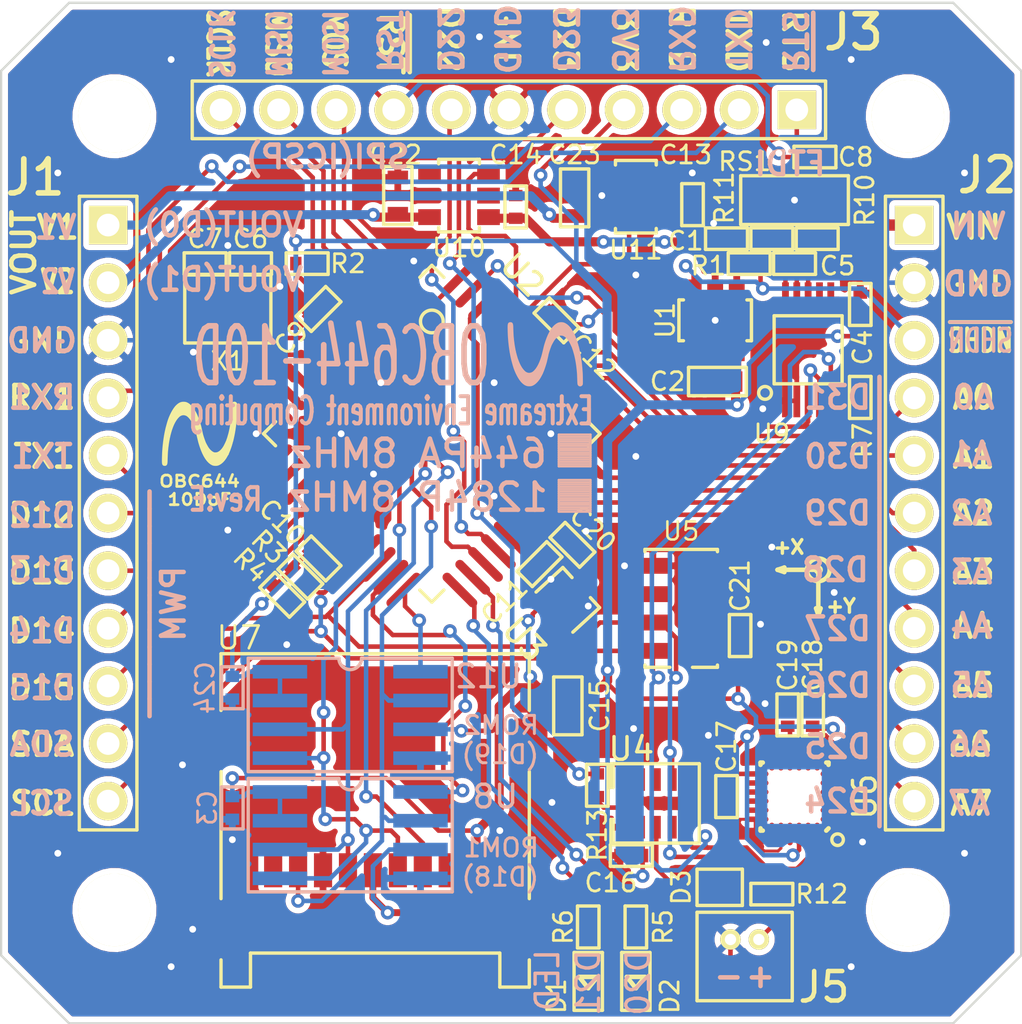
<source format=kicad_pcb>
(kicad_pcb (version 4) (host pcbnew 4.0.6)
  (title_block (title OBC644-10D) (date 2017-08-13) (rev E) (company "Kent Nakazawa (kent_n@outlook.com) (https://github.com/kentN)"))
  (layers (0 F.Cu signal) (31 B.Cu signal) (34 B.Paste user) (35 F.Paste user) (36 B.SilkS user) (37 F.SilkS user) (38 B.Mask user) (39 F.Mask user) (44 Edge.Cuts user))
  (net 0 "")
  (net 1 GND)
  (net 2 /~RST)
  (net 3 /~PROG)
  (net 4 /VIN)
  (net 5 +3.3V)
  (net 6 /A0)
  (net 7 "Net-(C19-Pad1)")
  (net 8 /MOSI)
  (net 9 /MISO)
  (net 10 /SCLK)
  (net 11 /RX0)
  (net 12 /TX0)
  (net 13 /RX1)
  (net 14 /TX1)
  (net 15 /D12p)
  (net 16 /D13p)
  (net 17 /D14p)
  (net 18 /D15p)
  (net 19 /SCL)
  (net 20 /SDA)
  (net 21 /D20)
  (net 22 /D21)
  (net 23 /A7)
  (net 24 /A6)
  (net 25 /A5)
  (net 26 /A4)
  (net 27 /A3)
  (net 28 /A2)
  (net 29 /A1)
  (net 30 "Net-(C6-Pad1)")
  (net 31 "Net-(C7-Pad1)")
  (net 32 "Net-(C20-Pad1)")
  (net 33 "Net-(D3-Pad1)")
  (net 34 "Net-(D3-Pad3)")
  (net 35 "Net-(J5-Pad1)")
  (net 36 "Net-(D1-Pad1)")
  (net 37 "Net-(D2-Pad1)")
  (net 38 /~SHDN)
  (net 39 /D0)
  (net 40 /D1)
  (net 41 /V1)
  (net 42 /V2)
  (net 43 "Net-(C5-Pad1)")
  (net 44 "Net-(C5-Pad2)")
  (net 45 /VDD1)
  (net 46 "Net-(D3-Pad2)")
  (net 47 "Net-(U1-Pad4)")
  (net 48 /D18)
  (net 49 /D19)
  (net 50 "Net-(U4-Pad4)")
  (net 51 "Net-(U4-Pad6)")
  (net 52 "Net-(U4-Pad8)")
  (net 53 "Net-(U5-Pad6)")
  (net 54 "Net-(U6-Pad2)")
  (net 55 "Net-(U6-Pad3)")
  (net 56 "Net-(U6-Pad4)")
  (net 57 "Net-(U6-Pad5)")
  (net 58 "Net-(U6-Pad6)")
  (net 59 "Net-(U6-Pad7)")
  (net 60 "Net-(U6-Pad11)")
  (net 61 "Net-(U6-Pad12)")
  (net 62 "Net-(U6-Pad14)")
  (net 63 "Net-(U6-Pad15)")
  (net 64 "Net-(U6-Pad16)")
  (net 65 "Net-(U6-Pad17)")
  (net 66 "Net-(U6-Pad19)")
  (net 67 "Net-(U6-Pad21)")
  (net 68 "Net-(U7-Pad1)")
  (net 69 "Net-(U7-Pad8)")
  (net 70 "Net-(U10-Pad4)")
  (net 71 "Net-(U11-Pad4)")
  (net 72 /D22)
  (net 73 /D23)
  (net 74 /D3)
  (net 75 /D2)
  (net 76 /D4)
  (module DRILL_HOLE:VIA_03 (layer F.Cu) (at 162.5 86.2)
    (fp_text reference REF** hide)
    (fp_text value VIA_03)
    (pad 1 thru_hole circle (at 0 0) (size 0.6 0.6) (drill 0.3) (layers *.Cu) (net 1 GND) (thermal_gap 0.05))
  )
  (module DRILL_HOLE:VIA_03 (layer F.Cu) (at 155.5 89.5)
    (fp_text reference REF** hide)
    (fp_text value VIA_03)
    (pad 1 thru_hole circle (at 0 0) (size 0.6 0.6) (drill 0.3) (layers *.Cu) (net 1 GND) (thermal_gap 0.05))
  )
  (module DRILL_HOLE:VIA_03 (layer F.Cu) (at 130 85)
    (fp_text reference REF** hide)
    (fp_text value VIA_03)
    (pad 1 thru_hole circle (at 0 0) (size 0.6 0.6) (drill 0.3) (layers *.Cu) (net 1 GND) (thermal_gap 0.05))
  )
  (module DRILL_HOLE:VIA_03 (layer F.Cu) (at 135 80)
    (fp_text reference REF** hide)
    (fp_text value VIA_03)
    (pad 1 thru_hole circle (at 0 0) (size 0.6 0.6) (drill 0.3) (layers *.Cu) (net 1 GND) (thermal_gap 0.05))
  )
  (module DRILL_HOLE:VIA_03 (layer F.Cu) (at 165 80)
    (fp_text reference REF** hide)
    (fp_text value VIA_03)
    (pad 1 thru_hole circle (at 0 0) (size 0.6 0.6) (drill 0.3) (layers *.Cu) (net 1 GND) (thermal_gap 0.05))
  )
  (module DRILL_HOLE:VIA_03 (layer F.Cu) (at 170 85)
    (fp_text reference REF** hide)
    (fp_text value VIA_03)
    (pad 1 thru_hole circle (at 0 0) (size 0.6 0.6) (drill 0.3) (layers *.Cu) (net 1 GND) (thermal_gap 0.05))
  )
  (module DRILL_HOLE:VIA_03 (layer F.Cu) (at 170 115)
    (fp_text reference REF** hide)
    (fp_text value VIA_03)
    (pad 1 thru_hole circle (at 0 0) (size 0.6 0.6) (drill 0.3) (layers *.Cu) (net 1 GND) (thermal_gap 0.05))
  )
  (module DRILL_HOLE:VIA_03 (layer F.Cu) (at 165 120)
    (fp_text reference REF** hide)
    (fp_text value VIA_03)
    (pad 1 thru_hole circle (at 0 0) (size 0.6 0.6) (drill 0.3) (layers *.Cu) (net 1 GND) (thermal_gap 0.05))
  )
  (module DRILL_HOLE:VIA_03 (layer F.Cu) (at 130 115)
    (fp_text reference REF** hide)
    (fp_text value VIA_03)
    (pad 1 thru_hole circle (at 0 0) (size 0.6 0.6) (drill 0.3) (layers *.Cu) (net 1 GND) (thermal_gap 0.05))
  )
  (module DRILL_HOLE:VIA_03 (layer F.Cu) (at 135 120)
    (fp_text reference REF** hide)
    (fp_text value VIA_03)
    (pad 1 thru_hole circle (at 0 0) (size 0.6 0.6) (drill 0.3) (layers *.Cu) (net 1 GND) (thermal_gap 0.05))
  )
  (module DRILL_HOLE:VIA_03 (layer F.Cu) (at 151.75 96.5)
    (fp_text reference REF** hide)
    (fp_text value VIA_03)
    (pad 1 thru_hole circle (at 0 0) (size 0.6 0.6) (drill 0.3) (layers *.Cu) (net 1 GND) (thermal_gap 0.05))
  )
  (module DRILL_HOLE:VIA_03 (layer F.Cu) (at 142.5 96.5)
    (fp_text reference REF** hide)
    (fp_text value VIA_03)
    (pad 1 thru_hole circle (at 0 0) (size 0.6 0.6) (drill 0.3) (layers *.Cu) (net 1 GND) (thermal_gap 0.05))
  )
  (module DRILL_HOLE:VIA_03 (layer F.Cu) (at 164.25 103.5)
    (fp_text reference REF** hide)
    (fp_text value VIA_03)
    (pad 1 thru_hole circle (at 0 0) (size 0.6 0.6) (drill 0.3) (layers *.Cu) (net 1 GND) (thermal_gap 0.05))
  )
  (module DRILL_HOLE:VIA_03 (layer F.Cu) (at 161.25 79.25)
    (fp_text reference REF** hide)
    (fp_text value VIA_03)
    (pad 1 thru_hole circle (at 0 0) (size 0.6 0.6) (drill 0.3) (layers *.Cu) (net 1 GND) (thermal_gap 0.05))
  )
  (module DRILL_HOLE:VIA_03 (layer F.Cu) (at 148.6 79)
    (fp_text reference REF** hide)
    (fp_text value VIA_03)
    (pad 1 thru_hole circle (at 0 0) (size 0.6 0.6) (drill 0.3) (layers *.Cu) (net 1 GND) (thermal_gap 0.05))
  )
  (module DRILL_HOLE:VIA_03 (layer F.Cu) (at 138.75 96.5)
    (fp_text reference REF** hide)
    (fp_text value VIA_03)
    (pad 1 thru_hole circle (at 0 0) (size 0.6 0.6) (drill 0.3) (layers *.Cu) (net 1 GND) (thermal_gap 0.05))
  )
  (module DRILL_HOLE:VIA_03 (layer F.Cu) (at 137.5 100.75)
    (fp_text reference REF** hide)
    (fp_text value VIA_03)
    (pad 1 thru_hole circle (at 0 0) (size 0.6 0.6) (drill 0.3) (layers *.Cu) (net 1 GND) (thermal_gap 0.05))
  )
  (module DRILL_HOLE:VIA_03 (layer F.Cu) (at 161.2 108.4)
    (fp_text reference REF** hide)
    (fp_text value VIA_03)
    (pad 1 thru_hole circle (at 0 0) (size 0.6 0.6) (drill 0.3) (layers *.Cu) (net 1 GND) (thermal_gap 0.05))
  )
  (module DRILL_HOLE:VIA_03 (layer F.Cu) (at 161.5 101.5)
    (fp_text reference REF** hide)
    (fp_text value VIA_03)
    (pad 1 thru_hole circle (at 0 0) (size 0.6 0.6) (drill 0.3) (layers *.Cu) (net 1 GND) (thermal_gap 0.05))
  )
  (module DRILL_HOLE:drill_M3 (layer F.Cu) (at 167.5 82.5)
    (fp_text reference Drill_M3 hide)
    (fp_text value H** hide)
    (pad "" np_thru_hole circle (at 0 0) (size 3.2 3.2) (drill 3.2) (layers *.Cu *.Mask F.SilkS))
  )
  (module DRILL_HOLE:drill_M3 (layer F.Cu) (at 132.5 82.5)
    (fp_text reference Drill_M3 hide)
    (fp_text value H** hide)
    (pad "" np_thru_hole circle (at 0 0) (size 3.2 3.2) (drill 3.2) (layers *.Cu *.Mask F.SilkS))
  )
  (module DRILL_HOLE:drill_M3 (layer F.Cu) (at 132.5 117.5)
    (fp_text reference Drill_M3 hide)
    (fp_text value H** hide)
    (pad "" np_thru_hole circle (at 0 0) (size 3.2 3.2) (drill 3.2) (layers *.Cu *.Mask F.SilkS))
  )
  (module DRILL_HOLE:drill_M3 (layer F.Cu) (at 167.5 117.5)
    (fp_text reference Drill_M3 hide)
    (fp_text value H** hide)
    (pad "" np_thru_hole circle (at 0 0) (size 3.2 3.2) (drill 3.2) (layers *.Cu *.Mask F.SilkS))
  )
  (module CONN_1.27MM:DF13-2P (layer F.Cu) (at 160.3 118.8)
    (fp_text reference J5 (at 3.5 2.1) (layer F.SilkS) (effects (font (size 1.3 1.3) (thickness 0.2))))
    (fp_text value 53047)
    (pad 1 thru_hole circle (at 0.625 0) (size 0.9 0.9) (drill 0.5) (layers *.Cu *.Mask F.SilkS) (net 35 "Net-(J5-Pad1)"))
    (pad 2 thru_hole circle (at -0.625 0) (size 0.9 0.9) (drill 0.5) (layers *.Cu *.Mask F.SilkS) (net 1 GND))
  )
  (module LOGO:N_LOGO_3mm (layer F.Cu) (at 136.25 96.5)
    (fp_text reference G*** hide)
    (fp_text value LOGO hide)
  )
  (module CONN_2.54MM:1x11P (layer F.Cu) (at 167.78 100 270)
    (fp_text reference J2 (at -14.9 -3.22 360) (layer F.SilkS) (effects (font (size 1.5 1.5) (thickness 0.25))))
    (fp_text value CONN_11)
    (pad 1 thru_hole rect (at -12.7 0 270) (size 1.7 1.7) (drill 1) (layers *.Cu *.Mask F.SilkS) (net 4 /VIN))
    (pad 2 thru_hole circle (at -10.16 0 270) (size 1.7 1.7) (drill 1) (layers *.Cu *.Mask F.SilkS) (net 1 GND))
    (pad 3 thru_hole circle (at -7.62 0 270) (size 1.7 1.7) (drill 1) (layers *.Cu *.Mask F.SilkS) (net 38 /~SHDN))
    (pad 4 thru_hole circle (at -5.08 0 270) (size 1.7 1.7) (drill 1) (layers *.Cu *.Mask F.SilkS) (net 6 /A0))
    (pad 5 thru_hole circle (at -2.54 0 270) (size 1.7 1.7) (drill 1) (layers *.Cu *.Mask F.SilkS) (net 29 /A1))
    (pad 6 thru_hole circle (at 0 0 270) (size 1.7 1.7) (drill 1) (layers *.Cu *.Mask F.SilkS) (net 28 /A2))
    (pad 7 thru_hole circle (at 2.54 0 270) (size 1.7 1.7) (drill 1) (layers *.Cu *.Mask F.SilkS) (net 27 /A3))
    (pad 8 thru_hole circle (at 5.08 0 270) (size 1.7 1.7) (drill 1) (layers *.Cu *.Mask F.SilkS) (net 26 /A4))
    (pad 9 thru_hole circle (at 7.62 0 270) (size 1.7 1.7) (drill 1) (layers *.Cu *.Mask F.SilkS) (net 25 /A5))
    (pad 10 thru_hole circle (at 10.16 0 270) (size 1.7 1.7) (drill 1) (layers *.Cu *.Mask F.SilkS) (net 24 /A6))
    (pad 11 thru_hole circle (at 12.7 0 270) (size 1.7 1.7) (drill 1) (layers *.Cu *.Mask F.SilkS) (net 23 /A7))
  )
  (module CONN_2.54MM:1x11P (layer F.Cu) (at 132.22 100 270)
    (fp_text reference J1 (at -14.8 3.22 360) (layer F.SilkS) (effects (font (size 1.5 1.5) (thickness 0.25))))
    (fp_text value CONN_11)
    (pad 1 thru_hole rect (at -12.7 0 270) (size 1.7 1.7) (drill 1) (layers *.Cu *.Mask F.SilkS) (net 41 /V1))
    (pad 2 thru_hole circle (at -10.16 0 270) (size 1.7 1.7) (drill 1) (layers *.Cu *.Mask F.SilkS) (net 42 /V2))
    (pad 3 thru_hole circle (at -7.62 0 270) (size 1.7 1.7) (drill 1) (layers *.Cu *.Mask F.SilkS) (net 1 GND))
    (pad 4 thru_hole circle (at -5.08 0 270) (size 1.7 1.7) (drill 1) (layers *.Cu *.Mask F.SilkS) (net 13 /RX1))
    (pad 5 thru_hole circle (at -2.54 0 270) (size 1.7 1.7) (drill 1) (layers *.Cu *.Mask F.SilkS) (net 14 /TX1))
    (pad 6 thru_hole circle (at 0 0 270) (size 1.7 1.7) (drill 1) (layers *.Cu *.Mask F.SilkS) (net 15 /D12p))
    (pad 7 thru_hole circle (at 2.54 0 270) (size 1.7 1.7) (drill 1) (layers *.Cu *.Mask F.SilkS) (net 16 /D13p))
    (pad 8 thru_hole circle (at 5.08 0 270) (size 1.7 1.7) (drill 1) (layers *.Cu *.Mask F.SilkS) (net 17 /D14p))
    (pad 9 thru_hole circle (at 7.62 0 270) (size 1.7 1.7) (drill 1) (layers *.Cu *.Mask F.SilkS) (net 18 /D15p))
    (pad 10 thru_hole circle (at 10.16 0 270) (size 1.7 1.7) (drill 1) (layers *.Cu *.Mask F.SilkS) (net 20 /SDA))
    (pad 11 thru_hole circle (at 12.7 0 270) (size 1.7 1.7) (drill 1) (layers *.Cu *.Mask F.SilkS) (net 19 /SCL))
  )
  (module CRYSTAL:3225-2 (layer F.Cu) (at 137.5 91)
    (fp_text reference X1 (at 0 2.3) (layer F.SilkS) (effects (font (size 0.8 0.8) (thickness 0.11))))
    (fp_text value NX3225GD-8MHZ)
    (pad 1 smd rect (at -0.95 0) (size 1.5 2.7) (layers F.Cu F.Paste F.Mask) (net 31 "Net-(C7-Pad1)"))
    (pad 2 smd rect (at 0.95 0) (size 1.5 2.7) (layers F.Cu F.Paste F.Mask) (net 30 "Net-(C6-Pad1)"))
  )
  (module LGA:8_MS (layer F.Cu) (at 157.5 104.2 180)
    (fp_text reference U5 (at 0 3.4 180) (layer F.SilkS) (effects (font (size 0.8 0.8) (thickness 0.11))))
    (fp_text value MS561101BA03-00)
    (pad 1 smd rect (at -1.25 -1.875 180) (size 1.4 0.7) (layers F.Cu F.Paste F.Mask) (net 5 +3.3V))
    (pad 2 smd rect (at -1.25 -0.625 180) (size 1.4 0.7) (layers F.Cu F.Paste F.Mask) (net 5 +3.3V))
    (pad 3 smd rect (at -1.25 0.625 180) (size 1.4 0.7) (layers F.Cu F.Paste F.Mask) (net 1 GND))
    (pad 4 smd rect (at -1.25 1.875 180) (size 1.4 0.7) (layers F.Cu F.Paste F.Mask) (net 1 GND))
    (pad 5 smd rect (at 1.25 1.875 180) (size 1.4 0.7) (layers F.Cu F.Paste F.Mask) (net 1 GND))
    (pad 6 smd rect (at 1.25 0.625 180) (size 1.4 0.7) (layers F.Cu F.Paste F.Mask) (net 53 "Net-(U5-Pad6)"))
    (pad 7 smd rect (at 1.25 -0.625 180) (size 1.4 0.7) (layers F.Cu F.Paste F.Mask) (net 20 /SDA))
    (pad 8 smd rect (at 1.25 -1.875 180) (size 1.4 0.7) (layers F.Cu F.Paste F.Mask) (net 19 /SCL))
  )
  (module SOCKET:microSD_hinge (layer F.Cu) (at 144 115)
    (fp_text reference U7 (at -6 -9.5) (layer F.SilkS) (effects (font (thickness 0.12))))
    (fp_text value "microSD_hinge 0472192001")
    (pad 1 smd rect (at 3.2 0.75) (size 0.8 1.5) (layers F.Cu F.Paste F.Mask) (net 68 "Net-(U7-Pad1)"))
    (pad 2 smd rect (at 2.1 0.75) (size 0.8 1.5) (layers F.Cu F.Paste F.Mask) (net 76 /D4))
    (pad 3 smd rect (at 1 0.75) (size 0.8 1.5) (layers F.Cu F.Paste F.Mask) (net 8 /MOSI))
    (pad 4 smd rect (at -0.1 0.75) (size 0.8 1.5) (layers F.Cu F.Paste F.Mask) (net 5 +3.3V))
    (pad 5 smd rect (at -1.2 0.75) (size 0.8 1.5) (layers F.Cu F.Paste F.Mask) (net 10 /SCLK))
    (pad 6 smd rect (at -2.3 0.75) (size 0.8 1.5) (layers F.Cu F.Paste F.Mask) (net 1 GND))
    (pad 7 smd rect (at -3.4 0.75) (size 0.8 1.5) (layers F.Cu F.Paste F.Mask) (net 9 /MISO))
    (pad 8 smd rect (at -4.5 0.75) (size 0.8 1.5) (layers F.Cu F.Paste F.Mask) (net 69 "Net-(U7-Pad8)"))
    (pad 9 smd rect (at 6.875 -4.95) (size 1.45 2) (layers F.Cu F.Paste F.Mask) (net 1 GND))
    (pad 10 smd rect (at 6.875 3.35) (size 1.45 2) (layers F.Cu F.Paste F.Mask) (net 1 GND))
    (pad 11 smd rect (at -6.875 3.35) (size 1.45 2) (layers F.Cu F.Paste F.Mask) (net 1 GND))
    (pad 12 smd rect (at -6.875 -4.95) (size 1.45 2) (layers F.Cu F.Paste F.Mask) (net 1 GND))
  )
  (module DRILL_HOLE:VIA_03 (layer F.Cu) (at 155.5 97.5)
    (fp_text reference REF** hide)
    (fp_text value VIA_03)
    (pad 1 thru_hole circle (at 0 0) (size 0.6 0.6) (drill 0.3) (layers *.Cu) (net 1 GND) (thermal_gap 0.05))
  )
  (module EIA:0603 (layer F.Cu) (at 145 86 90)
    (fp_text reference C22 (at 1.8 -0.1 180) (layer F.SilkS) (effects (font (size 0.8 0.8) (thickness 0.12))))
    (fp_text value 10u)
    (pad 1 smd trapezoid (at -0.8 0 90) (size 0.6 0.9) (layers F.Cu F.Paste F.Mask) (net 42 /V2))
    (pad 2 smd trapezoid (at 0.8 0 90) (size 0.6 0.9) (layers F.Cu F.Paste F.Mask) (net 1 GND))
  )
  (module EIA:0402 (layer F.Cu) (at 150.2 86.5 90)
    (fp_text reference C14 (at 2.3 0 180) (layer F.SilkS) (effects (font (size 0.8 0.8) (thickness 0.12))))
    (fp_text value 1u)
    (pad 1 smd rect (at -0.5 0 90) (size 0.5 0.6) (layers F.Cu F.Paste F.Mask) (net 45 /VDD1))
    (pad 2 smd rect (at 0.5 0 90) (size 0.5 0.6) (layers F.Cu F.Paste F.Mask) (net 1 GND))
  )
  (module EIA:0402 (layer F.Cu) (at 158 86.4 90)
    (fp_text reference C13 (at 2.2 -0.3 180) (layer F.SilkS) (effects (font (size 0.8 0.8) (thickness 0.12))))
    (fp_text value 1u)
    (pad 1 smd rect (at -0.5 0 90) (size 0.5 0.6) (layers F.Cu F.Paste F.Mask) (net 45 /VDD1))
    (pad 2 smd rect (at 0.5 0 90) (size 0.5 0.6) (layers F.Cu F.Paste F.Mask) (net 1 GND))
  )
  (module EIA:0603 (layer F.Cu) (at 152.8 86.1 90)
    (fp_text reference C23 (at 1.9 0 180) (layer F.SilkS) (effects (font (size 0.8 0.8) (thickness 0.12))))
    (fp_text value 10u)
    (pad 1 smd trapezoid (at -0.8 0 90) (size 0.6 0.9) (layers F.Cu F.Paste F.Mask) (net 41 /V1))
    (pad 2 smd trapezoid (at 0.8 0 90) (size 0.6 0.9) (layers F.Cu F.Paste F.Mask) (net 1 GND))
  )
  (module EIA:0402 (layer F.Cu) (at 163.4 84.3)
    (fp_text reference C8 (at 1.8 0) (layer F.SilkS) (effects (font (size 0.8 0.8) (thickness 0.12))))
    (fp_text value 0.1u)
    (pad 1 smd rect (at -0.5 0) (size 0.5 0.6) (layers F.Cu F.Paste F.Mask) (net 2 /~RST))
    (pad 2 smd rect (at 0.5 0) (size 0.5 0.6) (layers F.Cu F.Paste F.Mask) (net 3 /~PROG))
  )
  (module EIA:1206 (layer F.Cu) (at 162.5 86.2)
    (fp_text reference RS1 (at -2.2 -1.7) (layer F.SilkS) (effects (font (size 0.8 0.8) (thickness 0.12))))
    (fp_text value 0.01)
    (pad 1 smd rect (at -1.6 0) (size 1.2 1.8) (layers F.Cu F.Paste F.Mask) (net 45 /VDD1))
    (pad 2 smd rect (at 1.6 0) (size 1.2 1.8) (layers F.Cu F.Paste F.Mask) (net 4 /VIN))
  )
  (module EIA:0402 (layer F.Cu) (at 161.5 87.9)
    (fp_text reference R11 (at -2.1 -1.8 90) (layer F.SilkS) (effects (font (size 0.8 0.8) (thickness 0.12))))
    (fp_text value 4.7)
    (pad 1 smd rect (at -0.5 0) (size 0.5 0.6) (layers F.Cu F.Paste F.Mask) (net 45 /VDD1))
    (pad 2 smd rect (at 0.5 0) (size 0.5 0.6) (layers F.Cu F.Paste F.Mask) (net 43 "Net-(C5-Pad1)"))
  )
  (module EIA:0402 (layer F.Cu) (at 163.5 87.9 180)
    (fp_text reference R10 (at -2.1 1.7 270) (layer F.SilkS) (effects (font (size 0.8 0.8) (thickness 0.12))))
    (fp_text value 4.7)
    (pad 1 smd rect (at -0.5 0 180) (size 0.5 0.6) (layers F.Cu F.Paste F.Mask) (net 4 /VIN))
    (pad 2 smd rect (at 0.5 0 180) (size 0.5 0.6) (layers F.Cu F.Paste F.Mask) (net 44 "Net-(C5-Pad2)"))
  )
  (module EIA:0402 (layer F.Cu) (at 159.5 87.9 180)
    (fp_text reference C1 (at 1.8 -0.1 180) (layer F.SilkS) (effects (font (size 0.8 0.8) (thickness 0.12))))
    (fp_text value 1u)
    (pad 1 smd rect (at -0.5 0 180) (size 0.5 0.6) (layers F.Cu F.Paste F.Mask) (net 45 /VDD1))
    (pad 2 smd rect (at 0.5 0 180) (size 0.5 0.6) (layers F.Cu F.Paste F.Mask) (net 1 GND))
  )
  (module EIA:0402 (layer F.Cu) (at 160.5 89)
    (fp_text reference R1 (at -1.8 0.1) (layer F.SilkS) (effects (font (size 0.8 0.8) (thickness 0.12))))
    (fp_text value 10k)
    (pad 1 smd rect (at -0.5 0) (size 0.5 0.6) (layers F.Cu F.Paste F.Mask) (net 45 /VDD1))
    (pad 2 smd rect (at 0.5 0) (size 0.5 0.6) (layers F.Cu F.Paste F.Mask) (net 38 /~SHDN))
  )
  (module EIA:0402 (layer F.Cu) (at 162.5 89)
    (fp_text reference C5 (at 1.9 0.1) (layer F.SilkS) (effects (font (size 0.8 0.8) (thickness 0.12))))
    (fp_text value 0.1u)
    (pad 1 smd rect (at -0.5 0) (size 0.5 0.6) (layers F.Cu F.Paste F.Mask) (net 43 "Net-(C5-Pad1)"))
    (pad 2 smd rect (at 0.5 0) (size 0.5 0.6) (layers F.Cu F.Paste F.Mask) (net 44 "Net-(C5-Pad2)"))
  )
  (module EIA:0603 (layer F.Cu) (at 159.1 94.2 180)
    (fp_text reference C2 (at 2.2 0 180) (layer F.SilkS) (effects (font (size 0.8 0.8) (thickness 0.12))))
    (fp_text value 10u)
    (pad 1 smd trapezoid (at -0.8 0 180) (size 0.6 0.9) (layers F.Cu F.Paste F.Mask) (net 5 +3.3V))
    (pad 2 smd trapezoid (at 0.8 0 180) (size 0.6 0.9) (layers F.Cu F.Paste F.Mask) (net 1 GND))
  )
  (module EIA:0402 (layer F.Cu) (at 165.4 94.9 270)
    (fp_text reference R7 (at 1.9 -0.1 270) (layer F.SilkS) (effects (font (size 0.8 0.8) (thickness 0.12))))
    (fp_text value 10k)
    (pad 1 smd rect (at -0.5 0 270) (size 0.5 0.6) (layers F.Cu F.Paste F.Mask) (net 5 +3.3V))
    (pad 2 smd rect (at 0.5 0 270) (size 0.5 0.6) (layers F.Cu F.Paste F.Mask) (net 74 /D3))
  )
  (module EIA:0402 (layer F.Cu) (at 165.4 90.8 90)
    (fp_text reference C4 (at -1.9 0.1 90) (layer F.SilkS) (effects (font (size 0.8 0.8) (thickness 0.12))))
    (fp_text value 1u)
    (pad 1 smd rect (at -0.5 0 90) (size 0.5 0.6) (layers F.Cu F.Paste F.Mask) (net 5 +3.3V))
    (pad 2 smd rect (at 0.5 0 90) (size 0.5 0.6) (layers F.Cu F.Paste F.Mask) (net 1 GND))
  )
  (module EIA:0402 (layer F.Cu) (at 152 91.5 135)
    (fp_text reference C12 (at -2.262742 0 135) (layer F.SilkS) (effects (font (size 0.8 0.8) (thickness 0.12))))
    (fp_text value 0.1u)
    (pad 1 smd rect (at -0.5 0 135) (size 0.5 0.6) (layers F.Cu F.Paste F.Mask) (net 5 +3.3V))
    (pad 2 smd rect (at 0.5 0 135) (size 0.5 0.6) (layers F.Cu F.Paste F.Mask) (net 1 GND))
  )
  (module EIA:0402 (layer F.Cu) (at 136.5 89)
    (fp_text reference C7 (at 0 -1.1) (layer F.SilkS) (effects (font (size 0.8 0.8) (thickness 0.12))))
    (fp_text value 15p)
    (pad 1 smd rect (at -0.5 0) (size 0.5 0.6) (layers F.Cu F.Paste F.Mask) (net 31 "Net-(C7-Pad1)"))
    (pad 2 smd rect (at 0.5 0) (size 0.5 0.6) (layers F.Cu F.Paste F.Mask) (net 1 GND))
  )
  (module EIA:0402 (layer F.Cu) (at 138.5 89 180)
    (fp_text reference C6 (at 0 1.1 180) (layer F.SilkS) (effects (font (size 0.8 0.8) (thickness 0.12))))
    (fp_text value 15p)
    (pad 1 smd rect (at -0.5 0 180) (size 0.5 0.6) (layers F.Cu F.Paste F.Mask) (net 30 "Net-(C6-Pad1)"))
    (pad 2 smd rect (at 0.5 0 180) (size 0.5 0.6) (layers F.Cu F.Paste F.Mask) (net 1 GND))
  )
  (module EIA:0402 (layer F.Cu) (at 141 89)
    (fp_text reference R2 (at 1.8 0) (layer F.SilkS) (effects (font (size 0.8 0.8) (thickness 0.12))))
    (fp_text value 10k)
    (pad 1 smd rect (at -0.5 0) (size 0.5 0.6) (layers F.Cu F.Paste F.Mask) (net 5 +3.3V))
    (pad 2 smd rect (at 0.5 0) (size 0.5 0.6) (layers F.Cu F.Paste F.Mask) (net 2 /~RST))
  )
  (module EIA:0402 (layer F.Cu) (at 141.5 91 225)
    (fp_text reference C9 (at 1.767767 -0.070711 225) (layer F.SilkS) (effects (font (size 0.8 0.8) (thickness 0.12))))
    (fp_text value 0.1u)
    (pad 1 smd rect (at -0.5 0 225) (size 0.5 0.6) (layers F.Cu F.Paste F.Mask) (net 5 +3.3V))
    (pad 2 smd rect (at 0.5 0 225) (size 0.5 0.6) (layers F.Cu F.Paste F.Mask) (net 1 GND))
  )
  (module EIA:0402 (layer F.Cu) (at 141.5 102 315)
    (fp_text reference C10 (at -2.262742 0 315) (layer F.SilkS) (effects (font (size 0.8 0.8) (thickness 0.12))))
    (fp_text value 0.1u)
    (pad 1 smd rect (at -0.5 0 315) (size 0.5 0.6) (layers F.Cu F.Paste F.Mask) (net 5 +3.3V))
    (pad 2 smd rect (at 0.5 0 315) (size 0.5 0.6) (layers F.Cu F.Paste F.Mask) (net 1 GND))
  )
  (module EIA:0402 (layer F.Cu) (at 140.7 102.8 315)
    (fp_text reference R3 (at -1.909188 0.070711 315) (layer F.SilkS) (effects (font (size 0.8 0.8) (thickness 0.12))))
    (fp_text value 3.3k)
    (pad 1 smd rect (at -0.5 0 315) (size 0.5 0.6) (layers F.Cu F.Paste F.Mask) (net 5 +3.3V))
    (pad 2 smd rect (at 0.5 0 315) (size 0.5 0.6) (layers F.Cu F.Paste F.Mask) (net 19 /SCL))
  )
  (module EIA:0402 (layer F.Cu) (at 139.9 103.6 315)
    (fp_text reference R4 (at -1.909188 0.070711 315) (layer F.SilkS) (effects (font (size 0.8 0.8) (thickness 0.12))))
    (fp_text value 3.3k)
    (pad 1 smd rect (at -0.5 0 315) (size 0.5 0.6) (layers F.Cu F.Paste F.Mask) (net 5 +3.3V))
    (pad 2 smd rect (at 0.5 0 315) (size 0.5 0.6) (layers F.Cu F.Paste F.Mask) (net 20 /SDA))
  )
  (module EIA:0402 (layer F.Cu) (at 151.25 102.25 45)
    (fp_text reference C11 (at -2.262742 0.070711 45) (layer F.SilkS) (effects (font (size 0.8 0.8) (thickness 0.12))))
    (fp_text value 0.1u)
    (pad 1 smd rect (at -0.5 0 45) (size 0.5 0.6) (layers F.Cu F.Paste F.Mask) (net 5 +3.3V))
    (pad 2 smd rect (at 0.5 0 45) (size 0.5 0.6) (layers F.Cu F.Paste F.Mask) (net 1 GND))
  )
  (module EIA:0402 (layer F.Cu) (at 152.7 101.4 315)
    (fp_text reference C20 (at 0.141421 -1.131371 315) (layer F.SilkS) (effects (font (size 0.8 0.8) (thickness 0.12))))
    (fp_text value 0.1u)
    (pad 1 smd rect (at -0.5 0 315) (size 0.5 0.6) (layers F.Cu F.Paste F.Mask) (net 32 "Net-(C20-Pad1)"))
    (pad 2 smd rect (at 0.5 0 315) (size 0.5 0.6) (layers F.Cu F.Paste F.Mask) (net 1 GND))
  )
  (module EIA:0402 (layer F.Cu) (at 160.1 105.4 90)
    (fp_text reference C21 (at 2.2 0 90) (layer F.SilkS) (effects (font (size 0.8 0.8) (thickness 0.12))))
    (fp_text value 0.1u)
    (pad 1 smd rect (at -0.5 0 90) (size 0.5 0.6) (layers F.Cu F.Paste F.Mask) (net 5 +3.3V))
    (pad 2 smd rect (at 0.5 0 90) (size 0.5 0.6) (layers F.Cu F.Paste F.Mask) (net 1 GND))
  )
  (module EIA:0402 (layer F.Cu) (at 162.2 108.9 90)
    (fp_text reference C19 (at 2.2 0 90) (layer F.SilkS) (effects (font (size 0.8 0.8) (thickness 0.12))))
    (fp_text value 0.1u)
    (pad 1 smd rect (at -0.5 0 90) (size 0.5 0.6) (layers F.Cu F.Paste F.Mask) (net 7 "Net-(C19-Pad1)"))
    (pad 2 smd rect (at 0.5 0 90) (size 0.5 0.6) (layers F.Cu F.Paste F.Mask) (net 1 GND))
  )
  (module EIA:0402 (layer F.Cu) (at 163.3 108.9 90)
    (fp_text reference C18 (at 2.2 0 90) (layer F.SilkS) (effects (font (size 0.8 0.8) (thickness 0.12))))
    (fp_text value 0.1u)
    (pad 1 smd rect (at -0.5 0 90) (size 0.5 0.6) (layers F.Cu F.Paste F.Mask) (net 5 +3.3V))
    (pad 2 smd rect (at 0.5 0 90) (size 0.5 0.6) (layers F.Cu F.Paste F.Mask) (net 1 GND))
  )
  (module EIA:0402 (layer F.Cu) (at 159.5 112.5 270)
    (fp_text reference C17 (at -2.2 0 270) (layer F.SilkS) (effects (font (size 0.8 0.8) (thickness 0.12))))
    (fp_text value 0.01u)
    (pad 1 smd rect (at -0.5 0 270) (size 0.5 0.6) (layers F.Cu F.Paste F.Mask) (net 5 +3.3V))
    (pad 2 smd rect (at 0.5 0 270) (size 0.5 0.6) (layers F.Cu F.Paste F.Mask) (net 1 GND))
  )
  (module EIA:0402 (layer F.Cu) (at 153.8 112 90)
    (fp_text reference R13 (at -2.2 0 90) (layer F.SilkS) (effects (font (size 0.8 0.8) (thickness 0.12))))
    (fp_text value 10k)
    (pad 1 smd rect (at -0.5 0 90) (size 0.5 0.6) (layers F.Cu F.Paste F.Mask) (net 5 +3.3V))
    (pad 2 smd rect (at 0.5 0 90) (size 0.5 0.6) (layers F.Cu F.Paste F.Mask) (net 75 /D2))
  )
  (module EIA:0402 (layer F.Cu) (at 161.5 116.8 180)
    (fp_text reference R12 (at -2.2 0 180) (layer F.SilkS) (effects (font (size 0.8 0.8) (thickness 0.12))))
    (fp_text value 1k)
    (pad 1 smd rect (at -0.5 0 180) (size 0.5 0.6) (layers F.Cu F.Paste F.Mask) (net 35 "Net-(J5-Pad1)"))
    (pad 2 smd rect (at 0.5 0 180) (size 0.5 0.6) (layers F.Cu F.Paste F.Mask) (net 33 "Net-(D3-Pad1)"))
  )
  (module EIA:0402 (layer F.Cu) (at 155.3 115.1 180)
    (fp_text reference C16 (at 0.9 -1.2 180) (layer F.SilkS) (effects (font (size 0.8 0.8) (thickness 0.12))))
    (fp_text value 0.1u)
    (pad 1 smd rect (at -0.5 0 180) (size 0.5 0.6) (layers F.Cu F.Paste F.Mask) (net 5 +3.3V))
    (pad 2 smd rect (at 0.5 0 180) (size 0.5 0.6) (layers F.Cu F.Paste F.Mask) (net 1 GND))
  )
  (module EIA:0402 (layer F.Cu) (at 153.4 118.25 270)
    (fp_text reference R6 (at 0 1.1 270) (layer F.SilkS) (effects (font (size 0.8 0.8) (thickness 0.12))))
    (fp_text value 1k)
    (pad 1 smd rect (at -0.5 0 270) (size 0.5 0.6) (layers F.Cu F.Paste F.Mask) (net 21 /D20))
    (pad 2 smd rect (at 0.5 0 270) (size 0.5 0.6) (layers F.Cu F.Paste F.Mask) (net 36 "Net-(D1-Pad1)"))
  )
  (module EIA:0402 (layer F.Cu) (at 155.5 118.25 270)
    (fp_text reference R5 (at 0 -1.2 270) (layer F.SilkS) (effects (font (size 0.8 0.8) (thickness 0.12))))
    (fp_text value 1k)
    (pad 1 smd rect (at -0.5 0 270) (size 0.5 0.6) (layers F.Cu F.Paste F.Mask) (net 22 /D21))
    (pad 2 smd rect (at 0.5 0 270) (size 0.5 0.6) (layers F.Cu F.Paste F.Mask) (net 37 "Net-(D2-Pad1)"))
  )
  (module DIODE:D_0603 (layer F.Cu) (at 153.4 120.65 270)
    (fp_text reference D1 (at 0.65 1.4 270) (layer F.SilkS) (effects (font (size 0.8 0.8) (thickness 0.12))))
    (fp_text value SML-D12M8WT86)
    (pad 1 smd trapezoid (at -0.8 0 270) (size 0.6 0.9) (layers F.Cu F.Paste F.Mask) (net 36 "Net-(D1-Pad1)"))
    (pad 2 smd trapezoid (at 0.8 0 270) (size 0.6 0.9) (layers F.Cu F.Paste F.Mask) (net 1 GND))
  )
  (module DIODE:D_0603 (layer F.Cu) (at 155.5 120.65 270)
    (fp_text reference D2 (at 0.65 -1.5 270) (layer F.SilkS) (effects (font (size 0.8 0.8) (thickness 0.12))))
    (fp_text value SML-D12M8WT86)
    (pad 1 smd trapezoid (at -0.8 0 270) (size 0.6 0.9) (layers F.Cu F.Paste F.Mask) (net 37 "Net-(D2-Pad1)"))
    (pad 2 smd trapezoid (at 0.8 0 270) (size 0.6 0.9) (layers F.Cu F.Paste F.Mask) (net 1 GND))
  )
  (module DIODE:SOT-523 (layer F.Cu) (at 159.2 116.5 90)
    (fp_text reference D3 (at 0 -1.7 90) (layer F.SilkS) (effects (font (size 0.8 0.8) (thickness 0.12))))
    (fp_text value BAS70T-05T-7-F hide)
    (pad 1 smd trapezoid (at -0.5 0.65 90) (size 0.4 0.5) (layers F.Cu F.Paste F.Mask) (net 33 "Net-(D3-Pad1)"))
    (pad 2 smd trapezoid (at 0.5 0.65 90) (size 0.4 0.5) (layers F.Cu F.Paste F.Mask) (net 46 "Net-(D3-Pad2)"))
    (pad 3 smd trapezoid (at 0 -0.65 90) (size 0.4 0.5) (layers F.Cu F.Paste F.Mask) (net 34 "Net-(D3-Pad3)"))
  )
  (module EIA:0402 (layer B.Cu) (at 137.7 113 270)
    (fp_text reference C3 (at 0 1.1 270) (layer B.SilkS) (effects (font (size 0.8 0.8) (thickness 0.12)) (justify mirror)))
    (fp_text value 0.1u)
    (pad 1 smd rect (at -0.5 0 270) (size 0.5 0.6) (layers B.Cu B.Paste B.Mask) (net 5 +3.3V))
    (pad 2 smd rect (at 0.5 0 270) (size 0.5 0.6) (layers B.Cu B.Paste B.Mask) (net 1 GND))
  )
  (module EIA:0402 (layer B.Cu) (at 137.7 107.7 270)
    (fp_text reference C24 (at 0 1.2 270) (layer B.SilkS) (effects (font (size 0.8 0.8) (thickness 0.12)) (justify mirror)))
    (fp_text value 0.1u)
    (pad 1 smd rect (at -0.5 0 270) (size 0.5 0.6) (layers B.Cu B.Paste B.Mask) (net 5 +3.3V))
    (pad 2 smd rect (at 0.5 0 270) (size 0.5 0.6) (layers B.Cu B.Paste B.Mask) (net 1 GND))
  )
  (module EIA:0603 (layer F.Cu) (at 152.5 108.5 270)
    (fp_text reference C15 (at 0 -1.4 270) (layer F.SilkS) (effects (font (size 0.8 0.8) (thickness 0.12))))
    (fp_text value 10u)
    (pad 1 smd trapezoid (at -0.8 0 270) (size 0.6 0.9) (layers F.Cu F.Paste F.Mask) (net 5 +3.3V))
    (pad 2 smd trapezoid (at 0.8 0 270) (size 0.6 0.9) (layers F.Cu F.Paste F.Mask) (net 1 GND))
  )
  (module LOGO:N_LOGO_3mm (layer B.Cu) (at 151.5 93)
    (fp_text reference G*** hide)
    (fp_text value LOGO hide)
  )
  (module CRYSTAL:RX8900CE (layer F.Cu) (at 156.4 112.8)
    (fp_text reference U4 (at -1.1 -2.4) (layer F.SilkS))
    (fp_text value RX8900CE)
    (pad 1 smd rect (at -1.4 1.05) (size 0.4 1) (layers F.Cu F.Paste F.Mask) (net 1 GND))
    (pad 2 smd rect (at -0.7 1.05) (size 0.4 1) (layers F.Cu F.Paste F.Mask) (net 5 +3.3V))
    (pad 3 smd rect (at 0 1.05) (size 0.4 1) (layers F.Cu F.Paste F.Mask) (net 34 "Net-(D3-Pad3)"))
    (pad 4 smd rect (at 0.7 1.05) (size 0.4 1) (layers F.Cu F.Paste F.Mask) (net 50 "Net-(U4-Pad4)"))
    (pad 5 smd rect (at 1.4 1.05) (size 0.4 1) (layers F.Cu F.Paste F.Mask) (net 19 /SCL))
    (pad 6 smd rect (at 1.4 -1.05) (size 0.4 1) (layers F.Cu F.Paste F.Mask) (net 51 "Net-(U4-Pad6)"))
    (pad 7 smd rect (at 0.7 -1.05) (size 0.4 1) (layers F.Cu F.Paste F.Mask) (net 20 /SDA))
    (pad 8 smd rect (at 0 -1.05) (size 0.4 1) (layers F.Cu F.Paste F.Mask) (net 52 "Net-(U4-Pad8)"))
    (pad 9 smd rect (at -0.7 -1.05) (size 0.4 1) (layers F.Cu F.Paste F.Mask) (net 1 GND))
    (pad 10 smd rect (at -1.4 -1.05) (size 0.4 1) (layers F.Cu F.Paste F.Mask) (net 75 /D2))
  )
  (module CONN_2.54MM:1x11P (layer F.Cu) (at 149.9 82.22 180)
    (fp_text reference J3 (at -15.2 3.42 180) (layer F.SilkS) (effects (font (size 1.5 1.5) (thickness 0.25))))
    (fp_text value CONN_11)
    (pad 1 thru_hole rect (at -12.7 0 180) (size 1.7 1.7) (drill 1) (layers *.Cu *.Mask F.SilkS) (net 3 /~PROG))
    (pad 2 thru_hole circle (at -10.16 0 180) (size 1.7 1.7) (drill 1) (layers *.Cu *.Mask F.SilkS) (net 12 /TX0))
    (pad 3 thru_hole circle (at -7.62 0 180) (size 1.7 1.7) (drill 1) (layers *.Cu *.Mask F.SilkS) (net 11 /RX0))
    (pad 4 thru_hole circle (at -5.08 0 180) (size 1.7 1.7) (drill 1) (layers *.Cu *.Mask F.SilkS) (net 5 +3.3V))
    (pad 5 thru_hole circle (at -2.54 0 180) (size 1.7 1.7) (drill 1) (layers *.Cu *.Mask F.SilkS) (net 73 /D23))
    (pad 6 thru_hole circle (at 0 0 180) (size 1.7 1.7) (drill 1) (layers *.Cu *.Mask F.SilkS) (net 1 GND))
    (pad 7 thru_hole circle (at 2.54 0 180) (size 1.7 1.7) (drill 1) (layers *.Cu *.Mask F.SilkS) (net 72 /D22))
    (pad 8 thru_hole circle (at 5.08 0 180) (size 1.7 1.7) (drill 1) (layers *.Cu *.Mask F.SilkS) (net 2 /~RST))
    (pad 9 thru_hole circle (at 7.62 0 180) (size 1.7 1.7) (drill 1) (layers *.Cu *.Mask F.SilkS) (net 8 /MOSI))
    (pad 10 thru_hole circle (at 10.16 0 180) (size 1.7 1.7) (drill 1) (layers *.Cu *.Mask F.SilkS) (net 9 /MISO))
    (pad 11 thru_hole circle (at 12.7 0 180) (size 1.7 1.7) (drill 1) (layers *.Cu *.Mask F.SilkS) (net 10 /SCLK))
  )
  (module IC:SO8NW (layer B.Cu) (at 142.9 114.2 180)
    (fp_text reference U8 (at -6.4 1.7 180) (layer B.SilkS) (effects (justify mirror)))
    (fp_text value M25XX_ROM1)
    (pad 1 smd rect (at -3.1 1.905 270) (size 0.6 2.4) (layers B.Cu B.Paste B.Mask) (net 48 /D18))
    (pad 2 smd rect (at -3.1 0.635 270) (size 0.6 2.4) (layers B.Cu B.Paste B.Mask) (net 9 /MISO))
    (pad 3 smd rect (at -3.1 -0.635 270) (size 0.6 2.4) (layers B.Cu B.Paste B.Mask) (net 5 +3.3V))
    (pad 4 smd rect (at -3.1 -1.905 270) (size 0.6 2.4) (layers B.Cu B.Paste B.Mask) (net 1 GND))
    (pad 5 smd rect (at 3.1 -1.905 270) (size 0.6 2.4) (layers B.Cu B.Paste B.Mask) (net 8 /MOSI))
    (pad 6 smd rect (at 3.1 -0.635 270) (size 0.6 2.4) (layers B.Cu B.Paste B.Mask) (net 10 /SCLK))
    (pad 7 smd rect (at 3.1 0.635 270) (size 0.6 2.4) (layers B.Cu B.Paste B.Mask) (net 5 +3.3V))
    (pad 8 smd rect (at 3.1 1.905 270) (size 0.6 2.4) (layers B.Cu B.Paste B.Mask) (net 5 +3.3V))
  )
  (module IC:SO8NW (layer B.Cu) (at 142.9 108.9 180)
    (fp_text reference U12 (at -6.1 1.7 180) (layer B.SilkS) (effects (justify mirror)))
    (fp_text value M25XX_ROM2)
    (pad 1 smd rect (at -3.1 1.905 270) (size 0.6 2.4) (layers B.Cu B.Paste B.Mask) (net 49 /D19))
    (pad 2 smd rect (at -3.1 0.635 270) (size 0.6 2.4) (layers B.Cu B.Paste B.Mask) (net 9 /MISO))
    (pad 3 smd rect (at -3.1 -0.635 270) (size 0.6 2.4) (layers B.Cu B.Paste B.Mask) (net 5 +3.3V))
    (pad 4 smd rect (at -3.1 -1.905 270) (size 0.6 2.4) (layers B.Cu B.Paste B.Mask) (net 1 GND))
    (pad 5 smd rect (at 3.1 -1.905 270) (size 0.6 2.4) (layers B.Cu B.Paste B.Mask) (net 8 /MOSI))
    (pad 6 smd rect (at 3.1 -0.635 270) (size 0.6 2.4) (layers B.Cu B.Paste B.Mask) (net 10 /SCLK))
    (pad 7 smd rect (at 3.1 0.635 270) (size 0.6 2.4) (layers B.Cu B.Paste B.Mask) (net 5 +3.3V))
    (pad 8 smd rect (at 3.1 1.905 270) (size 0.6 2.4) (layers B.Cu B.Paste B.Mask) (net 5 +3.3V))
  )
  (module IC:SC70_3 (layer F.Cu) (at 152.5 103.825 312.5)
    (fp_text reference U3 (at 0 2.6 312.5) (layer F.SilkS))
    (fp_text value REF3320AIDCKT)
    (pad 3 smd rect (at 0 -0.9 312.5) (size 0.4 0.9) (layers F.Cu F.Paste F.Mask) (net 1 GND))
    (pad 1 smd rect (at -0.65 0.9 312.5) (size 0.4 0.9) (layers F.Cu F.Paste F.Mask) (net 5 +3.3V))
    (pad 2 smd rect (at 0.65 0.9 312.5) (size 0.4 0.9) (layers F.Cu F.Paste F.Mask) (net 32 "Net-(C20-Pad1)"))
  )
  (module IC:SOT25 (layer F.Cu) (at 155.5 86.05 90)
    (fp_text reference U11 (at -2.35 0 180) (layer F.SilkS) (effects (font (size 0.8 0.8) (thickness 0.12))))
    (fp_text value LT1761ES5-xx)
    (pad 1 smd rect (at -0.95 1.3 90) (size 0.7 1) (layers F.Cu F.Paste F.Mask) (net 45 /VDD1))
    (pad 2 smd rect (at 0 1.3 90) (size 0.7 1) (layers F.Cu F.Paste F.Mask) (net 1 GND))
    (pad 3 smd rect (at 0.95 1.3 90) (size 0.7 1) (layers F.Cu F.Paste F.Mask) (net 39 /D0))
    (pad 4 smd rect (at 0.95 -1.3 90) (size 0.7 1) (layers F.Cu F.Paste F.Mask) (net 71 "Net-(U11-Pad4)"))
    (pad 5 smd rect (at -0.95 -1.3 90) (size 0.7 1) (layers F.Cu F.Paste F.Mask) (net 41 /V1))
  )
  (module IC:SOT25 (layer F.Cu) (at 147.7 86 90)
    (fp_text reference U10 (at -2.3 0 180) (layer F.SilkS) (effects (font (size 0.8 0.8) (thickness 0.12))))
    (fp_text value LT1761ES5-xx)
    (pad 1 smd rect (at -0.95 1.3 90) (size 0.7 1) (layers F.Cu F.Paste F.Mask) (net 45 /VDD1))
    (pad 2 smd rect (at 0 1.3 90) (size 0.7 1) (layers F.Cu F.Paste F.Mask) (net 1 GND))
    (pad 3 smd rect (at 0.95 1.3 90) (size 0.7 1) (layers F.Cu F.Paste F.Mask) (net 40 /D1))
    (pad 4 smd rect (at 0.95 -1.3 90) (size 0.7 1) (layers F.Cu F.Paste F.Mask) (net 70 "Net-(U10-Pad4)"))
    (pad 5 smd rect (at -0.95 -1.3 90) (size 0.7 1) (layers F.Cu F.Paste F.Mask) (net 42 /V2))
  )
  (module IC:SOT25 (layer F.Cu) (at 159 91.5 180)
    (fp_text reference U1 (at 2.2 0 270) (layer F.SilkS) (effects (font (size 0.8 0.8) (thickness 0.12))))
    (fp_text value LT1761ES5-3.3)
    (pad 1 smd rect (at -0.95 1.3 180) (size 0.7 1) (layers F.Cu F.Paste F.Mask) (net 45 /VDD1))
    (pad 2 smd rect (at 0 1.3 180) (size 0.7 1) (layers F.Cu F.Paste F.Mask) (net 1 GND))
    (pad 3 smd rect (at 0.95 1.3 180) (size 0.7 1) (layers F.Cu F.Paste F.Mask) (net 38 /~SHDN))
    (pad 4 smd rect (at 0.95 -1.3 180) (size 0.7 1) (layers F.Cu F.Paste F.Mask) (net 47 "Net-(U1-Pad4)"))
    (pad 5 smd rect (at -0.95 -1.3 180) (size 0.7 1) (layers F.Cu F.Paste F.Mask) (net 5 +3.3V))
  )
  (module IC:MSOP10 (layer F.Cu) (at 163.1 92.8)
    (fp_text reference U9 (at -1.6 3.7) (layer F.SilkS) (effects (font (size 0.8 0.8) (thickness 0.12))))
    (fp_text value INA226AQDGSRQ1)
    (pad 1 smd rect (at -1 2.25) (size 0.3 1.45) (layers F.Cu F.Paste F.Mask) (net 1 GND))
    (pad 2 smd rect (at -0.5 2.25) (size 0.3 1.45) (layers F.Cu F.Paste F.Mask) (net 1 GND))
    (pad 3 smd rect (at 0 2.25) (size 0.3 1.45) (layers F.Cu F.Paste F.Mask) (net 74 /D3))
    (pad 4 smd rect (at 0.5 2.25) (size 0.3 1.45) (layers F.Cu F.Paste F.Mask) (net 20 /SDA))
    (pad 5 smd rect (at 1 2.25) (size 0.3 1.45) (layers F.Cu F.Paste F.Mask) (net 19 /SCL))
    (pad 6 smd rect (at 1 -2.25) (size 0.3 1.45) (layers F.Cu F.Paste F.Mask) (net 5 +3.3V))
    (pad 7 smd rect (at 0.5 -2.25) (size 0.3 1.45) (layers F.Cu F.Paste F.Mask) (net 1 GND))
    (pad 8 smd rect (at 0 -2.25) (size 0.3 1.45) (layers F.Cu F.Paste F.Mask) (net 4 /VIN))
    (pad 9 smd rect (at -0.5 -2.25) (size 0.3 1.45) (layers F.Cu F.Paste F.Mask) (net 44 "Net-(C5-Pad2)"))
    (pad 10 smd rect (at -1 -2.25) (size 0.3 1.45) (layers F.Cu F.Paste F.Mask) (net 43 "Net-(C5-Pad1)"))
  )
  (module IC:QFN24 (layer F.Cu) (at 162.5 112.5 180)
    (fp_text reference U6 (at -3.1 0 270) (layer F.SilkS))
    (fp_text value MPU-9250)
    (pad 1 smd oval (at -1.65 -1 180) (size 1 0.24) (layers F.Cu F.Paste F.Mask) (net 5 +3.3V))
    (pad 2 smd oval (at -1.65 -0.6 180) (size 1 0.24) (layers F.Cu F.Paste F.Mask) (net 54 "Net-(U6-Pad2)"))
    (pad 3 smd oval (at -1.65 -0.2 180) (size 1 0.24) (layers F.Cu F.Paste F.Mask) (net 55 "Net-(U6-Pad3)"))
    (pad 4 smd oval (at -1.65 0.2 180) (size 1 0.24) (layers F.Cu F.Paste F.Mask) (net 56 "Net-(U6-Pad4)"))
    (pad 5 smd oval (at -1.65 0.6 180) (size 1 0.24) (layers F.Cu F.Paste F.Mask) (net 57 "Net-(U6-Pad5)"))
    (pad 6 smd oval (at -1.65 1 180) (size 1 0.24) (layers F.Cu F.Paste F.Mask) (net 58 "Net-(U6-Pad6)"))
    (pad 7 smd oval (at -1 1.65 180) (size 0.24 1) (layers F.Cu F.Paste F.Mask) (net 59 "Net-(U6-Pad7)"))
    (pad 8 smd oval (at -0.6 1.65 180) (size 0.24 1) (layers F.Cu F.Paste F.Mask) (net 5 +3.3V))
    (pad 9 smd oval (at -0.2 1.65 180) (size 0.24 1) (layers F.Cu F.Paste F.Mask) (net 1 GND))
    (pad 10 smd oval (at 0.2 1.65 180) (size 0.24 1) (layers F.Cu F.Paste F.Mask) (net 7 "Net-(C19-Pad1)"))
    (pad 11 smd oval (at 0.6 1.65 180) (size 0.24 1) (layers F.Cu F.Paste F.Mask) (net 60 "Net-(U6-Pad11)"))
    (pad 12 smd oval (at 1 1.65 180) (size 0.24 1) (layers F.Cu F.Paste F.Mask) (net 61 "Net-(U6-Pad12)"))
    (pad 13 smd oval (at 1.65 1 180) (size 1 0.24) (layers F.Cu F.Paste F.Mask) (net 5 +3.3V))
    (pad 14 smd oval (at 1.65 0.6 180) (size 1 0.24) (layers F.Cu F.Paste F.Mask) (net 62 "Net-(U6-Pad14)"))
    (pad 15 smd oval (at 1.65 0.2 180) (size 1 0.24) (layers F.Cu F.Paste F.Mask) (net 63 "Net-(U6-Pad15)"))
    (pad 16 smd oval (at 1.65 -0.2 180) (size 1 0.24) (layers F.Cu F.Paste F.Mask) (net 64 "Net-(U6-Pad16)"))
    (pad 17 smd oval (at 1.65 -0.6 180) (size 1 0.24) (layers F.Cu F.Paste F.Mask) (net 65 "Net-(U6-Pad17)"))
    (pad 18 smd oval (at 1.65 -1 180) (size 1 0.24) (layers F.Cu F.Paste F.Mask) (net 1 GND))
    (pad 19 smd oval (at 1 -1.65 180) (size 0.24 1) (layers F.Cu F.Paste F.Mask) (net 66 "Net-(U6-Pad19)"))
    (pad 20 smd oval (at 0.6 -1.65 180) (size 0.24 1) (layers F.Cu F.Paste F.Mask) (net 1 GND))
    (pad 21 smd oval (at 0.2 -1.65 180) (size 0.24 1) (layers F.Cu F.Paste F.Mask) (net 67 "Net-(U6-Pad21)"))
    (pad 22 smd oval (at -0.2 -1.65 180) (size 0.24 1) (layers F.Cu F.Paste F.Mask) (net 5 +3.3V))
    (pad 23 smd oval (at -0.6 -1.65 180) (size 0.24 1) (layers F.Cu F.Paste F.Mask) (net 19 /SCL))
    (pad 24 smd oval (at -1 -1.65 180) (size 0.24 1) (layers F.Cu F.Paste F.Mask) (net 20 /SDA))
  )
  (module IC:QFP44 (layer F.Cu) (at 146.5 96.5 315)
    (fp_text reference U2 (at -2.12132 -7.778175 315) (layer F.SilkS))
    (fp_text value ATMEGA644PA-AUR)
    (pad 1 smd oval (at -5.75 -4 45) (size 0.4 2) (layers F.Cu F.Paste F.Mask) (net 8 /MOSI))
    (pad 2 smd oval (at -5.75 -3.2 45) (size 0.4 2) (layers F.Cu F.Paste F.Mask) (net 9 /MISO))
    (pad 3 smd oval (at -5.75 -2.4 45) (size 0.4 2) (layers F.Cu F.Paste F.Mask) (net 10 /SCLK))
    (pad 4 smd oval (at -5.75 -1.6 45) (size 0.4 2) (layers F.Cu F.Paste F.Mask) (net 2 /~RST))
    (pad 5 smd oval (at -5.75 -0.8 45) (size 0.4 2) (layers F.Cu F.Paste F.Mask) (net 5 +3.3V))
    (pad 6 smd oval (at -5.75 0 45) (size 0.4 2) (layers F.Cu F.Paste F.Mask) (net 1 GND))
    (pad 7 smd oval (at -5.75 0.8 45) (size 0.4 2) (layers F.Cu F.Paste F.Mask) (net 30 "Net-(C6-Pad1)"))
    (pad 8 smd oval (at -5.75 1.6 45) (size 0.4 2) (layers F.Cu F.Paste F.Mask) (net 31 "Net-(C7-Pad1)"))
    (pad 9 smd oval (at -5.75 2.4 45) (size 0.4 2) (layers F.Cu F.Paste F.Mask) (net 11 /RX0))
    (pad 10 smd oval (at -5.75 3.2 45) (size 0.4 2) (layers F.Cu F.Paste F.Mask) (net 12 /TX0))
    (pad 11 smd oval (at -5.75 4 45) (size 0.4 2) (layers F.Cu F.Paste F.Mask) (net 13 /RX1))
    (pad 12 smd oval (at -4 5.75 315) (size 0.4 2) (layers F.Cu F.Paste F.Mask) (net 14 /TX1))
    (pad 13 smd oval (at -3.2 5.75 315) (size 0.4 2) (layers F.Cu F.Paste F.Mask) (net 15 /D12p))
    (pad 14 smd oval (at -2.4 5.75 315) (size 0.4 2) (layers F.Cu F.Paste F.Mask) (net 16 /D13p))
    (pad 15 smd oval (at -1.6 5.75 315) (size 0.4 2) (layers F.Cu F.Paste F.Mask) (net 17 /D14p))
    (pad 16 smd oval (at -0.8 5.75 315) (size 0.4 2) (layers F.Cu F.Paste F.Mask) (net 18 /D15p))
    (pad 17 smd oval (at 0 5.75 315) (size 0.4 2) (layers F.Cu F.Paste F.Mask) (net 5 +3.3V))
    (pad 18 smd oval (at 0.8 5.75 315) (size 0.4 2) (layers F.Cu F.Paste F.Mask) (net 1 GND))
    (pad 19 smd oval (at 1.6 5.75 315) (size 0.4 2) (layers F.Cu F.Paste F.Mask) (net 19 /SCL))
    (pad 20 smd oval (at 2.4 5.75 315) (size 0.4 2) (layers F.Cu F.Paste F.Mask) (net 20 /SDA))
    (pad 21 smd oval (at 3.2 5.75 315) (size 0.4 2) (layers F.Cu F.Paste F.Mask) (net 48 /D18))
    (pad 22 smd oval (at 4 5.75 315) (size 0.4 2) (layers F.Cu F.Paste F.Mask) (net 49 /D19))
    (pad 23 smd oval (at 5.75 4 45) (size 0.4 2) (layers F.Cu F.Paste F.Mask) (net 21 /D20))
    (pad 24 smd oval (at 5.75 3.2 45) (size 0.4 2) (layers F.Cu F.Paste F.Mask) (net 22 /D21))
    (pad 25 smd oval (at 5.75 2.4 45) (size 0.4 2) (layers F.Cu F.Paste F.Mask) (net 72 /D22))
    (pad 26 smd oval (at 5.75 1.6 45) (size 0.4 2) (layers F.Cu F.Paste F.Mask) (net 73 /D23))
    (pad 27 smd oval (at 5.75 0.8 45) (size 0.4 2) (layers F.Cu F.Paste F.Mask) (net 5 +3.3V))
    (pad 28 smd oval (at 5.75 0 45) (size 0.4 2) (layers F.Cu F.Paste F.Mask) (net 1 GND))
    (pad 29 smd oval (at 5.75 -0.8 45) (size 0.4 2) (layers F.Cu F.Paste F.Mask) (net 32 "Net-(C20-Pad1)"))
    (pad 30 smd oval (at 5.75 -1.6 45) (size 0.4 2) (layers F.Cu F.Paste F.Mask) (net 23 /A7))
    (pad 31 smd oval (at 5.75 -2.4 45) (size 0.4 2) (layers F.Cu F.Paste F.Mask) (net 24 /A6))
    (pad 32 smd oval (at 5.75 -3.2 45) (size 0.4 2) (layers F.Cu F.Paste F.Mask) (net 25 /A5))
    (pad 33 smd oval (at 5.75 -4 45) (size 0.4 2) (layers F.Cu F.Paste F.Mask) (net 26 /A4))
    (pad 34 smd oval (at 4 -5.75 315) (size 0.4 2) (layers F.Cu F.Paste F.Mask) (net 27 /A3))
    (pad 35 smd oval (at 3.2 -5.75 315) (size 0.4 2) (layers F.Cu F.Paste F.Mask) (net 28 /A2))
    (pad 36 smd oval (at 2.4 -5.75 315) (size 0.4 2) (layers F.Cu F.Paste F.Mask) (net 29 /A1))
    (pad 37 smd oval (at 1.6 -5.75 315) (size 0.4 2) (layers F.Cu F.Paste F.Mask) (net 6 /A0))
    (pad 38 smd oval (at 0.8 -5.75 315) (size 0.4 2) (layers F.Cu F.Paste F.Mask) (net 5 +3.3V))
    (pad 39 smd oval (at 0 -5.75 315) (size 0.4 2) (layers F.Cu F.Paste F.Mask) (net 1 GND))
    (pad 40 smd oval (at -0.8 -5.75 315) (size 0.4 2) (layers F.Cu F.Paste F.Mask) (net 39 /D0))
    (pad 41 smd oval (at -1.6 -5.75 315) (size 0.4 2) (layers F.Cu F.Paste F.Mask) (net 40 /D1))
    (pad 42 smd oval (at -2.4 -5.75 315) (size 0.4 2) (layers F.Cu F.Paste F.Mask) (net 75 /D2))
    (pad 43 smd oval (at -3.2 -5.75 315) (size 0.4 2) (layers F.Cu F.Paste F.Mask) (net 74 /D3))
    (pad 44 smd oval (at -4 -5.75 315) (size 0.4 2) (layers F.Cu F.Paste F.Mask) (net 76 /D4))
  )
  (gr_text "644PA 8MHz\n1284P 8MHz" (at 145.9 98.339132) (layer B.SilkS) (effects (font (size 1.2 1.2) (thickness 0.2)) (justify mirror)))
  (gr_text Rev:E (at 137.4 99.4) (layer B.SilkS) (effects (font (size 1 0.8) (thickness 0.18)) (justify mirror)))
  (gr_line (start 127.5 119.5) (end 130.5 122.5) (layer Edge.Cuts) (width 0.1))
  (gr_line (start 130.5 77.5) (end 127.5 80.5) (layer Edge.Cuts) (width 0.1))
  (gr_line (start 172.5 80.5) (end 169.5 77.5) (layer Edge.Cuts) (width 0.1))
  (gr_line (start 172.5 119.5) (end 169.5 122.5) (layer Edge.Cuts) (width 0.1))
  (gr_text D23 (at 152.4 79.1 270) (layer B.SilkS) (effects (font (size 1 1) (thickness 0.2)) (justify mirror)))
  (gr_text D23 (at 152.4 79.1 270) (layer F.SilkS) (effects (font (size 1 1) (thickness 0.2))))
  (gr_text "ROM1\n(D18)" (at 151.3 115.4) (layer B.SilkS) (effects (font (size 0.8 0.8) (thickness 0.13)) (justify left mirror)))
  (gr_text "ROM2\n(D19)" (at 151.3 110) (layer B.SilkS) (effects (font (size 0.8 0.8) (thickness 0.13)) (justify left mirror)))
  (gr_text "VOUT(D1)" (at 137.3 89.7) (layer B.SilkS) (effects (font (size 1 1) (thickness 0.2)) (justify mirror)))
  (gr_text "VOUT(D0)" (at 137.3 87.3) (layer B.SilkS) (effects (font (size 1 1) (thickness 0.2)) (justify mirror)))
  (gr_text "Extreame Environment Computing" (at 144.7 95.5) (layer B.SilkS) (effects (font (size 1.2 0.7) (thickness 0.175)) (justify mirror)))
  (gr_text OBC644-10D (at 149.2 93.1) (layer B.SilkS) (effects (font (size 2.5 1.3) (thickness 0.25)) (justify left mirror)))
  (gr_text PWM (at 135.1 104 90) (layer B.SilkS) (effects (font (size 1 1) (thickness 0.2)) (justify mirror)))
  (gr_text _____________ (at 133.5 104 90) (layer B.SilkS) (effects (font (size 1 1) (thickness 0.2)) (justify mirror)))
  (gr_line (start 152.1 97.039132) (end 153.5 97.039132) (layer B.SilkS) (width 0.1))
  (gr_line (start 153.5 97.139132) (end 152.1 97.139132) (layer B.SilkS) (width 0.1))
  (gr_line (start 152.1 97.239132) (end 153.5 97.239132) (layer B.SilkS) (width 0.1))
  (gr_line (start 153.5 97.339132) (end 152.1 97.339132) (layer B.SilkS) (width 0.1))
  (gr_line (start 152.1 97.439132) (end 153.5 97.439132) (layer B.SilkS) (width 0.1))
  (gr_line (start 153.5 97.539132) (end 152.1 97.539132) (layer B.SilkS) (width 0.1))
  (gr_line (start 152.1 97.639132) (end 153.5 97.639132) (layer B.SilkS) (width 0.1))
  (gr_line (start 153.5 97.739132) (end 152.1 97.739132) (layer B.SilkS) (width 0.1))
  (gr_line (start 152.1 97.839132) (end 153.5 97.839132) (layer B.SilkS) (width 0.1))
  (gr_line (start 153.5 97.939132) (end 153.5 96.539132) (layer B.SilkS) (width 0.1))
  (gr_line (start 152.1 97.939132) (end 153.5 97.939132) (layer B.SilkS) (width 0.1))
  (gr_line (start 152.1 96.639132) (end 153.5 96.639132) (layer B.SilkS) (width 0.1))
  (gr_line (start 153.5 96.739132) (end 152.1 96.739132) (layer B.SilkS) (width 0.1))
  (gr_line (start 152.1 96.839132) (end 153.5 96.839132) (layer B.SilkS) (width 0.1))
  (gr_line (start 153.5 96.939132) (end 152.1 96.939132) (layer B.SilkS) (width 0.1))
  (gr_line (start 153.5 96.539132) (end 152.1 96.539132) (layer B.SilkS) (width 0.1))
  (gr_line (start 152.1 96.539132) (end 152.1 97.939132) (layer B.SilkS) (width 0.1))
  (gr_line (start 152.1 98.639132) (end 153.5 98.639132) (layer B.SilkS) (width 0.1))
  (gr_line (start 153.5 98.739132) (end 152.1 98.739132) (layer B.SilkS) (width 0.1))
  (gr_line (start 152.1 98.839132) (end 153.5 98.839132) (layer B.SilkS) (width 0.1))
  (gr_line (start 153.5 98.939132) (end 152.1 98.939132) (layer B.SilkS) (width 0.1))
  (gr_line (start 152.1 99.039132) (end 153.5 99.039132) (layer B.SilkS) (width 0.1))
  (gr_line (start 153.5 99.139132) (end 152.1 99.139132) (layer B.SilkS) (width 0.1))
  (gr_line (start 152.1 99.239132) (end 153.5 99.239132) (layer B.SilkS) (width 0.1))
  (gr_line (start 153.5 99.339132) (end 152.1 99.339132) (layer B.SilkS) (width 0.1))
  (gr_line (start 152.1 99.439132) (end 153.5 99.439132) (layer B.SilkS) (width 0.1))
  (gr_line (start 153.5 99.539132) (end 152.1 99.539132) (layer B.SilkS) (width 0.1))
  (gr_line (start 152.1 99.639132) (end 153.5 99.639132) (layer B.SilkS) (width 0.1))
  (gr_line (start 153.5 99.739132) (end 152.1 99.739132) (layer B.SilkS) (width 0.1))
  (gr_line (start 152.1 99.839132) (end 153.5 99.839132) (layer B.SilkS) (width 0.1))
  (gr_line (start 153.5 98.539132) (end 152.1 98.539132) (layer B.SilkS) (width 0.1))
  (gr_line (start 153.5 99.939132) (end 153.5 98.539132) (layer B.SilkS) (width 0.1))
  (gr_line (start 152.1 99.939132) (end 153.5 99.939132) (layer B.SilkS) (width 0.1))
  (gr_line (start 152.1 98.539132) (end 152.1 99.939132) (layer B.SilkS) (width 0.1))
  (gr_text D22 (at 147.3 79.1 270) (layer F.SilkS) (effects (font (size 1 1) (thickness 0.2))))
  (gr_text D22 (at 147.3 79.1 270) (layer B.SilkS) (effects (font (size 1 1) (thickness 0.2)) (justify mirror)))
  (gr_text "OBC644\n10DoF" (at 136.25 99) (layer F.SilkS) (effects (font (size 0.5 0.6) (thickness 0.12))))
  (gr_text VOUT (at 128.5 88.5 90) (layer F.SilkS) (effects (font (size 1 1) (thickness 0.2))))
  (gr_text - (at 159.6 120.4) (layer B.SilkS) (effects (font (size 1 1) (thickness 0.2)) (justify mirror)))
  (gr_line (start 127.5 80.5) (end 127.5 119.5) (layer Edge.Cuts) (width 0.1))
  (gr_text LED (at 151.6 120.6 90) (layer B.SilkS) (effects (font (size 1 1)) (justify mirror)))
  (gr_text "D21\n" (at 153.4 120.7 90) (layer B.SilkS) (effects (font (size 1 1)) (justify mirror)))
  (gr_text D20 (at 155.6 120.7 90) (layer B.SilkS) (effects (font (size 1 1)) (justify mirror)))
  (gr_text FTDI (at 162.3 84.6) (layer B.SilkS) (effects (font (size 1 1) (thickness 0.2)) (justify mirror)))
  (gr_text "SPI(ICSP)" (at 141.9 84.3) (layer B.SilkS) (effects (font (size 1 1) (thickness 0.2)) (justify mirror)))
  (gr_text D31 (at 164.4 94.9) (layer B.SilkS) (effects (font (size 1 1) (thickness 0.2)) (justify mirror)))
  (gr_text D30 (at 164.4 97.5) (layer B.SilkS) (effects (font (size 1 1) (thickness 0.2)) (justify mirror)))
  (gr_text D29 (at 164.4 100) (layer B.SilkS) (effects (font (size 1 1) (thickness 0.2)) (justify mirror)))
  (gr_text D28 (at 164.3 102.5) (layer B.SilkS) (effects (font (size 1 1) (thickness 0.2)) (justify mirror)))
  (gr_text + (at 161 120.4) (layer B.SilkS) (effects (font (size 1 1) (thickness 0.2)) (justify mirror)))
  (gr_text +Y (at 164.55 104.1) (layer F.SilkS) (effects (font (size 0.6 0.6))))
  (gr_line (start 169.5 77.5) (end 130.5 77.5) (layer Edge.Cuts) (width 0.1))
  (gr_text A1 (at 170.3 97.4) (layer B.SilkS) (effects (font (size 1 1) (thickness 0.2)) (justify mirror)))
  (gr_text A0 (at 170.4 94.9) (layer B.SilkS) (effects (font (size 1 1) (thickness 0.2)) (justify mirror)))
  (gr_text A2 (at 170.3 100) (layer B.SilkS) (effects (font (size 1 1) (thickness 0.2)) (justify mirror)))
  (gr_text A3 (at 170.3 102.6) (layer B.SilkS) (effects (font (size 1 1) (thickness 0.2)) (justify mirror)))
  (gr_text A0 (at 170.4 94.9) (layer F.SilkS) (effects (font (size 1 1) (thickness 0.2))))
  (gr_text A1 (at 170.4 97.5) (layer F.SilkS) (effects (font (size 1 1) (thickness 0.2))))
  (gr_text A2 (at 170.4 100) (layer F.SilkS) (effects (font (size 1 1) (thickness 0.2))))
  (gr_text A3 (at 170.4 102.6) (layer F.SilkS) (effects (font (size 1 1) (thickness 0.2))))
  (gr_text +X (at 162.25 101.5) (layer F.SilkS) (effects (font (size 0.6 0.6))))
  (gr_line (start 162.05 102.6) (end 161.75 102.5) (layer F.SilkS) (width 0.2))
  (gr_line (start 162.05 102.4) (end 162.05 102.6) (layer F.SilkS) (width 0.2))
  (gr_line (start 161.75 102.5) (end 162.05 102.4) (layer F.SilkS) (width 0.2))
  (gr_line (start 163.65 102.5) (end 161.75 102.5) (layer F.SilkS) (width 0.2))
  (gr_line (start 163.45 104.2) (end 163.55 104.5) (layer F.SilkS) (width 0.2))
  (gr_line (start 163.65 104.2) (end 163.45 104.2) (layer F.SilkS) (width 0.2))
  (gr_line (start 163.55 104.5) (end 163.65 104.2) (layer F.SilkS) (width 0.2))
  (gr_line (start 163.55 102.5) (end 163.55 104.5) (layer F.SilkS) (width 0.2))
  (gr_circle (center 163.55 102.5) (end 163.45 102.5) (layer F.SilkS) (width 0.2))
  (gr_circle (center 163.55 102.5) (end 163.05 102.5) (layer F.SilkS) (width 0.2))
  (gr_text GND (at 149.8 79.1 270) (layer B.SilkS) (effects (font (size 1 1) (thickness 0.2)) (justify mirror)))
  (gr_text 3V3 (at 155 79.1 270) (layer B.SilkS) (effects (font (size 1 1) (thickness 0.2)) (justify mirror)))
  (gr_text RXD (at 157.5 79.1 270) (layer B.SilkS) (effects (font (size 1 1) (thickness 0.2)) (justify mirror)))
  (gr_text TXD (at 160 79.1 270) (layer B.SilkS) (effects (font (size 1 1) (thickness 0.2)) (justify mirror)))
  (gr_text ~RTS (at 162.5 79.2 270) (layer B.SilkS) (effects (font (size 1 1) (thickness 0.2)) (justify mirror)))
  (gr_text GND (at 149.8 79.1 270) (layer F.SilkS) (effects (font (size 1 1) (thickness 0.2))))
  (gr_text 3V3 (at 155 79.2 270) (layer F.SilkS) (effects (font (size 1 1) (thickness 0.2))))
  (gr_text RXD (at 157.5 79.1 270) (layer F.SilkS) (effects (font (size 1 1) (thickness 0.2))))
  (gr_text TXD (at 160 79.2 270) (layer F.SilkS) (effects (font (size 1 1) (thickness 0.2))))
  (gr_text ~RTS (at 162.5 79.2 270) (layer F.SilkS) (effects (font (size 1 1) (thickness 0.2))))
  (gr_text __________________________ (at 165.7 103.9 90) (layer B.SilkS) (effects (font (size 1 1) (thickness 0.2)) (justify mirror)))
  (gr_text D27 (at 164.4 105.1) (layer B.SilkS) (effects (font (size 1 1) (thickness 0.2)) (justify mirror)))
  (gr_text D26 (at 164.4 107.6) (layer B.SilkS) (effects (font (size 1 1) (thickness 0.2)) (justify mirror)))
  (gr_text D25 (at 164.4 110.3) (layer B.SilkS) (effects (font (size 1 1) (thickness 0.2)) (justify mirror)))
  (gr_text D24 (at 164.4 112.7) (layer B.SilkS) (effects (font (size 1 1) (thickness 0.2)) (justify mirror)))
  (gr_text A4 (at 170.3 105) (layer B.SilkS) (effects (font (size 1 1) (thickness 0.2)) (justify mirror)))
  (gr_text A5 (at 170.3 107.6) (layer B.SilkS) (effects (font (size 1 1) (thickness 0.2)) (justify mirror)))
  (gr_text A6 (at 170.2 110.2) (layer B.SilkS) (effects (font (size 1 1) (thickness 0.2)) (justify mirror)))
  (gr_text A7 (at 170.2 112.8) (layer B.SilkS) (effects (font (size 1 1) (thickness 0.2)) (justify mirror)))
  (gr_text SCL (at 129.3 112.8) (layer B.SilkS) (effects (font (size 1 1) (thickness 0.2)) (justify mirror)))
  (gr_text SDA (at 129.3 110.2) (layer B.SilkS) (effects (font (size 1 1) (thickness 0.2)) (justify mirror)))
  (gr_text TX1 (at 129.3 97.5) (layer B.SilkS) (effects (font (size 1 1) (thickness 0.2)) (justify mirror)))
  (gr_text RX1 (at 129.3 94.9) (layer B.SilkS) (effects (font (size 1 1) (thickness 0.2)) (justify mirror)))
  (gr_text GND (at 129.3 92.4) (layer B.SilkS) (effects (font (size 1 1) (thickness 0.2)) (justify mirror)))
  (gr_text V2 (at 130 89.8) (layer B.SilkS) (effects (font (size 1 0.8) (thickness 0.2)) (justify mirror)))
  (gr_text V1 (at 129.9 87.4) (layer B.SilkS) (effects (font (size 1 1) (thickness 0.2)) (justify mirror)))
  (gr_text MISO (at 139.7 79.3 270) (layer B.SilkS) (effects (font (size 1 0.8) (thickness 0.2)) (justify mirror)))
  (gr_text SCLK (at 137.2 79.3 270) (layer B.SilkS) (effects (font (size 1 0.8) (thickness 0.2)) (justify mirror)))
  (gr_text MOSI (at 142.2 79.3 270) (layer B.SilkS) (effects (font (size 1 0.8) (thickness 0.18)) (justify mirror)))
  (gr_text GND (at 170.6 89.9) (layer B.SilkS) (effects (font (size 1 1) (thickness 0.2)) (justify mirror)))
  (gr_text D15 (at 129.3 107.7) (layer B.SilkS) (effects (font (size 1 1) (thickness 0.2)) (justify mirror)))
  (gr_text D12 (at 129.3 100.1) (layer B.SilkS) (effects (font (size 1 1) (thickness 0.2)) (justify mirror)))
  (gr_text D13 (at 129.3 102.5) (layer B.SilkS) (effects (font (size 1 1) (thickness 0.2)) (justify mirror)))
  (gr_text D14 (at 129.3 105.2) (layer B.SilkS) (effects (font (size 1 1) (thickness 0.2)) (justify mirror)))
  (gr_text ~SHDN (at 170.7 92.4) (layer B.SilkS) (effects (font (size 1 0.7)) (justify mirror)))
  (gr_text ~RST (at 144.6 79.2 270) (layer B.SilkS) (effects (font (size 1 1) (thickness 0.2)) (justify mirror)))
  (gr_text VIN (at 170.6 87.3) (layer B.SilkS) (effects (font (size 1 1) (thickness 0.2)) (justify mirror)))
  (gr_text A4 (at 170.4 105) (layer F.SilkS) (effects (font (size 1 1) (thickness 0.2))))
  (gr_text A5 (at 170.4 107.6) (layer F.SilkS) (effects (font (size 1 1) (thickness 0.2))))
  (gr_text A6 (at 170.3 110.2) (layer F.SilkS) (effects (font (size 1 1) (thickness 0.2))))
  (gr_text A7 (at 170.3 112.8) (layer F.SilkS) (effects (font (size 1 1) (thickness 0.2))))
  (gr_text SCL (at 129.3 112.8) (layer F.SilkS) (effects (font (size 1 1) (thickness 0.2))))
  (gr_text SDA (at 129.3 110.2) (layer F.SilkS) (effects (font (size 1 1) (thickness 0.2))))
  (gr_text TX1 (at 129.4 97.5) (layer F.SilkS) (effects (font (size 1 1) (thickness 0.2))))
  (gr_text RX1 (at 129.3 94.9) (layer F.SilkS) (effects (font (size 1 1) (thickness 0.2))))
  (gr_text GND (at 129.3 92.4) (layer F.SilkS) (effects (font (size 1 1) (thickness 0.2))))
  (gr_text V2 (at 130 89.8) (layer F.SilkS) (effects (font (size 1 0.8) (thickness 0.2))))
  (gr_text V1 (at 130 87.4) (layer F.SilkS) (effects (font (size 1 1) (thickness 0.2))))
  (gr_text D15 (at 129.3 107.7) (layer F.SilkS) (effects (font (size 1 1) (thickness 0.2))))
  (gr_text D14 (at 129.3 105.2) (layer F.SilkS) (effects (font (size 1 1) (thickness 0.2))))
  (gr_text D13 (at 129.3 102.6) (layer F.SilkS) (effects (font (size 1 1) (thickness 0.2))))
  (gr_text D12 (at 129.3 100.1) (layer F.SilkS) (effects (font (size 1 1) (thickness 0.2))))
  (gr_text SCLK (at 137.1 79.3 270) (layer F.SilkS) (effects (font (size 1 0.8) (thickness 0.2))))
  (gr_text MISO (at 139.7 79.3 270) (layer F.SilkS) (effects (font (size 1 0.8) (thickness 0.2))))
  (gr_text MOSI (at 142.2 79.3 270) (layer F.SilkS) (effects (font (size 1 0.8) (thickness 0.18))))
  (gr_text ~RST (at 144.7 79.3 270) (layer F.SilkS) (effects (font (size 1 1) (thickness 0.2))))
  (gr_text ~SHDN (at 170.7 92.4) (layer F.SilkS) (effects (font (size 1 0.7) (thickness 0.175))))
  (gr_text GND (at 170.6 89.9) (layer F.SilkS) (effects (font (size 1 1) (thickness 0.2))))
  (gr_text VIN (at 170.4 87.4) (layer F.SilkS) (effects (font (size 1 1) (thickness 0.2))))
  (gr_line (start 172.5 119.5) (end 172.5 80.5) (layer Edge.Cuts) (width 0.1))
  (gr_line (start 130.5 122.5) (end 169.5 122.5) (layer Edge.Cuts) (width 0.1))
  (segment (start 140.1 105.8) (end 140.1 103.916532) (width 0.2) (layer B.Cu) (net 1))
  (segment (start 140.1 103.916532) (end 141.12305 102.893482) (width 0.2) (layer B.Cu) (net 1))
  (segment (start 141.12305 102.893482) (end 141.12305 101.087257) (width 0.2) (layer B.Cu) (net 1))
  (segment (start 141.12305 101.087257) (end 143.92774 98.282567) (width 0.2) (layer B.Cu) (net 1))
  (segment (start 143.92774 98.282567) (end 143.92774 98.276253) (width 0.2) (layer B.Cu) (net 1))
  (segment (start 147.866067 114.466067) (end 147.866067 113.466836) (width 0.2) (layer B.Cu) (net 1))
  (segment (start 147.866067 113.466836) (end 148.5 112.832903) (width 0.2) (layer B.Cu) (net 1))
  (segment (start 148.5 112.832903) (end 148.5 111.749983) (width 0.2) (layer B.Cu) (net 1))
  (segment (start 147.555017 110.805) (end 146 110.805) (width 0.2) (layer B.Cu) (net 1))
  (segment (start 148.5 111.749983) (end 147.555017 110.805) (width 0.2) (layer B.Cu) (net 1))
  (segment (start 137.125 118.35) (end 135.95 118.35) (width 0.2) (layer F.Cu) (net 1))
  (via (at 135.95 118.35) (size 0.6) (drill 0.3) (layers F.Cu B.Cu) (net 1))
  (segment (start 137.7 114.4) (end 137.301875 114.798125) (width 0.2) (layer F.Cu) (net 1))
  (segment (start 137.301875 114.798125) (end 137.125 114.798125) (width 0.2) (layer F.Cu) (net 1))
  (segment (start 137.7 113.5) (end 137.7 114.4) (width 0.2) (layer B.Cu) (net 1))
  (via (at 137.7 114.4) (size 0.6) (drill 0.3) (layers F.Cu B.Cu) (net 1))
  (segment (start 137.125 110.05) (end 136.841935 110.333065) (width 0.2) (layer F.Cu) (net 1))
  (segment (start 136.841935 114.51506) (end 137.125 114.798125) (width 0.2) (layer F.Cu) (net 1))
  (segment (start 136.841935 110.333065) (end 136.841935 114.51506) (width 0.2) (layer F.Cu) (net 1))
  (segment (start 137.125 114.798125) (end 137.125 118.35) (width 0.2) (layer F.Cu) (net 1))
  (segment (start 137.7 113.5) (end 136 113.5) (width 0.2) (layer B.Cu) (net 1))
  (segment (start 136 113.5) (end 135.5 113) (width 0.2) (layer B.Cu) (net 1))
  (segment (start 135.5 113) (end 135.5 111.1) (width 0.2) (layer B.Cu) (net 1))
  (segment (start 135.5 111.1) (end 135.5 108.2) (width 0.2) (layer B.Cu) (net 1))
  (segment (start 135.5 108.2) (end 135.5 101.58458) (width 0.2) (layer B.Cu) (net 1))
  (segment (start 137.7 108.2) (end 135.5 108.2) (width 0.2) (layer B.Cu) (net 1))
  (segment (start 140.1 105.8) (end 140.1 109.8) (width 0.2) (layer F.Cu) (net 1))
  (segment (start 140.1 109.8) (end 139.85 110.05) (width 0.2) (layer F.Cu) (net 1))
  (segment (start 139.85 110.05) (end 137.125 110.05) (width 0.2) (layer F.Cu) (net 1))
  (via (at 140.1 105.8) (size 0.6) (drill 0.3) (layers F.Cu B.Cu) (net 1))
  (segment (start 146 116.105) (end 147.4 116.105) (width 0.2) (layer B.Cu) (net 1))
  (segment (start 147.4 116.105) (end 147.866067 115.638933) (width 0.2) (layer B.Cu) (net 1))
  (segment (start 147.866067 115.638933) (end 147.866067 114.466067) (width 0.2) (layer B.Cu) (net 1))
  (segment (start 148.1 114.7) (end 147.866067 114.466067) (width 0.2) (layer B.Cu) (net 1))
  (segment (start 148.8 114.7) (end 148.1 114.7) (width 0.2) (layer B.Cu) (net 1))
  (segment (start 149.5 114) (end 148.8 114.7) (width 0.2) (layer B.Cu) (net 1))
  (segment (start 143.92774 98.700517) (end 143.92774 98.276253) (width 0.2) (layer F.Cu) (net 1))
  (segment (start 144.25 97.953993) (end 144.227739 97.976254) (width 0.2) (layer F.Cu) (net 1))
  (segment (start 144.25 96.5) (end 144.25 97.953993) (width 0.2) (layer F.Cu) (net 1))
  (segment (start 143.92774 100.20363) (end 143.92774 98.700517) (width 0.2) (layer F.Cu) (net 1))
  (segment (start 142.999821 101.131549) (end 143.92774 100.20363) (width 0.2) (layer F.Cu) (net 1))
  (segment (start 144.227739 97.976254) (end 143.92774 98.276253) (width 0.2) (layer F.Cu) (net 1))
  (via (at 143.92774 98.276253) (size 0.6) (drill 0.3) (layers F.Cu B.Cu) (net 1))
  (segment (start 137.114472 109.225858) (end 137.123412 109.216918) (width 0.2) (layer F.Cu) (net 1))
  (segment (start 137.114472 109.319722) (end 137.114472 109.225858) (width 0.2) (layer F.Cu) (net 1))
  (segment (start 137.125 109.33025) (end 137.114472 109.319722) (width 0.2) (layer F.Cu) (net 1))
  (segment (start 137.125 110.05) (end 137.125 109.33025) (width 0.2) (layer F.Cu) (net 1))
  (segment (start 155.998819 89.407421) (end 155.865102 89.273704) (width 0.2) (layer F.Cu) (net 1))
  (segment (start 155.865102 89.273704) (end 155.865102 86.384898) (width 0.2) (layer F.Cu) (net 1))
  (segment (start 155.865102 86.384898) (end 156.027001 86.222999) (width 0.2) (layer F.Cu) (net 1))
  (segment (start 151.929289 90.863605) (end 151.998092 90.794802) (width 0.2) (layer F.Cu) (net 1))
  (segment (start 151.998092 90.794802) (end 151.998092 90.501908) (width 0.2) (layer F.Cu) (net 1))
  (segment (start 153.260232 89.783597) (end 154.570675 91.09404) (width 0.2) (layer F.Cu) (net 1))
  (segment (start 151.998092 90.501908) (end 152.716403 89.783597) (width 0.2) (layer F.Cu) (net 1))
  (segment (start 152.716403 89.783597) (end 153.260232 89.783597) (width 0.2) (layer F.Cu) (net 1))
  (segment (start 154.570675 91.09404) (end 154.570675 91.96276) (width 0.2) (layer F.Cu) (net 1))
  (segment (start 154.570675 91.96276) (end 156.807915 94.2) (width 0.2) (layer F.Cu) (net 1))
  (segment (start 156.807915 94.2) (end 158.3 94.2) (width 0.2) (layer F.Cu) (net 1))
  (segment (start 152.843293 113.8) (end 152.341546 113.8) (width 0.2) (layer F.Cu) (net 1))
  (segment (start 151.8 113.258454) (end 151.8 112.756707) (width 0.2) (layer F.Cu) (net 1))
  (segment (start 152.341546 113.8) (end 151.8 113.258454) (width 0.2) (layer F.Cu) (net 1))
  (segment (start 150.875 112.075) (end 150.875 110.05) (width 0.2) (layer F.Cu) (net 1))
  (segment (start 151.8 111.15) (end 150.875 112.075) (width 0.2) (layer F.Cu) (net 1))
  (segment (start 150.875 112.075) (end 150.875 114) (width 0.2) (layer F.Cu) (net 1))
  (segment (start 153.053553 101.753553) (end 153.293033 101.514073) (width 0.2) (layer F.Cu) (net 1))
  (segment (start 153.293033 101.514073) (end 153.293033 100.806967) (width 0.2) (layer F.Cu) (net 1))
  (segment (start 153.293033 100.806967) (end 153.3 100.8) (width 0.2) (layer F.Cu) (net 1))
  (via (at 153.3 100.8) (size 0.6) (drill 0.3) (layers F.Cu B.Cu) (net 1))
  (segment (start 144.99373 84.40627) (end 146.1 83.3) (width 0.2) (layer F.Cu) (net 1))
  (segment (start 146.1 81.558589) (end 146.659008 80.999581) (width 0.2) (layer F.Cu) (net 1))
  (segment (start 146.1 83.3) (end 146.1 81.558589) (width 0.2) (layer F.Cu) (net 1))
  (segment (start 149.040561 81.370001) (end 149.050001 81.370001) (width 0.2) (layer F.Cu) (net 1))
  (segment (start 146.659008 80.999581) (end 148.670141 80.999581) (width 0.2) (layer F.Cu) (net 1))
  (segment (start 148.670141 80.999581) (end 149.040561 81.370001) (width 0.2) (layer F.Cu) (net 1))
  (segment (start 149.050001 81.370001) (end 149.9 82.22) (width 0.2) (layer F.Cu) (net 1))
  (segment (start 165.5 114.5) (end 162.793956 117.206044) (width 0.2) (layer F.Cu) (net 1))
  (segment (start 162.793956 117.206044) (end 162.793956 120.606044) (width 0.2) (layer F.Cu) (net 1))
  (segment (start 162.793956 120.606044) (end 161.95 121.45) (width 0.2) (layer F.Cu) (net 1))
  (segment (start 161.95 121.45) (end 160.2 121.45) (width 0.2) (layer F.Cu) (net 1))
  (segment (start 163.9 108.4) (end 163.987225 108.4) (width 0.2) (layer F.Cu) (net 1))
  (segment (start 163.987225 108.4) (end 164.838041 109.250816) (width 0.2) (layer F.Cu) (net 1))
  (segment (start 164.838041 109.250816) (end 164.838041 110.500937) (width 0.2) (layer F.Cu) (net 1))
  (segment (start 164.838041 110.500937) (end 165.5 111.162896) (width 0.2) (layer F.Cu) (net 1))
  (segment (start 165.5 111.162896) (end 165.5 114.5) (width 0.2) (layer F.Cu) (net 1))
  (segment (start 158.7 109.8) (end 159.4075 109.8) (width 0.2) (layer F.Cu) (net 1))
  (segment (start 159.4075 109.8) (end 160.8075 108.4) (width 0.2) (layer F.Cu) (net 1))
  (segment (start 160.8075 108.4) (end 161.2 108.4) (width 0.2) (layer F.Cu) (net 1))
  (segment (start 154 86) (end 157.709012 86) (width 0.2) (layer B.Cu) (net 1))
  (segment (start 157.709012 86) (end 158.93136 87.222348) (width 0.2) (layer B.Cu) (net 1))
  (segment (start 152.9 86) (end 154 86) (width 0.2) (layer F.Cu) (net 1))
  (via (at 154 86) (size 0.6) (drill 0.3) (layers F.Cu B.Cu) (net 1))
  (segment (start 152.8 85.9) (end 152.9 86) (width 0.2) (layer F.Cu) (net 1))
  (segment (start 152.8 85.3) (end 152.8 85.9) (width 0.2) (layer F.Cu) (net 1))
  (segment (start 162.5 86.2) (end 162.5 86.624264) (width 0.2) (layer B.Cu) (net 1))
  (segment (start 162.5 86.624264) (end 165.715736 89.84) (width 0.2) (layer B.Cu) (net 1))
  (segment (start 165.715736 89.84) (end 166.577919 89.84) (width 0.2) (layer B.Cu) (net 1))
  (segment (start 166.577919 89.84) (end 167.78 89.84) (width 0.2) (layer B.Cu) (net 1))
  (segment (start 158.93136 87.222348) (end 158.93136 86.2) (width 0.2) (layer B.Cu) (net 1))
  (segment (start 158.93136 86.2) (end 158.93136 85.941839) (width 0.2) (layer B.Cu) (net 1))
  (segment (start 162.5 86.2) (end 162.075736 86.2) (width 0.2) (layer B.Cu) (net 1))
  (segment (start 162.075736 86.2) (end 158.93136 86.2) (width 0.2) (layer B.Cu) (net 1))
  (segment (start 158.93136 85.941839) (end 157.989521 85) (width 0.2) (layer B.Cu) (net 1))
  (segment (start 159 87.290988) (end 158.93136 87.222348) (width 0.2) (layer F.Cu) (net 1))
  (segment (start 159 87.9) (end 159 87.290988) (width 0.2) (layer F.Cu) (net 1))
  (via (at 158.93136 87.222348) (size 0.6) (drill 0.3) (layers F.Cu B.Cu) (net 1))
  (segment (start 161 104.9) (end 162.1 104.9) (width 0.2) (layer F.Cu) (net 1))
  (segment (start 162.1 104.9) (end 163.5 103.5) (width 0.2) (layer F.Cu) (net 1))
  (segment (start 161.5 101.5) (end 163.5 103.5) (width 0.2) (layer F.Cu) (net 1))
  (segment (start 163.5 103.5) (end 164.25 103.5) (width 0.2) (layer F.Cu) (net 1))
  (segment (start 161.424264 84.7) (end 158.28952 84.700001) (width 0.2) (layer F.Cu) (net 1))
  (segment (start 158.28952 84.700001) (end 157.989521 85) (width 0.2) (layer F.Cu) (net 1))
  (segment (start 162.5 86.2) (end 162.5 85.775736) (width 0.2) (layer F.Cu) (net 1))
  (segment (start 162.5 85.775736) (end 161.424264 84.7) (width 0.2) (layer F.Cu) (net 1))
  (segment (start 155.5 89.5) (end 155.924264 89.5) (width 0.2) (layer F.Cu) (net 1))
  (segment (start 155.924264 89.5) (end 155.998819 89.425445) (width 0.2) (layer F.Cu) (net 1))
  (segment (start 155.998819 89.425445) (end 155.998819 89.407421) (width 0.2) (layer F.Cu) (net 1))
  (segment (start 138.75 96.5) (end 138.75 95.675174) (width 0.2) (layer B.Cu) (net 1))
  (segment (start 138.75 95.675174) (end 135.978149 92.903323) (width 0.2) (layer B.Cu) (net 1))
  (segment (start 144.25 94.25) (end 144.25 96.5) (width 0.2) (layer F.Cu) (net 1))
  (segment (start 142.5 96.5) (end 144.25 96.5) (width 0.2) (layer F.Cu) (net 1))
  (segment (start 138.75 96.5) (end 142.5 96.5) (width 0.2) (layer F.Cu) (net 1))
  (segment (start 138.75 96.5) (end 138.75 99.5) (width 0.2) (layer B.Cu) (net 1))
  (segment (start 138.75 99.5) (end 137.5 100.75) (width 0.2) (layer B.Cu) (net 1))
  (via (at 165.5 114.5) (size 0.6) (drill 0.3) (layers F.Cu B.Cu) (net 1))
  (segment (start 167.029959 89.089959) (end 165.849343 89.089959) (width 0.2) (layer F.Cu) (net 1))
  (segment (start 165.849343 89.089959) (end 165.4 89.539302) (width 0.2) (layer F.Cu) (net 1))
  (segment (start 159 91.5) (end 158.091398 91.5) (width 0.2) (layer F.Cu) (net 1))
  (segment (start 158.091398 91.5) (end 155.998819 89.407421) (width 0.2) (layer F.Cu) (net 1))
  (segment (start 150.875 114) (end 150.86692 114.00808) (width 0.2) (layer F.Cu) (net 1))
  (segment (start 150.86692 114.00808) (end 150.86692 114.99192) (width 0.2) (layer F.Cu) (net 1))
  (segment (start 150.86692 114.99192) (end 150.875 115) (width 0.2) (layer F.Cu) (net 1))
  (segment (start 159.675 118.8) (end 159.675 121.3) (width 0.2) (layer F.Cu) (net 1))
  (segment (start 159.675 121.3) (end 159.675 121.425) (width 0.2) (layer F.Cu) (net 1))
  (segment (start 154.9 121.45) (end 159.525 121.45) (width 0.2) (layer F.Cu) (net 1))
  (segment (start 159.525 121.45) (end 159.675 121.3) (width 0.2) (layer F.Cu) (net 1))
  (segment (start 153.4 121.45) (end 154.9 121.45) (width 0.2) (layer F.Cu) (net 1))
  (segment (start 151.25 121.45) (end 153.4 121.45) (width 0.2) (layer F.Cu) (net 1))
  (segment (start 159.675 121.425) (end 159.7 121.45) (width 0.2) (layer F.Cu) (net 1))
  (segment (start 160.2 121.45) (end 159.7 121.45) (width 0.2) (layer F.Cu) (net 1))
  (segment (start 160.2 121.45) (end 160.25 121.45) (width 0.13) (layer F.Cu) (net 1))
  (segment (start 135.5 111.1) (end 135.5 110.675736) (width 0.2) (layer F.Cu) (net 1))
  (segment (start 135.5 110.675736) (end 136.125736 110.05) (width 0.2) (layer F.Cu) (net 1))
  (segment (start 136.125736 110.05) (end 136.2 110.05) (width 0.2) (layer F.Cu) (net 1))
  (segment (start 136.2 110.05) (end 137.125 110.05) (width 0.2) (layer F.Cu) (net 1))
  (segment (start 141.7 118.35) (end 148.986868 118.35) (width 0.2) (layer F.Cu) (net 1))
  (segment (start 148.986868 118.35) (end 150.875 118.35) (width 0.2) (layer F.Cu) (net 1))
  (segment (start 141.7 116.85) (end 141.7 118.35) (width 0.13) (layer F.Cu) (net 1))
  (segment (start 137.125 118.35) (end 141.7 118.35) (width 0.2) (layer F.Cu) (net 1))
  (segment (start 141.7 115.75) (end 141.7 116.85) (width 0.2) (layer F.Cu) (net 1))
  (segment (start 157.989521 85) (end 157.989521 84.708522) (width 0.2) (layer F.Cu) (net 1))
  (segment (start 157.989521 85.089521) (end 157.989521 85) (width 0.2) (layer F.Cu) (net 1))
  (via (at 157.989521 85) (size 0.6) (drill 0.3) (layers F.Cu B.Cu) (net 1))
  (segment (start 162.1 95.05) (end 161.45 95.05) (width 0.2) (layer F.Cu) (net 1))
  (segment (start 161.45 95.05) (end 161.1 95.4) (width 0.2) (layer F.Cu) (net 1))
  (via (at 161.1 95.4) (size 0.6) (drill 0.3) (layers F.Cu B.Cu) (net 1))
  (segment (start 155 113.85) (end 155 114.510808) (width 0.13) (layer F.Cu) (net 1))
  (segment (start 155 114.510808) (end 154.8 114.710808) (width 0.13) (layer F.Cu) (net 1))
  (segment (start 154.8 114.710808) (end 154.8 115.1) (width 0.13) (layer F.Cu) (net 1))
  (segment (start 151.603553 101.896447) (end 151.898029 102.190923) (width 0.13) (layer F.Cu) (net 1))
  (segment (start 151.898029 102.190923) (end 151.898029 102.774521) (width 0.2) (layer F.Cu) (net 1))
  (segment (start 151.898029 102.774521) (end 151.754219 102.918331) (width 0.2) (layer F.Cu) (net 1))
  (segment (start 151.757584 102.921696) (end 151.754219 102.918331) (width 0.2) (layer B.Cu) (net 1))
  (segment (start 152.935888 104.1) (end 151.757584 102.921696) (width 0.2) (layer B.Cu) (net 1))
  (segment (start 153.4 104.1) (end 152.935888 104.1) (width 0.2) (layer B.Cu) (net 1))
  (via (at 151.754219 102.918331) (size 0.6) (drill 0.3) (layers F.Cu B.Cu) (net 1))
  (segment (start 153.136396 103.188604) (end 153.517701 103.569909) (width 0.13) (layer F.Cu) (net 1))
  (segment (start 153.517701 103.569909) (end 153.517701 103.982299) (width 0.2) (layer F.Cu) (net 1))
  (segment (start 153.517701 103.982299) (end 153.4 104.1) (width 0.2) (layer F.Cu) (net 1))
  (via (at 153.4 104.1) (size 0.6) (drill 0.3) (layers F.Cu B.Cu) (net 1))
  (segment (start 149.5 114) (end 150.875 114) (width 0.2) (layer F.Cu) (net 1))
  (via (at 149.5 114) (size 0.6) (drill 0.3) (layers F.Cu B.Cu) (net 1))
  (segment (start 157.5 84.2) (end 153.2 84.2) (width 0.2) (layer F.Cu) (net 1))
  (segment (start 157.989521 84.708522) (end 157.5 84.219001) (width 0.2) (layer F.Cu) (net 1))
  (segment (start 157.5 84.219001) (end 157.5 84.2) (width 0.2) (layer F.Cu) (net 1))
  (segment (start 153.2 84.2) (end 152.804779 84.595221) (width 0.2) (layer F.Cu) (net 1))
  (segment (start 157.9 85.9) (end 157.989521 85.810479) (width 0.13) (layer F.Cu) (net 1))
  (segment (start 157.989521 85.810479) (end 157.989521 85.089521) (width 0.13) (layer F.Cu) (net 1))
  (segment (start 156.8 86.05) (end 156.942077 85.907923) (width 0.13) (layer F.Cu) (net 1))
  (segment (start 156.942077 85.907923) (end 157.687743 85.907923) (width 0.13) (layer F.Cu) (net 1))
  (segment (start 157.687743 85.907923) (end 157.688541 85.907125) (width 0.13) (layer F.Cu) (net 1))
  (segment (start 157.688541 85.907125) (end 157.874274 85.907125) (width 0.13) (layer F.Cu) (net 1))
  (segment (start 157.914685 85.951659) (end 157.914685 85.914685) (width 0.2) (layer F.Cu) (net 1))
  (segment (start 157.914685 85.914685) (end 157.9 85.9) (width 0.2) (layer F.Cu) (net 1))
  (segment (start 152.9 85.3) (end 152.804779 85.204779) (width 0.2) (layer F.Cu) (net 1))
  (segment (start 152.804779 85.204779) (end 152.804779 84.595221) (width 0.13) (layer F.Cu) (net 1))
  (segment (start 145.1 85.2) (end 144.99373 85.09373) (width 0.2) (layer F.Cu) (net 1))
  (segment (start 144.99373 85.09373) (end 144.99373 84.40627) (width 0.13) (layer F.Cu) (net 1))
  (segment (start 143.2 85.4) (end 143.4 85.2) (width 0.2) (layer F.Cu) (net 1))
  (segment (start 143.4 85.2) (end 145 85.2) (width 0.13) (layer F.Cu) (net 1))
  (segment (start 143.2 86.9) (end 143.2 85.4) (width 0.2) (layer F.Cu) (net 1))
  (segment (start 144.88431 88.58431) (end 143.2 86.9) (width 0.2) (layer F.Cu) (net 1))
  (segment (start 145.702683 88.884309) (end 145.402684 88.58431) (width 0.2) (layer F.Cu) (net 1))
  (segment (start 145.402684 88.58431) (end 144.88431 88.58431) (width 0.2) (layer F.Cu) (net 1))
  (segment (start 144.25 90.336992) (end 145.702683 88.884309) (width 0.2) (layer B.Cu) (net 1))
  (segment (start 144.25 94.25) (end 144.25 90.336992) (width 0.2) (layer B.Cu) (net 1))
  (via (at 145.702683 88.884309) (size 0.6) (drill 0.3) (layers F.Cu B.Cu) (net 1))
  (segment (start 167.029959 89.089959) (end 167.78 89.84) (width 0.13) (layer F.Cu) (net 1))
  (segment (start 135.5 101.58458) (end 136.34229 100.74229) (width 0.2) (layer B.Cu) (net 1))
  (segment (start 136.34229 100.74229) (end 136.35 100.75) (width 0.2) (layer B.Cu) (net 1))
  (segment (start 136.35 100.75) (end 137.5 100.75) (width 0.2) (layer B.Cu) (net 1))
  (via (at 135.5 111.1) (size 0.6) (drill 0.3) (layers F.Cu B.Cu) (net 1))
  (segment (start 132.22 92.38) (end 133.68546 92.38) (width 0.2) (layer B.Cu) (net 1))
  (segment (start 133.68546 92.38) (end 134.175949 92.870489) (width 0.2) (layer B.Cu) (net 1))
  (segment (start 134.175949 92.870489) (end 135.945315 92.870489) (width 0.2) (layer B.Cu) (net 1))
  (segment (start 135.945315 92.870489) (end 135.978149 92.903323) (width 0.2) (layer B.Cu) (net 1))
  (segment (start 153.415198 102.126279) (end 153.428125 102.126279) (width 0.2) (layer F.Cu) (net 1))
  (segment (start 153.428125 102.126279) (end 153.600477 102.298631) (width 0.2) (layer F.Cu) (net 1))
  (segment (start 153.600477 102.298631) (end 153.6 102.299108) (width 0.2) (layer F.Cu) (net 1))
  (segment (start 153.6 102.299108) (end 153.6 102.725) (width 0.2) (layer F.Cu) (net 1))
  (segment (start 153.053553 101.853553) (end 153.142472 101.853553) (width 0.2) (layer F.Cu) (net 1))
  (segment (start 153.142472 101.853553) (end 153.415198 102.126279) (width 0.13) (layer F.Cu) (net 1))
  (segment (start 153.136396 103.286726) (end 153.136396 103.188604) (width 0.2) (layer F.Cu) (net 1))
  (segment (start 159.5 113) (end 159.500359 113.000359) (width 0.13) (layer F.Cu) (net 1))
  (segment (start 159.500359 113.000359) (end 159.500359 113.414455) (width 0.13) (layer F.Cu) (net 1))
  (segment (start 159.500359 113.414455) (end 159.585904 113.5) (width 0.13) (layer F.Cu) (net 1))
  (segment (start 159.585904 113.5) (end 160.3 113.5) (width 0.13) (layer F.Cu) (net 1))
  (segment (start 160.3 113.5) (end 160.85 113.5) (width 0.13) (layer F.Cu) (net 1))
  (segment (start 161 104.9) (end 160.124925 104.9) (width 0.13) (layer F.Cu) (net 1))
  (segment (start 160.124925 104.9) (end 160.124925 103.824925) (width 0.13) (layer F.Cu) (net 1))
  (segment (start 160.124925 103.824925) (end 160 103.7) (width 0.13) (layer F.Cu) (net 1))
  (segment (start 165.4 90.3) (end 165.4 89.539302) (width 0.13) (layer F.Cu) (net 1))
  (segment (start 150.565864 100.565864) (end 151.296028 101.296028) (width 0.13) (layer F.Cu) (net 1))
  (segment (start 151.296028 101.296028) (end 151.296028 101.594534) (width 0.13) (layer F.Cu) (net 1))
  (segment (start 151.296028 101.594534) (end 151.451206 101.749712) (width 0.13) (layer F.Cu) (net 1))
  (segment (start 151.451206 101.749712) (end 151.463924 101.749712) (width 0.13) (layer F.Cu) (net 1))
  (segment (start 151.463924 101.749712) (end 151.603553 101.889341) (width 0.2) (layer F.Cu) (net 1))
  (segment (start 151.603553 101.889341) (end 151.603553 101.896447) (width 0.2) (layer F.Cu) (net 1))
  (segment (start 155.4 109.5) (end 155.703035 109.803035) (width 0.2) (layer F.Cu) (net 1))
  (segment (start 155.703035 109.803035) (end 158.696965 109.803035) (width 0.2) (layer F.Cu) (net 1))
  (segment (start 158.696965 109.803035) (end 158.7 109.8) (width 0.2) (layer F.Cu) (net 1))
  (segment (start 151.603553 101.896447) (end 151.746743 102.039637) (width 0.2) (layer F.Cu) (net 1))
  (via (at 137.5 88.2) (size 0.6) (drill 0.3) (layers F.Cu B.Cu) (net 1))
  (segment (start 162.6 95.05) (end 162.6 93.078774) (width 0.2) (layer F.Cu) (net 1))
  (segment (start 162.6 93.078774) (end 163.6 92.078774) (width 0.2) (layer F.Cu) (net 1))
  (segment (start 163.6 91.475) (end 163.6 90.55) (width 0.2) (layer F.Cu) (net 1))
  (segment (start 163.6 92.078774) (end 163.6 91.475) (width 0.2) (layer F.Cu) (net 1))
  (segment (start 156.027001 86.222999) (end 156.2 86.05) (width 0.13) (layer F.Cu) (net 1))
  (segment (start 156.8 86.05) (end 156.2 86.05) (width 0.13) (layer F.Cu) (net 1))
  (segment (start 161 91.5) (end 162.6 93.1) (width 0.2) (layer F.Cu) (net 1))
  (segment (start 162.6 93.1) (end 162.6 95.05) (width 0.2) (layer F.Cu) (net 1))
  (segment (start 159 91.5) (end 161 91.5) (width 0.2) (layer F.Cu) (net 1))
  (segment (start 159 91.5) (end 159 93.108602) (width 0.2) (layer F.Cu) (net 1))
  (segment (start 159 90.2) (end 159 91.5) (width 0.2) (layer F.Cu) (net 1))
  (via (at 159 91.5) (size 0.6) (drill 0.3) (layers F.Cu B.Cu) (net 1))
  (segment (start 152.2 85.3) (end 151.5 86) (width 0.2) (layer F.Cu) (net 1))
  (segment (start 151.5 86) (end 150.1 86) (width 0.13) (layer F.Cu) (net 1))
  (segment (start 152.9 85.3) (end 152.2 85.3) (width 0.13) (layer F.Cu) (net 1))
  (segment (start 149 86) (end 150.1 86) (width 0.13) (layer F.Cu) (net 1))
  (segment (start 162.1 95.05) (end 162.6 95.05) (width 0.2) (layer F.Cu) (net 1))
  (segment (start 158.408602 93.7) (end 158.408602 94.091398) (width 0.2) (layer F.Cu) (net 1))
  (segment (start 158.408602 94.091398) (end 158.3 94.2) (width 0.2) (layer F.Cu) (net 1))
  (segment (start 159 93.108602) (end 158.408602 93.7) (width 0.2) (layer F.Cu) (net 1))
  (segment (start 159 90.2) (end 159 88) (width 0.2) (layer F.Cu) (net 1))
  (segment (start 161.2 108.4) (end 162.2 108.4) (width 0.13) (layer F.Cu) (net 1))
  (segment (start 163.9 108.4) (end 163.3 108.4) (width 0.13) (layer F.Cu) (net 1))
  (segment (start 162.2 108.4) (end 162.7 108.4) (width 0.13) (layer F.Cu) (net 1))
  (segment (start 162.7 108.4) (end 162.727001 108.372999) (width 0.2) (layer F.Cu) (net 1))
  (segment (start 162.727001 108.372999) (end 162.727001 108.3) (width 0.2) (layer F.Cu) (net 1))
  (segment (start 162.727001 106.627001) (end 162.727001 108.3) (width 0.2) (layer F.Cu) (net 1))
  (segment (start 162.727001 108.3) (end 162.727001 108.827001) (width 0.2) (layer F.Cu) (net 1))
  (segment (start 163.3 108.4) (end 162.8 108.4) (width 0.13) (layer F.Cu) (net 1))
  (segment (start 162.8 108.4) (end 162.727001 108.327001) (width 0.2) (layer F.Cu) (net 1))
  (segment (start 162.727001 108.327001) (end 162.727001 108.3) (width 0.2) (layer F.Cu) (net 1))
  (segment (start 151.929289 90.863605) (end 151.938131 90.854763) (width 0.2) (layer F.Cu) (net 1))
  (segment (start 149.25 94.25) (end 149.25 93.75) (width 0.2) (layer F.Cu) (net 1))
  (segment (start 149.25 99.25) (end 149.25 94.25) (width 0.2) (layer F.Cu) (net 1))
  (via (at 149.25 94.25) (size 0.6) (drill 0.3) (layers F.Cu B.Cu) (net 1))
  (segment (start 135.67815 92.603324) (end 135.978149 92.903323) (width 0.2) (layer F.Cu) (net 1))
  (segment (start 135.6 88) (end 135.1 88.5) (width 0.2) (layer F.Cu) (net 1))
  (segment (start 137.3 88) (end 135.6 88) (width 0.2) (layer F.Cu) (net 1))
  (segment (start 135.1 92.025174) (end 135.67815 92.603324) (width 0.2) (layer F.Cu) (net 1))
  (segment (start 137.5 88.2) (end 137.3 88) (width 0.2) (layer F.Cu) (net 1))
  (segment (start 135.1 88.5) (end 135.1 92.025174) (width 0.2) (layer F.Cu) (net 1))
  (via (at 135.978149 92.903323) (size 0.6) (drill 0.3) (layers F.Cu B.Cu) (net 1))
  (segment (start 160.512312 114.25) (end 159.8 113.537688) (width 0.2) (layer F.Cu) (net 1))
  (segment (start 161.162312 114.9) (end 160.512312 114.25) (width 0.13) (layer F.Cu) (net 1))
  (segment (start 160.512312 114.25) (end 160.5 114.25) (width 0.2) (layer F.Cu) (net 1))
  (via (at 151.8 112.756707) (size 0.6) (drill 0.3) (layers F.Cu B.Cu) (net 1))
  (segment (start 155 102.325) (end 154 102.325) (width 0.2) (layer F.Cu) (net 1))
  (via (at 155 102.325) (size 0.6) (drill 0.3) (layers F.Cu B.Cu) (net 1))
  (segment (start 156.25 102.325) (end 155 102.325) (width 0.13) (layer F.Cu) (net 1))
  (via (at 161 104.9) (size 0.6) (drill 0.3) (layers F.Cu B.Cu) (net 1))
  (via (at 144.25 94.25) (size 0.6) (drill 0.3) (layers F.Cu B.Cu) (net 1))
  (via (at 139.8 90.007106) (size 0.6) (drill 0.3) (layers F.Cu B.Cu) (net 1))
  (segment (start 151.934564 90.863605) (end 151.929289 90.863605) (width 0.2) (layer F.Cu) (net 1))
  (segment (start 137 89) (end 137.5 89) (width 0.13) (layer F.Cu) (net 1))
  (segment (start 137.5 89) (end 138 89) (width 0.13) (layer F.Cu) (net 1))
  (segment (start 137.5 88.2) (end 137.5 89) (width 0.2) (layer F.Cu) (net 1))
  (segment (start 150.875 115) (end 150.875 119.45) (width 0.13) (layer F.Cu) (net 1))
  (segment (start 149.25 93.75) (end 150.565864 92.434136) (width 0.2) (layer F.Cu) (net 1))
  (segment (start 144.25 94.25) (end 142.434136 92.434136) (width 0.2) (layer F.Cu) (net 1))
  (segment (start 150.565864 100.565864) (end 149.25 99.25) (width 0.2) (layer F.Cu) (net 1))
  (via (at 149.25 99.25) (size 0.6) (drill 0.3) (layers F.Cu B.Cu) (net 1))
  (segment (start 155 113.8) (end 152.843293 113.8) (width 0.13) (layer F.Cu) (net 1))
  (segment (start 151.8 112.756707) (end 151.8 111.15) (width 0.2) (layer F.Cu) (net 1))
  (segment (start 152.5 109.3) (end 152.5 110.45) (width 0.2) (layer F.Cu) (net 1))
  (segment (start 152.5 110.45) (end 152.25 110.7) (width 0.2) (layer F.Cu) (net 1))
  (segment (start 151.646447 91.146447) (end 151.929289 90.863605) (width 0.2) (layer F.Cu) (net 1))
  (segment (start 150.565864 92.434136) (end 150.565864 92.418476) (width 0.2) (layer F.Cu) (net 1))
  (segment (start 150.565864 92.418476) (end 151.646447 91.337893) (width 0.2) (layer F.Cu) (net 1))
  (segment (start 151.646447 91.337893) (end 151.646447 91.146447) (width 0.2) (layer F.Cu) (net 1))
  (segment (start 142.434136 92.434136) (end 142.434136 92.428852) (width 0.2) (layer F.Cu) (net 1))
  (segment (start 142.434136 92.428852) (end 141.358837 91.353553) (width 0.13) (layer F.Cu) (net 1))
  (segment (start 141.358837 91.353553) (end 141.146447 91.353553) (width 0.2) (layer F.Cu) (net 1))
  (segment (start 137.5 88.2) (end 137.7 88) (width 0.2) (layer F.Cu) (net 1))
  (segment (start 137.7 88) (end 139.6 88) (width 0.2) (layer F.Cu) (net 1))
  (segment (start 139.6 88) (end 139.8 88.2) (width 0.2) (layer F.Cu) (net 1))
  (segment (start 139.8 88.2) (end 139.8 90.007106) (width 0.2) (layer F.Cu) (net 1))
  (segment (start 139.8 90.007106) (end 141.146447 91.353553) (width 0.13) (layer F.Cu) (net 1))
  (segment (start 142.999821 101.131549) (end 142.999821 101.136941) (width 0.2) (layer F.Cu) (net 1))
  (segment (start 142.999821 101.136941) (end 141.853553 102.283209) (width 0.2) (layer F.Cu) (net 1))
  (segment (start 141.853553 102.283209) (end 141.853553 102.353553) (width 0.2) (layer F.Cu) (net 1))
  (segment (start 155.25 110.7) (end 155.25 109.65) (width 0.2) (layer F.Cu) (net 1))
  (segment (start 155.25 109.65) (end 155.4 109.5) (width 0.2) (layer F.Cu) (net 1))
  (via (at 155.4 109.5) (size 0.6) (drill 0.3) (layers F.Cu B.Cu) (net 1))
  (via (at 158.7 109.8) (size 0.6) (drill 0.3) (layers F.Cu B.Cu) (net 1))
  (segment (start 161.9 114.15) (end 161.9 114.774909) (width 0.13) (layer F.Cu) (net 1))
  (segment (start 161.9 114.774909) (end 161.774909 114.9) (width 0.13) (layer F.Cu) (net 1))
  (segment (start 161.774909 114.9) (end 161.162312 114.9) (width 0.13) (layer F.Cu) (net 1))
  (segment (start 161 104.9) (end 162.727001 106.627001) (width 0.2) (layer F.Cu) (net 1))
  (segment (start 154 102.325) (end 153.6 102.725) (width 0.2) (layer F.Cu) (net 1))
  (segment (start 160 103.7) (end 159.875 103.575) (width 0.2) (layer F.Cu) (net 1))
  (segment (start 159.875 103.575) (end 158.75 103.575) (width 0.13) (layer F.Cu) (net 1))
  (segment (start 156.25 102.325) (end 157.15 102.325) (width 0.13) (layer F.Cu) (net 1))
  (segment (start 157.15 102.325) (end 158.75 102.325) (width 0.13) (layer F.Cu) (net 1))
  (segment (start 158.75 102.325) (end 158.75 103.575) (width 0.13) (layer F.Cu) (net 1))
  (segment (start 153.6 102.725) (end 153.136396 103.188604) (width 0.13) (layer F.Cu) (net 1))
  (segment (start 155.25 110.7) (end 152.25 110.7) (width 0.2) (layer F.Cu) (net 1))
  (segment (start 152.25 110.7) (end 151.8 111.15) (width 0.2) (layer F.Cu) (net 1))
  (segment (start 155.7 111.8) (end 155.7 111.15) (width 0.13) (layer F.Cu) (net 1))
  (segment (start 155.7 111.15) (end 155.25 110.7) (width 0.2) (layer F.Cu) (net 1))
  (segment (start 150.9 121.1) (end 151.25 121.45) (width 0.2) (layer F.Cu) (net 1))
  (segment (start 150.9 119.75) (end 150.9 121.1) (width 0.13) (layer F.Cu) (net 1))
  (segment (start 150.875 119.45) (end 150.875 119.725) (width 0.2) (layer F.Cu) (net 1))
  (segment (start 150.875 119.725) (end 150.9 119.75) (width 0.2) (layer F.Cu) (net 1))
  (segment (start 162.7 110.85) (end 162.7 110.258602) (width 0.13) (layer F.Cu) (net 1))
  (segment (start 162.7 110.258602) (end 162.727001 110.231601) (width 0.13) (layer F.Cu) (net 1))
  (segment (start 162.727001 110.231601) (end 162.727001 108.827001) (width 0.13) (layer F.Cu) (net 1))
  (segment (start 141.5 89) (end 141.5 88.95) (width 0.2) (layer F.Cu) (net 2))
  (segment (start 141.5 88.95) (end 141.246494 88.696494) (width 0.2) (layer F.Cu) (net 2))
  (segment (start 135.9 82.68218) (end 135.9 81.477742) (width 0.2) (layer F.Cu) (net 2))
  (segment (start 141.246494 88.696494) (end 141.246494 85.203288) (width 0.2) (layer F.Cu) (net 2))
  (segment (start 137.223125 84.005305) (end 135.9 82.68218) (width 0.2) (layer F.Cu) (net 2))
  (segment (start 141.246494 85.203288) (end 140.048511 84.005305) (width 0.2) (layer F.Cu) (net 2))
  (segment (start 143.970001 81.370001) (end 144.82 82.22) (width 0.2) (layer F.Cu) (net 2))
  (segment (start 140.048511 84.005305) (end 137.223125 84.005305) (width 0.2) (layer F.Cu) (net 2))
  (segment (start 135.9 81.477742) (end 136.448661 80.929081) (width 0.2) (layer F.Cu) (net 2))
  (segment (start 136.448661 80.929081) (end 143.529081 80.929081) (width 0.2) (layer F.Cu) (net 2))
  (segment (start 143.529081 80.929081) (end 143.970001 81.370001) (width 0.2) (layer F.Cu) (net 2))
  (segment (start 144.82 82.22) (end 146.048073 80.991927) (width 0.2) (layer B.Cu) (net 2))
  (segment (start 146.048073 80.991927) (end 160.699268 80.991927) (width 0.2) (layer B.Cu) (net 2))
  (segment (start 160.699268 80.991927) (end 161.320411 81.61307) (width 0.2) (layer B.Cu) (net 2))
  (segment (start 161.320411 81.61307) (end 161.320411 83.642115) (width 0.2) (layer B.Cu) (net 2))
  (segment (start 161.320411 83.642115) (end 161.809038 84.130742) (width 0.2) (layer B.Cu) (net 2))
  (segment (start 161.978296 84.3) (end 161.809038 84.130742) (width 0.2) (layer F.Cu) (net 2))
  (segment (start 162.9 84.3) (end 161.978296 84.3) (width 0.2) (layer F.Cu) (net 2))
  (via (at 161.809038 84.130742) (size 0.6) (drill 0.3) (layers F.Cu B.Cu) (net 2))
  (segment (start 143.565507 91.302765) (end 143.565507 91.326848) (width 0.2) (layer F.Cu) (net 2))
  (segment (start 141.5 89) (end 141.5 89.223074) (width 0.2) (layer F.Cu) (net 2))
  (segment (start 141.5 89.223074) (end 143.565507 91.288581) (width 0.2) (layer F.Cu) (net 2))
  (segment (start 143.565507 91.288581) (end 143.565507 91.302765) (width 0.2) (layer F.Cu) (net 2))
  (segment (start 162.6 82.22) (end 162.6 83.42) (width 0.2) (layer F.Cu) (net 3))
  (segment (start 162.6 83.42) (end 162.88 83.7) (width 0.2) (layer F.Cu) (net 3))
  (segment (start 163.8 83.7) (end 163.9 83.8) (width 0.2) (layer F.Cu) (net 3))
  (segment (start 162.88 83.7) (end 163.8 83.7) (width 0.2) (layer F.Cu) (net 3))
  (segment (start 163.9 83.8) (end 163.9 84.3) (width 0.2) (layer F.Cu) (net 3))
  (segment (start 164.1 86.2) (end 164.9 86.2) (width 0.5) (layer F.Cu) (net 4))
  (segment (start 164.9 86.2) (end 165.5 86.2) (width 0.5) (layer F.Cu) (net 4))
  (segment (start 164.9 86.5) (end 164.9 86.2) (width 0.2) (layer F.Cu) (net 4))
  (segment (start 165.5 86.2) (end 166.6 87.3) (width 0.5) (layer F.Cu) (net 4))
  (segment (start 166.6 87.3) (end 167.78 87.3) (width 0.5) (layer F.Cu) (net 4))
  (segment (start 164.33123 86.26877) (end 164.1 86.5) (width 0.5) (layer F.Cu) (net 4))
  (segment (start 164 87.9) (end 163.900696 87.9) (width 0.2) (layer F.Cu) (net 4))
  (segment (start 163.900696 87.9) (end 164.007548 87.793148) (width 0.2) (layer F.Cu) (net 4))
  (segment (start 164.007548 87.793148) (end 164.007548 86.292452) (width 0.2) (layer F.Cu) (net 4))
  (segment (start 164.007548 86.292452) (end 164.1 86.2) (width 0.2) (layer F.Cu) (net 4))
  (segment (start 163.1 90.55) (end 163.1 89.689159) (width 0.2) (layer F.Cu) (net 4))
  (segment (start 163.1 89.689159) (end 163.239158 89.550001) (width 0.2) (layer F.Cu) (net 4))
  (segment (start 163.239158 89.550001) (end 163.450001 89.550001) (width 0.2) (layer F.Cu) (net 4))
  (segment (start 163.450001 89.550001) (end 164.9 88.100002) (width 0.2) (layer F.Cu) (net 4))
  (segment (start 164.9 88.100002) (end 164.9 86.5) (width 0.2) (layer F.Cu) (net 4))
  (segment (start 164 86.6) (end 164.1 86.5) (width 0.2) (layer F.Cu) (net 4))
  (segment (start 167.78 87.3) (end 167.759428 87.3) (width 0.2) (layer F.Cu) (net 4))
  (segment (start 148.5 114) (end 146.8 114) (width 0.2) (layer F.Cu) (net 5))
  (segment (start 146.8 114) (end 144.48343 111.68343) (width 0.2) (layer F.Cu) (net 5))
  (segment (start 137.700175 111.68343) (end 137.697116 111.680371) (width 0.2) (layer F.Cu) (net 5))
  (segment (start 144.48343 111.68343) (end 137.700175 111.68343) (width 0.2) (layer F.Cu) (net 5))
  (segment (start 154.253999 100.936266) (end 154.253999 96.798981) (width 0.4) (layer B.Cu) (net 5))
  (segment (start 154.253999 96.798981) (end 155.82649 95.22649) (width 0.4) (layer B.Cu) (net 5))
  (segment (start 162.428144 115.084425) (end 161.141455 115.084425) (width 0.2) (layer B.Cu) (net 5))
  (segment (start 161.141455 115.084425) (end 160.406177 114.349147) (width 0.2) (layer B.Cu) (net 5))
  (segment (start 160.406177 114.349147) (end 160.406177 110.277923) (width 0.2) (layer B.Cu) (net 5))
  (segment (start 160.406177 110.277923) (end 160.406177 109.853659) (width 0.2) (layer B.Cu) (net 5))
  (segment (start 149.473293 108.529547) (end 149.473293 109.3) (width 0.4) (layer F.Cu) (net 5))
  (segment (start 149.473293 109.3) (end 149.473293 113.026707) (width 0.4) (layer F.Cu) (net 5))
  (segment (start 147.8 109.6) (end 149.173293 109.6) (width 0.2) (layer F.Cu) (net 5))
  (segment (start 149.173293 109.6) (end 149.473293 109.3) (width 0.2) (layer F.Cu) (net 5))
  (segment (start 146 109.535) (end 147.735 109.535) (width 0.2) (layer B.Cu) (net 5))
  (segment (start 147.735 109.535) (end 147.8 109.6) (width 0.2) (layer B.Cu) (net 5))
  (via (at 147.8 109.6) (size 0.6) (drill 0.3) (layers F.Cu B.Cu) (net 5))
  (segment (start 148.601274 113.898726) (end 148.5 114) (width 0.2) (layer B.Cu) (net 5))
  (segment (start 137.7 111.683255) (end 137.697116 111.680371) (width 0.2) (layer B.Cu) (net 5))
  (segment (start 137.7 112.5) (end 137.7 111.683255) (width 0.2) (layer B.Cu) (net 5))
  (via (at 137.697116 111.680371) (size 0.6) (drill 0.3) (layers F.Cu B.Cu) (net 5))
  (segment (start 137.7 107.2) (end 137.7 105.3) (width 0.2) (layer B.Cu) (net 5))
  (segment (start 137.7 105.3) (end 139 104) (width 0.2) (layer B.Cu) (net 5))
  (segment (start 138.2 107.2) (end 138.2 107.195) (width 0.2) (layer B.Cu) (net 5))
  (segment (start 138.2 107.195) (end 138.4 106.995) (width 0.2) (layer B.Cu) (net 5))
  (segment (start 138.4 106.995) (end 139.8 106.995) (width 0.2) (layer B.Cu) (net 5))
  (segment (start 137.7 107.2) (end 138.2 107.2) (width 0.2) (layer B.Cu) (net 5))
  (segment (start 139.8 108.265) (end 139.8 106.995) (width 0.2) (layer B.Cu) (net 5))
  (segment (start 138.2 112.5) (end 138.2 112.495) (width 0.2) (layer B.Cu) (net 5))
  (segment (start 138.2 112.495) (end 138.4 112.295) (width 0.2) (layer B.Cu) (net 5))
  (segment (start 138.4 112.295) (end 139.8 112.295) (width 0.2) (layer B.Cu) (net 5))
  (segment (start 137.7 112.5) (end 138.2 112.5) (width 0.2) (layer B.Cu) (net 5))
  (segment (start 139.8 112.295) (end 139.8 113.565) (width 0.2) (layer B.Cu) (net 5))
  (segment (start 146 114.835) (end 144.631488 114.835) (width 0.2) (layer B.Cu) (net 5))
  (segment (start 144.631488 114.835) (end 143.9 115.566488) (width 0.2) (layer B.Cu) (net 5))
  (segment (start 143.9 115.566488) (end 143.9 116.966982) (width 0.2) (layer B.Cu) (net 5))
  (segment (start 143.9 116.966982) (end 144.550282 117.617264) (width 0.2) (layer B.Cu) (net 5))
  (via (at 144.550282 117.617264) (size 0.6) (drill 0.3) (layers F.Cu B.Cu) (net 5))
  (segment (start 143.9 116.962786) (end 143.9 116.966982) (width 0.2) (layer F.Cu) (net 5))
  (segment (start 143.9 116.966982) (end 144.520196 117.587178) (width 0.3) (layer F.Cu) (net 5))
  (segment (start 144.520196 117.587178) (end 144.550282 117.617264) (width 0.3) (layer F.Cu) (net 5))
  (segment (start 144.550282 117.617264) (end 147.532736 117.617264) (width 0.3) (layer F.Cu) (net 5))
  (segment (start 147.532736 117.617264) (end 148.5 116.65) (width 0.3) (layer F.Cu) (net 5))
  (segment (start 148.5 116.65) (end 148.5 114) (width 0.3) (layer F.Cu) (net 5))
  (segment (start 143.9 115.75) (end 143.9 116.962786) (width 0.3) (layer F.Cu) (net 5))
  (segment (start 150.75 107.11824) (end 150.843904 107.212144) (width 0.2) (layer B.Cu) (net 5))
  (segment (start 151.33176 107.7) (end 150.843904 107.212144) (width 0.2) (layer F.Cu) (net 5))
  (segment (start 150.75 104.75) (end 150.75 107.11824) (width 0.2) (layer B.Cu) (net 5))
  (segment (start 152.5 107.7) (end 151.33176 107.7) (width 0.2) (layer F.Cu) (net 5))
  (via (at 150.843904 107.212144) (size 0.6) (drill 0.3) (layers F.Cu B.Cu) (net 5))
  (segment (start 160.8 109.3) (end 160.916268 109.416268) (width 0.2) (layer B.Cu) (net 5))
  (segment (start 160.916268 109.416268) (end 164.116268 109.416268) (width 0.2) (layer B.Cu) (net 5))
  (segment (start 164.116268 109.416268) (end 164.2 109.5) (width 0.2) (layer B.Cu) (net 5))
  (segment (start 160.106178 110.153658) (end 160.406177 109.853659) (width 0.2) (layer F.Cu) (net 5))
  (segment (start 159.75 110.509836) (end 160.106178 110.153658) (width 0.2) (layer F.Cu) (net 5))
  (segment (start 159.75 111.6) (end 159.75 110.509836) (width 0.2) (layer F.Cu) (net 5))
  (segment (start 160.706176 109.55366) (end 160.406177 109.853659) (width 0.2) (layer B.Cu) (net 5))
  (segment (start 160.8 109.3) (end 160.8 109.459836) (width 0.2) (layer B.Cu) (net 5))
  (via (at 160.406177 109.853659) (size 0.6) (drill 0.3) (layers F.Cu B.Cu) (net 5))
  (segment (start 160.8 109.459836) (end 160.706176 109.55366) (width 0.2) (layer B.Cu) (net 5))
  (segment (start 155.8 116) (end 155.07464 116) (width 0.2) (layer B.Cu) (net 5))
  (segment (start 155.07464 116) (end 154.253999 115.179359) (width 0.2) (layer B.Cu) (net 5))
  (segment (start 154.253999 115.179359) (end 154.253999 106.925733) (width 0.2) (layer B.Cu) (net 5))
  (segment (start 164.2 109.5) (end 163.4 109.5) (width 0.2) (layer F.Cu) (net 5))
  (segment (start 163.4 109.5) (end 163.3 109.4) (width 0.2) (layer F.Cu) (net 5))
  (segment (start 160.8 109.3) (end 160.8 108.972294) (width 0.2) (layer B.Cu) (net 5))
  (via (at 164.2 109.5) (size 0.6) (drill 0.3) (layers F.Cu B.Cu) (net 5))
  (segment (start 143.892517 115.757483) (end 143.9 115.75) (width 0.2) (layer F.Cu) (net 5))
  (segment (start 150.769677 107.7) (end 150.30284 107.7) (width 0.4) (layer F.Cu) (net 5))
  (segment (start 150.30284 107.7) (end 149.473293 108.529547) (width 0.4) (layer F.Cu) (net 5))
  (segment (start 149.473293 113.026707) (end 148.5 114) (width 0.4) (layer F.Cu) (net 5))
  (segment (start 150.8 107.7) (end 150.769677 107.7) (width 0.2) (layer F.Cu) (net 5))
  (segment (start 140.5 88) (end 151.766455 88) (width 0.2) (layer B.Cu) (net 5))
  (segment (start 151.766455 88) (end 152.874326 89.107871) (width 0.2) (layer B.Cu) (net 5))
  (segment (start 154.98 82.22) (end 153.552367 83.647633) (width 0.2) (layer F.Cu) (net 5))
  (segment (start 153.552367 83.647633) (end 152.552367 83.647633) (width 0.2) (layer F.Cu) (net 5))
  (segment (start 152.552367 83.647633) (end 151.3 84.9) (width 0.2) (layer F.Cu) (net 5))
  (segment (start 151.3 84.9) (end 151.3 85.1) (width 0.2) (layer F.Cu) (net 5))
  (segment (start 151.3 85.6) (end 152.874326 87.174326) (width 0.2) (layer B.Cu) (net 5))
  (segment (start 152.874326 87.174326) (end 152.874326 89.107871) (width 0.2) (layer B.Cu) (net 5))
  (segment (start 151.3 85.1) (end 151.3 85.6) (width 0.2) (layer B.Cu) (net 5))
  (via (at 151.3 85.1) (size 0.6) (drill 0.3) (layers F.Cu B.Cu) (net 5))
  (segment (start 155.7 113.236707) (end 155.7 113.85) (width 0.2) (layer F.Cu) (net 5))
  (segment (start 154.028431 107.629782) (end 154.2 107.458213) (width 0.4) (layer F.Cu) (net 5))
  (segment (start 154.2 107.458213) (end 154.253999 107.404214) (width 0.4) (layer F.Cu) (net 5))
  (segment (start 160.009897 108.182191) (end 154.923978 108.182191) (width 0.2) (layer F.Cu) (net 5))
  (segment (start 154.923978 108.182191) (end 154.2 107.458213) (width 0.2) (layer F.Cu) (net 5))
  (segment (start 160.009897 106.390103) (end 160.059897 106.390103) (width 0.2) (layer F.Cu) (net 5))
  (segment (start 160.059897 106.390103) (end 160.1 106.35) (width 0.2) (layer F.Cu) (net 5))
  (segment (start 160.1 106.35) (end 160.1 105.9) (width 0.2) (layer F.Cu) (net 5))
  (segment (start 160.009897 108.182191) (end 160.009897 106.390103) (width 0.2) (layer F.Cu) (net 5))
  (segment (start 159.7 106.025) (end 159.975 106.025) (width 0.2) (layer F.Cu) (net 5))
  (segment (start 159.975 106.025) (end 160.1 105.9) (width 0.2) (layer F.Cu) (net 5))
  (segment (start 158.75 106.075) (end 159.65 106.075) (width 0.2) (layer F.Cu) (net 5))
  (segment (start 159.65 106.075) (end 159.7 106.025) (width 0.2) (layer F.Cu) (net 5))
  (segment (start 160.309896 108.48219) (end 160.009897 108.182191) (width 0.2) (layer B.Cu) (net 5))
  (segment (start 160.8 108.972294) (end 160.309896 108.48219) (width 0.2) (layer B.Cu) (net 5))
  (via (at 160.009897 108.182191) (size 0.6) (drill 0.3) (layers F.Cu B.Cu) (net 5))
  (segment (start 154.253999 107.404214) (end 154.253999 107.349997) (width 0.4) (layer F.Cu) (net 5))
  (segment (start 154.253999 107.349997) (end 154.253999 106.925733) (width 0.4) (layer F.Cu) (net 5))
  (via (at 154.253999 106.925733) (size 0.6) (drill 0.3) (layers F.Cu B.Cu) (net 5))
  (segment (start 153.958213 107.7) (end 154.028431 107.629782) (width 0.4) (layer F.Cu) (net 5))
  (segment (start 152.5 107.7) (end 153.958213 107.7) (width 0.4) (layer F.Cu) (net 5))
  (segment (start 154.028431 107.709238) (end 154.028431 107.629782) (width 0.2) (layer F.Cu) (net 5))
  (segment (start 154.253999 100.936266) (end 154.253999 106.925733) (width 0.4) (layer B.Cu) (net 5))
  (segment (start 153.8 112.5) (end 153.8 112.7) (width 0.2) (layer F.Cu) (net 5))
  (segment (start 153.8 112.7) (end 154.086041 112.986041) (width 0.2) (layer F.Cu) (net 5))
  (segment (start 154.086041 112.986041) (end 155.449334 112.986041) (width 0.2) (layer F.Cu) (net 5))
  (segment (start 155.7 114.6) (end 155.8 114.7) (width 0.2) (layer F.Cu) (net 5))
  (segment (start 155.449334 112.986041) (end 155.7 113.236707) (width 0.2) (layer F.Cu) (net 5))
  (segment (start 155.7 113.236707) (end 155.7 114.6) (width 0.2) (layer F.Cu) (net 5))
  (segment (start 155.8 114.7) (end 155.8 115.1) (width 0.2) (layer F.Cu) (net 5))
  (segment (start 151.403984 104.001777) (end 151.034686 103.632479) (width 0.2) (layer F.Cu) (net 5))
  (segment (start 151.034686 103.632479) (end 151.034686 102.741792) (width 0.2) (layer F.Cu) (net 5))
  (segment (start 151.034686 102.741792) (end 150.896447 102.603553) (width 0.2) (layer F.Cu) (net 5))
  (segment (start 150.896447 102.027817) (end 150.896447 102.603553) (width 0.2) (layer F.Cu) (net 5))
  (segment (start 154.230575 93.630575) (end 155.82649 95.22649) (width 0.4) (layer B.Cu) (net 5))
  (segment (start 155.82649 95.22649) (end 159.963775 95.22649) (width 0.4) (layer B.Cu) (net 5))
  (segment (start 154.230575 91.080488) (end 154.230575 93.630575) (width 0.4) (layer B.Cu) (net 5))
  (segment (start 162.396284 115.084425) (end 162.428144 115.084425) (width 0.2) (layer B.Cu) (net 5))
  (segment (start 148.5 114) (end 148.497423 113.997423) (width 0.2) (layer B.Cu) (net 5))
  (segment (start 148.5 114) (end 148.522637 113.977363) (width 0.4) (layer F.Cu) (net 5))
  (segment (start 165.4 94.4) (end 165.4 91.9) (width 0.2) (layer F.Cu) (net 5))
  (segment (start 165.4 91.9) (end 165.4 91.3) (width 0.2) (layer F.Cu) (net 5))
  (segment (start 164.4 92.2) (end 165.1 92.2) (width 0.2) (layer F.Cu) (net 5))
  (segment (start 165.1 92.2) (end 165.4 91.9) (width 0.2) (layer F.Cu) (net 5))
  (segment (start 161.7 92.2) (end 164.4 92.2) (width 0.2) (layer B.Cu) (net 5))
  (via (at 164.4 92.2) (size 0.6) (drill 0.3) (layers F.Cu B.Cu) (net 5))
  (segment (start 160.490265 93.409735) (end 161.7 92.2) (width 0.2) (layer B.Cu) (net 5))
  (segment (start 160.490265 94.7) (end 160.490265 93.409735) (width 0.2) (layer B.Cu) (net 5))
  (segment (start 159.963775 95.22649) (end 160.490265 94.7) (width 0.2) (layer B.Cu) (net 5))
  (segment (start 159.9 95.162715) (end 159.963775 95.22649) (width 0.4) (layer F.Cu) (net 5))
  (segment (start 159.9 94.2) (end 159.9 95.162715) (width 0.4) (layer F.Cu) (net 5))
  (via (at 159.963775 95.22649) (size 0.6) (drill 0.3) (layers F.Cu B.Cu) (net 5))
  (segment (start 159.95 92.8) (end 159.95 94.15) (width 0.4) (layer F.Cu) (net 5))
  (segment (start 159.95 94.15) (end 159.9 94.2) (width 0.2) (layer F.Cu) (net 5))
  (segment (start 164.6 91.1) (end 164.8 91.3) (width 0.2) (layer F.Cu) (net 5))
  (segment (start 164.8 91.3) (end 165.4 91.3) (width 0.2) (layer F.Cu) (net 5))
  (segment (start 164.6 90.7) (end 164.6 91.1) (width 0.2) (layer F.Cu) (net 5))
  (segment (start 164.1 90.55) (end 164.45 90.55) (width 0.2) (layer F.Cu) (net 5))
  (segment (start 164.45 90.55) (end 164.6 90.7) (width 0.2) (layer F.Cu) (net 5))
  (segment (start 159.5 111.85) (end 159.75 111.6) (width 0.2) (layer F.Cu) (net 5))
  (segment (start 159.75 111.6) (end 159.85 111.5) (width 0.2) (layer F.Cu) (net 5))
  (segment (start 159.5 112) (end 159.5 111.85) (width 0.2) (layer F.Cu) (net 5))
  (segment (start 159.85 111.5) (end 160.85 111.5) (width 0.2) (layer F.Cu) (net 5))
  (segment (start 163.3 109.8) (end 163.3 109.4) (width 0.2) (layer F.Cu) (net 5))
  (segment (start 164.229335 110.162824) (end 164.229335 110.628024) (width 0.2) (layer F.Cu) (net 5))
  (segment (start 164.229335 110.628024) (end 164.940036 111.338725) (width 0.2) (layer F.Cu) (net 5))
  (segment (start 164.940036 111.338725) (end 164.940036 113.409964) (width 0.2) (layer F.Cu) (net 5))
  (segment (start 164.940036 113.409964) (end 164.85 113.5) (width 0.2) (layer F.Cu) (net 5))
  (segment (start 164.85 113.5) (end 164.15 113.5) (width 0.2) (layer F.Cu) (net 5))
  (segment (start 152.353553 91.853553) (end 152.527562 91.679544) (width 0.2) (layer F.Cu) (net 5))
  (segment (start 152.527562 91.679544) (end 153.30163 91.679544) (width 0.2) (layer F.Cu) (net 5))
  (segment (start 153.30163 91.679544) (end 153.368885 91.612289) (width 0.2) (layer F.Cu) (net 5))
  (segment (start 153.368885 91.612289) (end 153.368885 91.58827) (width 0.2) (layer F.Cu) (net 5))
  (segment (start 153.368885 91.58827) (end 153.407316 91.549839) (width 0.2) (layer F.Cu) (net 5))
  (segment (start 153.707315 91.24984) (end 153.407316 91.549839) (width 0.2) (layer B.Cu) (net 5))
  (segment (start 153.876667 91.080488) (end 153.707315 91.24984) (width 0.2) (layer B.Cu) (net 5))
  (segment (start 154.230575 91.080488) (end 153.876667 91.080488) (width 0.2) (layer B.Cu) (net 5))
  (via (at 153.407316 91.549839) (size 0.6) (drill 0.3) (layers F.Cu B.Cu) (net 5))
  (segment (start 152.874326 89.107871) (end 154.230575 90.46412) (width 0.4) (layer B.Cu) (net 5))
  (segment (start 154.230575 90.46412) (end 154.230575 91.080488) (width 0.4) (layer B.Cu) (net 5))
  (segment (start 150.950962 104.447533) (end 150.950962 104.549038) (width 0.2) (layer F.Cu) (net 5))
  (segment (start 150.950962 104.549038) (end 150.75 104.75) (width 0.2) (layer F.Cu) (net 5))
  (via (at 150.75 104.75) (size 0.6) (drill 0.3) (layers F.Cu B.Cu) (net 5))
  (segment (start 152.5 107.7) (end 150.8 107.7) (width 0.4) (layer F.Cu) (net 5))
  (via (at 148.5 114) (size 0.6) (drill 0.3) (layers F.Cu B.Cu) (net 5))
  (segment (start 155.8 115.1) (end 155.8 116) (width 0.2) (layer F.Cu) (net 5))
  (via (at 155.8 116) (size 0.6) (drill 0.3) (layers F.Cu B.Cu) (net 5))
  (segment (start 139 104) (end 140.5 102.5) (width 0.2) (layer B.Cu) (net 5))
  (segment (start 140.5 102.5) (end 140.5 88) (width 0.2) (layer B.Cu) (net 5))
  (segment (start 139.646447 103.146447) (end 139.646447 103.353553) (width 0.2) (layer F.Cu) (net 5))
  (segment (start 139.646447 103.353553) (end 139 104) (width 0.2) (layer F.Cu) (net 5))
  (via (at 139 104) (size 0.6) (drill 0.3) (layers F.Cu B.Cu) (net 5))
  (segment (start 151.403984 104.001777) (end 151.396718 104.001777) (width 0.2) (layer F.Cu) (net 5))
  (segment (start 151.396718 104.001777) (end 150.950962 104.447533) (width 0.2) (layer F.Cu) (net 5))
  (segment (start 150.950962 104.447533) (end 150.951894 104.448465) (width 0.2) (layer F.Cu) (net 5))
  (segment (start 140.5 89) (end 140.5 88) (width 0.2) (layer F.Cu) (net 5))
  (via (at 140.5 88) (size 0.6) (drill 0.3) (layers F.Cu B.Cu) (net 5))
  (segment (start 151.131549 92.999821) (end 151.207285 92.999821) (width 0.2) (layer F.Cu) (net 5))
  (segment (start 151.207285 92.999821) (end 152.353553 91.853553) (width 0.2) (layer F.Cu) (net 5))
  (segment (start 142.999821 91.868451) (end 142.999821 91.81516) (width 0.2) (layer F.Cu) (net 5))
  (segment (start 142.999821 91.81516) (end 141.853553 90.668892) (width 0.2) (layer F.Cu) (net 5))
  (segment (start 141.853553 90.668892) (end 141.853553 90.646447) (width 0.2) (layer F.Cu) (net 5))
  (segment (start 140.5 89) (end 140.5 89.429256) (width 0.2) (layer F.Cu) (net 5))
  (segment (start 141.572434 90.365328) (end 141.853553 90.646447) (width 0.2) (layer F.Cu) (net 5))
  (segment (start 140.5 89.429256) (end 141.436072 90.365328) (width 0.2) (layer F.Cu) (net 5))
  (segment (start 141.436072 90.365328) (end 141.572434 90.365328) (width 0.2) (layer F.Cu) (net 5))
  (segment (start 140.396447 102.396447) (end 139.646447 103.146447) (width 0.2) (layer F.Cu) (net 5))
  (segment (start 141.146447 101.646447) (end 140.396447 102.396447) (width 0.2) (layer F.Cu) (net 5))
  (segment (start 142.434136 100.565864) (end 142.430957 100.565864) (width 0.2) (layer F.Cu) (net 5))
  (segment (start 142.430957 100.565864) (end 141.350374 101.646447) (width 0.2) (layer F.Cu) (net 5))
  (segment (start 141.350374 101.646447) (end 141.146447 101.646447) (width 0.2) (layer F.Cu) (net 5))
  (segment (start 158.75 104.825) (end 158.75 106.075) (width 0.2) (layer F.Cu) (net 5))
  (segment (start 150.000179 101.131549) (end 150.896447 102.027817) (width 0.13) (layer F.Cu) (net 5))
  (segment (start 163.866511 109.8) (end 164.229335 110.162824) (width 0.2) (layer F.Cu) (net 5))
  (segment (start 163.3 109.8) (end 163.866511 109.8) (width 0.2) (layer F.Cu) (net 5))
  (segment (start 162.7 114.85) (end 162.465575 115.084425) (width 0.2) (layer F.Cu) (net 5))
  (segment (start 162.7 114.15) (end 162.7 114.85) (width 0.2) (layer F.Cu) (net 5))
  (segment (start 162.465575 115.084425) (end 162.428144 115.084425) (width 0.2) (layer F.Cu) (net 5))
  (via (at 162.428144 115.084425) (size 0.6) (drill 0.3) (layers F.Cu B.Cu) (net 5))
  (segment (start 163.1 110.85) (end 163.1 110) (width 0.2) (layer F.Cu) (net 5))
  (segment (start 163.1 110) (end 163.3 109.8) (width 0.2) (layer F.Cu) (net 5))
  (segment (start 151.697235 93.565507) (end 152.35189 92.910852) (width 0.2) (layer F.Cu) (net 6))
  (segment (start 152.35189 92.910852) (end 154.330519 92.910852) (width 0.2) (layer F.Cu) (net 6))
  (segment (start 158.018886 96.599219) (end 166.100781 96.599219) (width 0.2) (layer F.Cu) (net 6))
  (segment (start 154.330519 92.910852) (end 158.018886 96.599219) (width 0.2) (layer F.Cu) (net 6))
  (segment (start 166.100781 96.599219) (end 167.78 94.92) (width 0.2) (layer F.Cu) (net 6))
  (segment (start 162.3 110.85) (end 162.3 109.5) (width 0.2) (layer F.Cu) (net 7))
  (segment (start 162.3 109.5) (end 162.2 109.4) (width 0.2) (layer F.Cu) (net 7))
  (segment (start 141.726951 108.783206) (end 141.718708 108.774963) (width 0.2) (layer B.Cu) (net 8))
  (segment (start 141.718708 108.774963) (end 141.718708 106.476992) (width 0.2) (layer B.Cu) (net 8))
  (segment (start 141.718708 106.476992) (end 142.265828 105.929872) (width 0.2) (layer B.Cu) (net 8))
  (segment (start 142.265828 105.929872) (end 142.265828 103.98897) (width 0.2) (layer B.Cu) (net 8))
  (segment (start 142.265828 103.98897) (end 144.3 101.954798) (width 0.2) (layer B.Cu) (net 8))
  (segment (start 144.3 101.954798) (end 144.3 100.165293) (width 0.2) (layer B.Cu) (net 8))
  (segment (start 144.3 100.165293) (end 146.207509 98.257784) (width 0.2) (layer B.Cu) (net 8))
  (segment (start 141.8 113.5) (end 141.721939 113.421939) (width 0.2) (layer B.Cu) (net 8))
  (segment (start 141.721939 113.421939) (end 141.721939 110.797079) (width 0.2) (layer B.Cu) (net 8))
  (segment (start 141.721939 110.797079) (end 141.727355 110.791663) (width 0.2) (layer B.Cu) (net 8))
  (segment (start 141.714018 110.805) (end 141.727355 110.791663) (width 0.2) (layer B.Cu) (net 8))
  (segment (start 139.8 110.805) (end 141.714018 110.805) (width 0.2) (layer B.Cu) (net 8))
  (segment (start 141.726951 110.791259) (end 141.727355 110.791663) (width 0.2) (layer F.Cu) (net 8))
  (segment (start 141.726951 108.783206) (end 141.726951 110.791259) (width 0.2) (layer F.Cu) (net 8))
  (via (at 141.727355 110.791663) (size 0.6) (drill 0.3) (layers F.Cu B.Cu) (net 8))
  (via (at 141.726951 108.783206) (size 0.6) (drill 0.3) (layers F.Cu B.Cu) (net 8))
  (segment (start 143.6 114) (end 143.1 113.5) (width 0.2) (layer F.Cu) (net 8))
  (segment (start 143.1 113.5) (end 141.8 113.5) (width 0.2) (layer F.Cu) (net 8))
  (via (at 141.8 113.5) (size 0.6) (drill 0.3) (layers F.Cu B.Cu) (net 8))
  (segment (start 139.8 116.105) (end 142.020282 116.105) (width 0.2) (layer B.Cu) (net 8))
  (segment (start 142.020282 116.105) (end 143.6 114.525282) (width 0.2) (layer B.Cu) (net 8))
  (segment (start 143.6 114.525282) (end 143.6 114) (width 0.2) (layer B.Cu) (net 8))
  (via (at 143.6 114) (size 0.6) (drill 0.3) (layers F.Cu B.Cu) (net 8))
  (segment (start 144.7 114) (end 145 114.3) (width 0.2) (layer F.Cu) (net 8))
  (segment (start 145 114.3) (end 145 115.75) (width 0.2) (layer F.Cu) (net 8))
  (segment (start 143.6 114) (end 144.7 114) (width 0.2) (layer F.Cu) (net 8))
  (segment (start 146.207509 90.550655) (end 146.207509 98.257784) (width 0.2) (layer F.Cu) (net 8))
  (segment (start 145.262563 89.605709) (end 146.207509 90.550655) (width 0.2) (layer F.Cu) (net 8))
  (via (at 146.207509 98.257784) (size 0.6) (drill 0.3) (layers F.Cu B.Cu) (net 8))
  (segment (start 145.262563 89.605709) (end 142.627834 86.97098) (width 0.2) (layer F.Cu) (net 8))
  (segment (start 142.627834 86.97098) (end 142.627834 82.572235) (width 0.2) (layer F.Cu) (net 8))
  (segment (start 142.627834 82.572235) (end 142.28 82.224401) (width 0.2) (layer F.Cu) (net 8))
  (segment (start 142.28 82.224401) (end 142.28 82.22) (width 0.2) (layer F.Cu) (net 8))
  (segment (start 144.3 107.9) (end 144.3 104.513301) (width 0.2) (layer B.Cu) (net 9))
  (segment (start 144.3 104.513301) (end 146.46266 102.350641) (width 0.2) (layer B.Cu) (net 9))
  (segment (start 146.46266 102.350641) (end 146.46266 100.600439) (width 0.2) (layer B.Cu) (net 9))
  (segment (start 146.46266 100.600439) (end 146.470186 100.592913) (width 0.2) (layer B.Cu) (net 9))
  (segment (start 144.696878 90.171394) (end 145.617615 91.092131) (width 0.2) (layer F.Cu) (net 9))
  (segment (start 145.617615 91.092131) (end 145.617615 98.859376) (width 0.2) (layer F.Cu) (net 9))
  (segment (start 145.617615 98.859376) (end 146.469823 99.711584) (width 0.2) (layer F.Cu) (net 9))
  (segment (start 146.469823 99.711584) (end 146.469823 100.59255) (width 0.2) (layer F.Cu) (net 9))
  (segment (start 146.469823 100.59255) (end 146.470186 100.592913) (width 0.2) (layer F.Cu) (net 9))
  (segment (start 140.598447 117.100778) (end 141.646255 117.100778) (width 0.2) (layer B.Cu) (net 9))
  (segment (start 141.646255 117.100778) (end 144.3 114.447033) (width 0.2) (layer B.Cu) (net 9))
  (segment (start 144.3 114.447033) (end 144.3 113.4) (width 0.2) (layer B.Cu) (net 9))
  (segment (start 144.3 113.4) (end 144.3 107.9) (width 0.2) (layer B.Cu) (net 9))
  (segment (start 144.3 107.965) (end 144.3 107.9) (width 0.2) (layer B.Cu) (net 9))
  (segment (start 146 108.265) (end 144.6 108.265) (width 0.2) (layer B.Cu) (net 9))
  (segment (start 144.6 108.265) (end 144.3 107.965) (width 0.2) (layer B.Cu) (net 9))
  (segment (start 146 113.565) (end 144.6 113.565) (width 0.2) (layer B.Cu) (net 9))
  (segment (start 144.6 113.565) (end 144.435 113.4) (width 0.2) (layer B.Cu) (net 9))
  (segment (start 144.435 113.4) (end 144.3 113.4) (width 0.2) (layer B.Cu) (net 9))
  (segment (start 140.6 115.75) (end 140.6 117.099225) (width 0.2) (layer F.Cu) (net 9))
  (segment (start 140.6 117.099225) (end 140.598447 117.100778) (width 0.2) (layer F.Cu) (net 9))
  (via (at 140.598447 117.100778) (size 0.6) (drill 0.3) (layers F.Cu B.Cu) (net 9))
  (via (at 146.470186 100.592913) (size 0.6) (drill 0.3) (layers F.Cu B.Cu) (net 9))
  (segment (start 142.163152 87.637668) (end 144.696878 90.171394) (width 0.2) (layer F.Cu) (net 9))
  (segment (start 142.163152 84.643152) (end 142.163152 87.637668) (width 0.2) (layer F.Cu) (net 9))
  (segment (start 139.74 82.22) (end 142.163152 84.643152) (width 0.2) (layer F.Cu) (net 9))
  (segment (start 145.2 113.7) (end 145.2 113.652276) (width 0.2) (layer B.Cu) (net 9))
  (segment (start 145.2 113.652276) (end 145.049383 113.501659) (width 0.2) (layer B.Cu) (net 9))
  (segment (start 142.8 109.3) (end 142.8 104.330379) (width 0.2) (layer B.Cu) (net 10))
  (segment (start 142.8 104.330379) (end 145.070223 102.060156) (width 0.2) (layer B.Cu) (net 10))
  (segment (start 145.070223 102.060156) (end 145.070223 100.747182) (width 0.2) (layer B.Cu) (net 10))
  (segment (start 144.131192 90.73708) (end 145.070223 91.676111) (width 0.2) (layer F.Cu) (net 10))
  (segment (start 145.070223 91.676111) (end 145.070223 100.322918) (width 0.2) (layer F.Cu) (net 10))
  (via (at 145.070223 100.747182) (size 0.6) (drill 0.3) (layers F.Cu B.Cu) (net 10))
  (segment (start 145.070223 100.322918) (end 145.070223 100.747182) (width 0.2) (layer F.Cu) (net 10))
  (segment (start 142.8 109.3) (end 142.8 114.4) (width 0.2) (layer B.Cu) (net 10))
  (segment (start 139.8 109.535) (end 142.565 109.535) (width 0.2) (layer B.Cu) (net 10))
  (segment (start 142.565 109.535) (end 142.8 109.3) (width 0.2) (layer B.Cu) (net 10))
  (segment (start 139.8 114.835) (end 142.365 114.835) (width 0.2) (layer B.Cu) (net 10))
  (segment (start 142.365 114.835) (end 142.8 114.4) (width 0.2) (layer B.Cu) (net 10))
  (segment (start 142.8 115.75) (end 142.8 114.4) (width 0.2) (layer F.Cu) (net 10))
  (via (at 142.8 114.4) (size 0.6) (drill 0.3) (layers F.Cu B.Cu) (net 10))
  (segment (start 142.8 116.6) (end 142.8 115.75) (width 0.2) (layer F.Cu) (net 10))
  (segment (start 137.2 82.22) (end 138.481369 83.501369) (width 0.2) (layer F.Cu) (net 10))
  (segment (start 138.481369 83.501369) (end 140.31164 83.501369) (width 0.2) (layer F.Cu) (net 10))
  (segment (start 140.31164 83.501369) (end 141.7201 84.909829) (width 0.2) (layer F.Cu) (net 10))
  (segment (start 143.353376 89.894774) (end 143.353376 89.959264) (width 0.2) (layer F.Cu) (net 10))
  (segment (start 141.7201 84.909829) (end 141.7201 88.261498) (width 0.2) (layer F.Cu) (net 10))
  (segment (start 141.7201 88.261498) (end 143.353376 89.894774) (width 0.2) (layer F.Cu) (net 10))
  (segment (start 143.353376 89.959264) (end 144.131192 90.73708) (width 0.2) (layer F.Cu) (net 10))
  (segment (start 144.131192 90.73708) (end 144.131192 90.742106) (width 0.2) (layer F.Cu) (net 10))
  (segment (start 157.52 82.22) (end 156.14 83.6) (width 0.2) (layer B.Cu) (net 11))
  (segment (start 156.14 83.6) (end 150.99662 83.6) (width 0.2) (layer B.Cu) (net 11))
  (segment (start 150.99662 83.6) (end 149.872451 84.724169) (width 0.2) (layer B.Cu) (net 11))
  (segment (start 149.872451 84.724169) (end 138.035688 84.724169) (width 0.2) (layer B.Cu) (net 11))
  (segment (start 138.035688 84.724169) (end 138.02533 84.713811) (width 0.2) (layer B.Cu) (net 11))
  (segment (start 137.725331 85.01381) (end 138.02533 84.713811) (width 0.2) (layer F.Cu) (net 11))
  (segment (start 134.5 92.75) (end 134.5 88.239141) (width 0.2) (layer F.Cu) (net 11))
  (segment (start 135.25 93.5) (end 134.5 92.75) (width 0.2) (layer F.Cu) (net 11))
  (segment (start 139.723045 93.5) (end 135.25 93.5) (width 0.2) (layer F.Cu) (net 11))
  (segment (start 140.354237 94.131192) (end 139.723045 93.5) (width 0.2) (layer F.Cu) (net 11))
  (segment (start 140.73708 94.131192) (end 140.354237 94.131192) (width 0.2) (layer F.Cu) (net 11))
  (segment (start 134.5 88.239141) (end 137.725331 85.01381) (width 0.2) (layer F.Cu) (net 11))
  (via (at 138.02533 84.713811) (size 0.6) (drill 0.3) (layers F.Cu B.Cu) (net 11))
  (segment (start 157.52 82.22) (end 157.52 82.07) (width 0.2) (layer B.Cu) (net 11))
  (segment (start 160.06 82.22) (end 158.163585 84.116415) (width 0.2) (layer B.Cu) (net 12))
  (segment (start 149.880005 85.390736) (end 137.477939 85.390736) (width 0.2) (layer B.Cu) (net 12))
  (segment (start 137.477939 85.390736) (end 137.092959 85.005756) (width 0.2) (layer B.Cu) (net 12))
  (segment (start 158.163585 84.116415) (end 151.154326 84.116415) (width 0.2) (layer B.Cu) (net 12))
  (segment (start 151.154326 84.116415) (end 149.880005 85.390736) (width 0.2) (layer B.Cu) (net 12))
  (segment (start 137.092959 85.005756) (end 136.79296 84.705757) (width 0.2) (layer B.Cu) (net 12))
  (segment (start 134 87.498717) (end 136.492961 85.005756) (width 0.2) (layer F.Cu) (net 12))
  (segment (start 135 94) (end 134 93) (width 0.2) (layer F.Cu) (net 12))
  (segment (start 134 93) (end 134 87.498717) (width 0.2) (layer F.Cu) (net 12))
  (segment (start 139.788551 94.696878) (end 139.091673 94) (width 0.2) (layer F.Cu) (net 12))
  (segment (start 136.492961 85.005756) (end 136.79296 84.705757) (width 0.2) (layer F.Cu) (net 12))
  (segment (start 139.091673 94) (end 135 94) (width 0.2) (layer F.Cu) (net 12))
  (segment (start 140.171394 94.696878) (end 139.788551 94.696878) (width 0.2) (layer F.Cu) (net 12))
  (via (at 136.79296 84.705757) (size 0.6) (drill 0.3) (layers F.Cu B.Cu) (net 12))
  (segment (start 160.06 82.22) (end 160.06 82.07) (width 0.2) (layer B.Cu) (net 12))
  (segment (start 132.22 94.92) (end 132.53432 94.60568) (width 0.2) (layer F.Cu) (net 13))
  (segment (start 132.53432 94.60568) (end 138.96593 94.60568) (width 0.2) (layer F.Cu) (net 13))
  (segment (start 138.96593 94.60568) (end 139.605709 95.245459) (width 0.2) (layer F.Cu) (net 13))
  (segment (start 139.605709 95.245459) (end 139.605709 95.262563) (width 0.2) (layer F.Cu) (net 13))
  (segment (start 132.22 97.46) (end 132.257223 97.46) (width 0.2) (layer F.Cu) (net 14))
  (segment (start 132.257223 97.46) (end 133.197223 98.4) (width 0.2) (layer F.Cu) (net 14))
  (segment (start 133.197223 98.4) (end 138.951843 98.4) (width 0.2) (layer F.Cu) (net 14))
  (segment (start 138.951843 98.4) (end 139.605709 97.746134) (width 0.2) (layer F.Cu) (net 14))
  (segment (start 139.605709 97.746134) (end 139.605709 97.737437) (width 0.2) (layer F.Cu) (net 14))
  (segment (start 132.22 100) (end 138.474516 100) (width 0.2) (layer F.Cu) (net 15))
  (segment (start 138.474516 100) (end 140.171394 98.303122) (width 0.2) (layer F.Cu) (net 15))
  (segment (start 132.22 102.54) (end 137.065888 102.54) (width 0.2) (layer F.Cu) (net 16))
  (segment (start 137.065888 102.54) (end 140.73708 98.868808) (width 0.2) (layer F.Cu) (net 16))
  (segment (start 132.22 105.08) (end 133.825304 103.474696) (width 0.2) (layer F.Cu) (net 17))
  (segment (start 133.825304 103.474696) (end 137.262562 103.474696) (width 0.2) (layer F.Cu) (net 17))
  (segment (start 137.262562 103.474696) (end 140.524949 100.212309) (width 0.2) (layer F.Cu) (net 17))
  (segment (start 140.524949 100.212309) (end 141.302765 99.434493) (width 0.2) (layer F.Cu) (net 17))
  (segment (start 141.868451 100.000179) (end 141.868451 100.004614) (width 0.2) (layer F.Cu) (net 18))
  (segment (start 141.868451 100.004614) (end 137.287278 104.585787) (width 0.2) (layer F.Cu) (net 18))
  (segment (start 137.287278 104.585787) (end 135.254213 104.585787) (width 0.2) (layer F.Cu) (net 18))
  (segment (start 135.254213 104.585787) (end 132.22 107.62) (width 0.2) (layer F.Cu) (net 18))
  (segment (start 141.6 105.199143) (end 141.608724 105.207867) (width 0.2) (layer B.Cu) (net 19))
  (segment (start 141.6 103.9) (end 141.6 105.199143) (width 0.2) (layer B.Cu) (net 19))
  (segment (start 139.712133 105.207867) (end 141.18446 105.207867) (width 0.2) (layer F.Cu) (net 19))
  (segment (start 142.805679 106.404822) (end 141.908723 105.507866) (width 0.2) (layer F.Cu) (net 19))
  (segment (start 153.558763 106.075) (end 153.228941 106.404822) (width 0.2) (layer F.Cu) (net 19))
  (segment (start 132.22 112.7) (end 139.712133 105.207867) (width 0.2) (layer F.Cu) (net 19))
  (segment (start 141.908723 105.507866) (end 141.608724 105.207867) (width 0.2) (layer F.Cu) (net 19))
  (segment (start 156.25 106.075) (end 153.558763 106.075) (width 0.2) (layer F.Cu) (net 19))
  (via (at 141.608724 105.207867) (size 0.6) (drill 0.3) (layers F.Cu B.Cu) (net 19))
  (segment (start 141.18446 105.207867) (end 141.608724 105.207867) (width 0.2) (layer F.Cu) (net 19))
  (segment (start 153.228941 106.404822) (end 142.805679 106.404822) (width 0.2) (layer F.Cu) (net 19))
  (segment (start 156.5 107.25) (end 156.200001 107.549999) (width 0.2) (layer B.Cu) (net 19))
  (segment (start 156.200001 107.549999) (end 156.200001 115.330387) (width 0.2) (layer B.Cu) (net 19))
  (segment (start 157.401856 115.75) (end 158.567869 114.583987) (width 0.2) (layer B.Cu) (net 19))
  (segment (start 156.200001 115.330387) (end 156.619614 115.75) (width 0.2) (layer B.Cu) (net 19))
  (segment (start 156.619614 115.75) (end 157.401856 115.75) (width 0.2) (layer B.Cu) (net 19))
  (segment (start 158.567869 114.583987) (end 158.567869 114.244216) (width 0.2) (layer B.Cu) (net 19))
  (segment (start 158.567869 114.244216) (end 158.569374 114.242711) (width 0.2) (layer B.Cu) (net 19))
  (segment (start 158.7 114.75) (end 160.388559 114.75) (width 0.2) (layer F.Cu) (net 19))
  (segment (start 160.388559 114.75) (end 161.326367 115.687808) (width 0.2) (layer F.Cu) (net 19))
  (segment (start 161.326367 115.687808) (end 162.602582 115.687808) (width 0.2) (layer F.Cu) (net 19))
  (segment (start 162.602582 115.687808) (end 163.1 115.19039) (width 0.2) (layer F.Cu) (net 19))
  (segment (start 163.1 115.19039) (end 163.1 114.15) (width 0.2) (layer F.Cu) (net 19))
  (segment (start 158 114.75) (end 158.7 114.75) (width 0.2) (layer F.Cu) (net 19))
  (segment (start 158.652399 114.75) (end 158.7 114.75) (width 0.2) (layer F.Cu) (net 19))
  (segment (start 158.569374 114.242711) (end 158.569374 114.666975) (width 0.2) (layer F.Cu) (net 19))
  (segment (start 158.569374 114.666975) (end 158.652399 114.75) (width 0.2) (layer F.Cu) (net 19))
  (segment (start 158.615125 114.242711) (end 158.569374 114.242711) (width 0.2) (layer F.Cu) (net 19))
  (via (at 158.569374 114.242711) (size 0.6) (drill 0.3) (layers F.Cu B.Cu) (net 19))
  (segment (start 156.5 107.25) (end 156.208019 106.958019) (width 0.2) (layer B.Cu) (net 19))
  (segment (start 162.3 95.721584) (end 162.3 93.5) (width 0.2) (layer B.Cu) (net 19))
  (segment (start 156.208019 106.958019) (end 156.208019 101.813565) (width 0.2) (layer B.Cu) (net 19))
  (segment (start 156.208019 101.813565) (end 162.3 95.721584) (width 0.2) (layer B.Cu) (net 19))
  (segment (start 162.3 93.5) (end 162.9 92.9) (width 0.2) (layer B.Cu) (net 19))
  (segment (start 162.9 92.9) (end 163.7 92.9) (width 0.2) (layer B.Cu) (net 19))
  (segment (start 163.7 92.9) (end 164 93.2) (width 0.2) (layer B.Cu) (net 19))
  (segment (start 141.6 103.9) (end 141.617956 103.882044) (width 0.2) (layer F.Cu) (net 19))
  (segment (start 141.617956 103.882044) (end 141.617956 103.591288) (width 0.2) (layer F.Cu) (net 19))
  (segment (start 141.617956 103.591288) (end 141.709244 103.5) (width 0.2) (layer F.Cu) (net 19))
  (segment (start 141.709244 103.5) (end 141.763801 103.5) (width 0.2) (layer F.Cu) (net 19))
  (segment (start 156.5 107.25) (end 156.571418 107.321418) (width 0.2) (layer B.Cu) (net 19))
  (segment (start 164.1 95.05) (end 164.1 93.3) (width 0.2) (layer F.Cu) (net 19))
  (segment (start 164.1 93.3) (end 164 93.2) (width 0.2) (layer F.Cu) (net 19))
  (via (at 164 93.2) (size 0.6) (drill 0.3) (layers F.Cu B.Cu) (net 19))
  (segment (start 157.8 113.8) (end 157.8 114.55) (width 0.2) (layer F.Cu) (net 19))
  (segment (start 157.8 114.55) (end 158 114.75) (width 0.2) (layer F.Cu) (net 19))
  (segment (start 156.5 107.25) (end 156.504541 107.25) (width 0.2) (layer F.Cu) (net 19))
  (segment (start 156.504541 107.25) (end 156.25 106.995459) (width 0.2) (layer F.Cu) (net 19))
  (segment (start 156.25 106.995459) (end 156.25 106.075) (width 0.2) (layer F.Cu) (net 19))
  (via (at 156.5 107.25) (size 0.6) (drill 0.3) (layers F.Cu B.Cu) (net 19))
  (via (at 141.6 103.9) (size 0.6) (drill 0.3) (layers F.Cu B.Cu) (net 19))
  (segment (start 143.565507 101.697235) (end 143.565507 101.698294) (width 0.2) (layer F.Cu) (net 19))
  (segment (start 141.5 103.5) (end 141.103553 103.103553) (width 0.2) (layer F.Cu) (net 19))
  (segment (start 143.565507 101.698294) (end 141.763801 103.5) (width 0.2) (layer F.Cu) (net 19))
  (segment (start 141.763801 103.5) (end 141.5 103.5) (width 0.2) (layer F.Cu) (net 19))
  (segment (start 132.22 110.16) (end 137.287761 105.092239) (width 0.2) (layer F.Cu) (net 20))
  (segment (start 137.287761 105.092239) (end 137.896847 105.092239) (width 0.2) (layer F.Cu) (net 20))
  (segment (start 138.356559 104.632527) (end 140.667473 104.632527) (width 0.2) (layer F.Cu) (net 20))
  (segment (start 137.896847 105.092239) (end 138.356559 104.632527) (width 0.2) (layer F.Cu) (net 20))
  (segment (start 140.667473 104.632527) (end 140.8 104.5) (width 0.2) (layer F.Cu) (net 20))
  (segment (start 156.25 104.825) (end 153.918844 104.825) (width 0.2) (layer F.Cu) (net 20))
  (segment (start 153.918844 104.825) (end 152.856948 105.886896) (width 0.2) (layer F.Cu) (net 20))
  (segment (start 143.289054 105.886896) (end 141.902158 104.5) (width 0.2) (layer F.Cu) (net 20))
  (segment (start 152.856948 105.886896) (end 143.289054 105.886896) (width 0.2) (layer F.Cu) (net 20))
  (segment (start 163.2 93.7) (end 163.2 95.57676) (width 0.2) (layer B.Cu) (net 20))
  (segment (start 163.2 95.57676) (end 157.002827 101.773933) (width 0.2) (layer B.Cu) (net 20))
  (segment (start 157.002827 101.773933) (end 157.002827 106.987599) (width 0.2) (layer B.Cu) (net 20))
  (segment (start 157.002827 106.987599) (end 157.274016 107.258788) (width 0.2) (layer B.Cu) (net 20))
  (segment (start 163.5 114.15) (end 163.5 115.526814) (width 0.2) (layer F.Cu) (net 20))
  (segment (start 162.880811 116.146003) (end 161.084339 116.146003) (width 0.2) (layer F.Cu) (net 20))
  (segment (start 163.5 115.526814) (end 162.880811 116.146003) (width 0.2) (layer F.Cu) (net 20))
  (segment (start 161.084339 116.146003) (end 160.097096 115.15876) (width 0.2) (layer F.Cu) (net 20))
  (segment (start 160.097096 115.15876) (end 157.15876 115.15876) (width 0.2) (layer F.Cu) (net 20))
  (segment (start 157.15876 115.15876) (end 157 115) (width 0.2) (layer F.Cu) (net 20))
  (segment (start 141.902158 104.5) (end 141.82395 104.578208) (width 0.2) (layer F.Cu) (net 20))
  (segment (start 140.876513 104.578208) (end 140.8 104.501695) (width 0.2) (layer F.Cu) (net 20))
  (segment (start 141.82395 104.578208) (end 140.876513 104.578208) (width 0.2) (layer F.Cu) (net 20))
  (segment (start 140.8 104.501695) (end 140.8 104.5) (width 0.2) (layer F.Cu) (net 20))
  (segment (start 144.131192 102.26292) (end 144.131192 102.265551) (width 0.2) (layer F.Cu) (net 20))
  (segment (start 144.131192 102.265551) (end 141.902158 104.494585) (width 0.2) (layer F.Cu) (net 20))
  (segment (start 141.902158 104.494585) (end 141.902158 104.5) (width 0.2) (layer F.Cu) (net 20))
  (segment (start 140.50104 104.20104) (end 140.8 104.5) (width 0.2) (layer F.Cu) (net 20))
  (segment (start 140.253553 103.953553) (end 140.50104 104.20104) (width 0.2) (layer F.Cu) (net 20))
  (segment (start 157.274016 105.499016) (end 157.274016 106.834524) (width 0.2) (layer F.Cu) (net 20))
  (segment (start 156.6 104.825) (end 157.274016 105.499016) (width 0.2) (layer F.Cu) (net 20))
  (segment (start 156.25 104.825) (end 156.6 104.825) (width 0.2) (layer F.Cu) (net 20))
  (segment (start 157.005254 110.546272) (end 157.005254 107.52755) (width 0.2) (layer B.Cu) (net 20))
  (segment (start 157.274016 106.834524) (end 157.274016 107.258788) (width 0.2) (layer F.Cu) (net 20))
  (segment (start 157.005254 107.52755) (end 157.274016 107.258788) (width 0.2) (layer B.Cu) (net 20))
  (via (at 157.274016 107.258788) (size 0.6) (drill 0.3) (layers F.Cu B.Cu) (net 20))
  (segment (start 163.6 95.05) (end 163.6 94.1) (width 0.2) (layer F.Cu) (net 20))
  (segment (start 163.6 94.1) (end 163.2 93.7) (width 0.2) (layer F.Cu) (net 20))
  (via (at 163.2 93.7) (size 0.6) (drill 0.3) (layers F.Cu B.Cu) (net 20))
  (segment (start 157 115) (end 157 110.551526) (width 0.2) (layer B.Cu) (net 20))
  (segment (start 157.1 111.8) (end 157.1 110.641018) (width 0.2) (layer F.Cu) (net 20))
  (segment (start 157 110.551526) (end 157.005254 110.546272) (width 0.2) (layer B.Cu) (net 20))
  (segment (start 157.1 110.641018) (end 157.005254 110.546272) (width 0.2) (layer F.Cu) (net 20))
  (via (at 157.005254 110.546272) (size 0.6) (drill 0.3) (layers F.Cu B.Cu) (net 20))
  (via (at 157 115) (size 0.6) (drill 0.3) (layers F.Cu B.Cu) (net 20))
  (segment (start 152.262947 115.636683) (end 152.262947 115.212419) (width 0.2) (layer B.Cu) (net 21))
  (segment (start 152.262947 115.212419) (end 149.0153 111.964772) (width 0.2) (layer B.Cu) (net 21))
  (segment (start 149.0153 111.964772) (end 149.0153 105.801253) (width 0.2) (layer B.Cu) (net 21))
  (segment (start 149.0153 105.801253) (end 148.365998 105.151951) (width 0.2) (layer B.Cu) (net 21))
  (segment (start 148.365998 105.151951) (end 148.365998 105.004812) (width 0.2) (layer B.Cu) (net 21))
  (segment (start 148.365998 105.004812) (end 148.325715 104.964529) (width 0.2) (layer B.Cu) (net 21))
  (segment (start 153.4 117.75) (end 153.4 116.773736) (width 0.2) (layer F.Cu) (net 21))
  (segment (start 153.4 116.773736) (end 152.262947 115.636683) (width 0.2) (layer F.Cu) (net 21))
  (segment (start 147.737437 103.394291) (end 147.807016 103.394291) (width 0.2) (layer F.Cu) (net 21))
  (segment (start 148.374347 103.961622) (end 148.374347 104.915897) (width 0.2) (layer F.Cu) (net 21))
  (segment (start 147.807016 103.394291) (end 148.374347 103.961622) (width 0.2) (layer F.Cu) (net 21))
  (segment (start 148.374347 104.915897) (end 148.325715 104.964529) (width 0.2) (layer F.Cu) (net 21))
  (via (at 148.325715 104.964529) (size 0.6) (drill 0.3) (layers F.Cu B.Cu) (net 21))
  (via (at 152.262947 115.636683) (size 0.6) (drill 0.3) (layers F.Cu B.Cu) (net 21))
  (segment (start 152.8749 115.059367) (end 149.52607 111.710537) (width 0.2) (layer B.Cu) (net 22))
  (segment (start 149.52607 111.710537) (end 149.52607 105.288547) (width 0.2) (layer B.Cu) (net 22))
  (segment (start 149.52607 105.288547) (end 149.194085 104.956562) (width 0.2) (layer B.Cu) (net 22))
  (segment (start 155.5 117.75) (end 155.5 117.684467) (width 0.2) (layer F.Cu) (net 22))
  (segment (start 155.5 117.684467) (end 154.9 117.084467) (width 0.2) (layer F.Cu) (net 22))
  (segment (start 154.9 117.084467) (end 152.8749 115.059367) (width 0.2) (layer F.Cu) (net 22))
  (segment (start 148.303122 102.828606) (end 149.194085 103.719569) (width 0.2) (layer F.Cu) (net 22))
  (segment (start 149.194085 103.719569) (end 149.194085 104.956562) (width 0.2) (layer F.Cu) (net 22))
  (via (at 149.194085 104.956562) (size 0.6) (drill 0.3) (layers F.Cu B.Cu) (net 22))
  (via (at 152.8749 115.059367) (size 0.6) (drill 0.3) (layers F.Cu B.Cu) (net 22))
  (segment (start 148.303122 102.828606) (end 148.303122 102.835806) (width 0.2) (layer F.Cu) (net 22))
  (segment (start 151.697235 99.434493) (end 151.697235 99.472086) (width 0.2) (layer F.Cu) (net 23))
  (segment (start 151.697235 99.472086) (end 152.29988 100.074731) (width 0.2) (layer F.Cu) (net 23))
  (segment (start 152.29988 100.074731) (end 163.322742 100.074731) (width 0.2) (layer F.Cu) (net 23))
  (segment (start 163.322742 100.074731) (end 165.297056 102.049045) (width 0.2) (layer F.Cu) (net 23))
  (segment (start 165.297056 102.049045) (end 165.297056 110.217056) (width 0.2) (layer F.Cu) (net 23))
  (segment (start 165.297056 110.217056) (end 166.930001 111.850001) (width 0.2) (layer F.Cu) (net 23))
  (segment (start 166.930001 111.850001) (end 167.78 112.7) (width 0.2) (layer F.Cu) (net 23))
  (segment (start 152.26292 98.868808) (end 152.289841 98.868808) (width 0.2) (layer F.Cu) (net 24))
  (segment (start 152.289841 98.868808) (end 152.953851 99.532818) (width 0.2) (layer F.Cu) (net 24))
  (segment (start 165.691688 108.071688) (end 166.930001 109.310001) (width 0.2) (layer F.Cu) (net 24))
  (segment (start 166.930001 109.310001) (end 167.78 110.16) (width 0.2) (layer F.Cu) (net 24))
  (segment (start 152.953851 99.532818) (end 163.526337 99.532818) (width 0.2) (layer F.Cu) (net 24))
  (segment (start 163.526337 99.532818) (end 165.691688 101.698169) (width 0.2) (layer F.Cu) (net 24))
  (segment (start 165.691688 101.698169) (end 165.691688 108.071688) (width 0.2) (layer F.Cu) (net 24))
  (segment (start 152.828606 98.303122) (end 153.524991 98.999507) (width 0.2) (layer F.Cu) (net 25))
  (segment (start 153.524991 98.999507) (end 163.695523 98.999507) (width 0.2) (layer F.Cu) (net 25))
  (segment (start 163.695523 98.999507) (end 166.069878 101.373862) (width 0.2) (layer F.Cu) (net 25))
  (segment (start 166.069878 101.373862) (end 166.069878 105.85952) (width 0.2) (layer F.Cu) (net 25))
  (segment (start 166.069878 105.85952) (end 167.78 107.569642) (width 0.2) (layer F.Cu) (net 25))
  (segment (start 167.78 107.569642) (end 167.78 107.62) (width 0.2) (layer F.Cu) (net 25))
  (segment (start 153.394291 97.737437) (end 154.097244 98.44039) (width 0.2) (layer F.Cu) (net 26))
  (segment (start 166.488718 101.086017) (end 166.488718 103.161656) (width 0.2) (layer F.Cu) (net 26))
  (segment (start 167.779541 104.452479) (end 167.779541 105.081865) (width 0.2) (layer F.Cu) (net 26))
  (segment (start 154.097244 98.44039) (end 163.843091 98.44039) (width 0.2) (layer F.Cu) (net 26))
  (segment (start 163.843091 98.44039) (end 166.488718 101.086017) (width 0.2) (layer F.Cu) (net 26))
  (segment (start 166.488718 103.161656) (end 167.779541 104.452479) (width 0.2) (layer F.Cu) (net 26))
  (segment (start 167.779541 105.081865) (end 167.78 105.081406) (width 0.2) (layer F.Cu) (net 26))
  (segment (start 167.78 105.081406) (end 167.78 105.08) (width 0.2) (layer F.Cu) (net 26))
  (segment (start 153.394291 95.262563) (end 154.037236 94.619618) (width 0.2) (layer F.Cu) (net 27))
  (segment (start 154.037236 94.619618) (end 154.261345 94.619618) (width 0.2) (layer F.Cu) (net 27))
  (segment (start 154.261345 94.619618) (end 157.541727 97.9) (width 0.2) (layer F.Cu) (net 27))
  (segment (start 167.78 101.636356) (end 167.78 102.54) (width 0.2) (layer F.Cu) (net 27))
  (segment (start 157.541727 97.9) (end 164.043644 97.9) (width 0.2) (layer F.Cu) (net 27))
  (segment (start 164.043644 97.9) (end 167.78 101.636356) (width 0.2) (layer F.Cu) (net 27))
  (segment (start 152.828606 94.696878) (end 152.828606 94.67359) (width 0.2) (layer F.Cu) (net 28))
  (segment (start 152.828606 94.67359) (end 153.4507 94.051496) (width 0.2) (layer F.Cu) (net 28))
  (segment (start 153.4507 94.051496) (end 154.300649 94.051496) (width 0.2) (layer F.Cu) (net 28))
  (segment (start 154.300649 94.051496) (end 157.700002 97.450849) (width 0.2) (layer F.Cu) (net 28))
  (segment (start 164.28303 97.450849) (end 166.832181 100) (width 0.2) (layer F.Cu) (net 28))
  (segment (start 157.700002 97.450849) (end 164.28303 97.450849) (width 0.2) (layer F.Cu) (net 28))
  (segment (start 166.832181 100) (end 167.78 100) (width 0.2) (layer F.Cu) (net 28))
  (segment (start 152.26292 94.131192) (end 152.291421 94.131192) (width 0.2) (layer F.Cu) (net 29))
  (segment (start 152.291421 94.131192) (end 152.922613 93.5) (width 0.2) (layer F.Cu) (net 29))
  (segment (start 164.952639 97.46) (end 167.78 97.46) (width 0.2) (layer F.Cu) (net 29))
  (segment (start 152.922613 93.5) (end 154.334409 93.5) (width 0.2) (layer F.Cu) (net 29))
  (segment (start 154.334409 93.5) (end 157.875821 97.041412) (width 0.2) (layer F.Cu) (net 29))
  (segment (start 157.875821 97.041412) (end 164.534051 97.041412) (width 0.2) (layer F.Cu) (net 29))
  (segment (start 164.534051 97.041412) (end 164.952639 97.46) (width 0.2) (layer F.Cu) (net 29))
  (segment (start 139 89) (end 139 89.5) (width 0.2) (layer F.Cu) (net 30))
  (segment (start 139 89.5) (end 138.45 90.05) (width 0.2) (layer F.Cu) (net 30))
  (segment (start 138.45 90.05) (end 138.45 91) (width 0.2) (layer F.Cu) (net 30))
  (segment (start 138.45 91) (end 138.45 92.252174) (width 0.2) (layer F.Cu) (net 30))
  (segment (start 138.45 92.252174) (end 138.795562 92.597736) (width 0.2) (layer F.Cu) (net 30))
  (segment (start 140.050188 92.279803) (end 141.134841 92.279803) (width 0.2) (layer F.Cu) (net 30))
  (segment (start 138.795562 92.597736) (end 139.732255 92.597736) (width 0.2) (layer F.Cu) (net 30))
  (segment (start 139.732255 92.597736) (end 140.050188 92.279803) (width 0.2) (layer F.Cu) (net 30))
  (segment (start 141.854859 92.999821) (end 141.868451 92.999821) (width 0.2) (layer F.Cu) (net 30))
  (segment (start 141.134841 92.279803) (end 141.854859 92.999821) (width 0.2) (layer F.Cu) (net 30))
  (segment (start 136 89) (end 136 89.5) (width 0.2) (layer F.Cu) (net 31))
  (segment (start 136 89.5) (end 136.55 90.05) (width 0.2) (layer F.Cu) (net 31))
  (segment (start 136.55 90.05) (end 136.55 91) (width 0.2) (layer F.Cu) (net 31))
  (segment (start 141.302765 93.565507) (end 141.302765 93.543585) (width 0.2) (layer F.Cu) (net 31))
  (segment (start 141.302765 93.543585) (end 140.779348 93.020168) (width 0.2) (layer F.Cu) (net 31))
  (segment (start 140.779348 93.020168) (end 137.082882 93.020168) (width 0.2) (layer F.Cu) (net 31))
  (segment (start 137.082882 93.020168) (end 136.55 92.487286) (width 0.2) (layer F.Cu) (net 31))
  (segment (start 136.55 92.487286) (end 136.55 91) (width 0.2) (layer F.Cu) (net 31))
  (segment (start 152.379056 101.179056) (end 152.502246 101.302246) (width 0.15) (layer F.Cu) (net 32))
  (segment (start 152.479737 102.05712) (end 152.479737 103.004259) (width 0.15) (layer F.Cu) (net 32))
  (segment (start 152.502246 101.302246) (end 152.502246 101.499756) (width 0.15) (layer F.Cu) (net 32))
  (segment (start 152.502246 101.499756) (end 152.320835 101.681167) (width 0.15) (layer F.Cu) (net 32))
  (segment (start 152.320835 101.681167) (end 152.320835 101.898218) (width 0.15) (layer F.Cu) (net 32))
  (segment (start 152.320835 101.898218) (end 152.479737 102.05712) (width 0.15) (layer F.Cu) (net 32))
  (segment (start 152.479737 103.004259) (end 152.275277 103.208719) (width 0.15) (layer F.Cu) (net 32))
  (segment (start 152.275277 103.208719) (end 152.275277 103.488579) (width 0.15) (layer F.Cu) (net 32))
  (segment (start 152.275277 103.488579) (end 152.738026 103.951328) (width 0.15) (layer F.Cu) (net 32))
  (segment (start 152.738026 103.951328) (end 152.738026 104.506213) (width 0.15) (layer F.Cu) (net 32))
  (segment (start 152.738026 104.506213) (end 152.6 104.644239) (width 0.15) (layer F.Cu) (net 32))
  (segment (start 152.346447 101.146447) (end 152.379056 101.179056) (width 0.2) (layer F.Cu) (net 32))
  (segment (start 152.6 104.644239) (end 152.323223 104.921016) (width 0.2) (layer F.Cu) (net 32))
  (segment (start 152.346447 101.146447) (end 152.277817 101.146447) (width 0.2) (layer F.Cu) (net 32))
  (segment (start 152.277817 101.146447) (end 151.131549 100.000179) (width 0.2) (layer F.Cu) (net 32))
  (segment (start 151.131549 100.000179) (end 151.175427 100.044057) (width 0.2) (layer F.Cu) (net 32))
  (segment (start 151.175427 100.044057) (end 151.175427 100.047392) (width 0.2) (layer F.Cu) (net 32))
  (segment (start 151.175427 100.047392) (end 151.730715 100.60268) (width 0.2) (layer F.Cu) (net 32))
  (segment (start 159.85 117) (end 160.35 117) (width 0.2) (layer F.Cu) (net 33))
  (segment (start 160.35 117) (end 160.55 116.8) (width 0.2) (layer F.Cu) (net 33))
  (segment (start 160.55 116.8) (end 161 116.8) (width 0.2) (layer F.Cu) (net 33))
  (segment (start 158.55 116.5) (end 157.24835 116.5) (width 0.2) (layer F.Cu) (net 34))
  (segment (start 157.24835 116.5) (end 156.4 115.65165) (width 0.2) (layer F.Cu) (net 34))
  (segment (start 156.4 113.8) (end 156.4 115.65165) (width 0.2) (layer F.Cu) (net 34))
  (segment (start 160.925 118.8) (end 162 117.725) (width 0.2) (layer F.Cu) (net 35))
  (segment (start 162 117.725) (end 162 116.8) (width 0.2) (layer F.Cu) (net 35))
  (segment (start 153.4 118.75) (end 153.4 119.85) (width 0.2) (layer F.Cu) (net 36))
  (segment (start 155.5 119.85) (end 155.5 118.75) (width 0.2) (layer F.Cu) (net 37))
  (segment (start 161.1 90.1) (end 165.5 90.1) (width 0.2) (layer B.Cu) (net 38))
  (segment (start 165.5 90.1) (end 167.78 92.38) (width 0.2) (layer B.Cu) (net 38))
  (segment (start 160.8 89.8) (end 158.4 89.8) (width 0.2) (layer B.Cu) (net 38))
  (segment (start 158.4 89.8) (end 157.7 89.1) (width 0.2) (layer B.Cu) (net 38))
  (segment (start 161.1 90.1) (end 160.8 89.8) (width 0.2) (layer B.Cu) (net 38))
  (segment (start 161 89) (end 161 90) (width 0.2) (layer F.Cu) (net 38))
  (segment (start 161 90) (end 161.1 90.1) (width 0.2) (layer F.Cu) (net 38))
  (via (at 161.1 90.1) (size 0.6) (drill 0.3) (layers F.Cu B.Cu) (net 38))
  (segment (start 158.05 90.2) (end 158.05 89.45) (width 0.2) (layer F.Cu) (net 38))
  (segment (start 158.05 89.45) (end 157.7 89.1) (width 0.2) (layer F.Cu) (net 38))
  (via (at 157.7 89.1) (size 0.6) (drill 0.3) (layers F.Cu B.Cu) (net 38))
  (segment (start 156.8 85.1) (end 155.8 85.1) (width 0.2) (layer F.Cu) (net 39))
  (segment (start 155.8 85.1) (end 155.203156 85.696844) (width 0.2) (layer F.Cu) (net 39))
  (segment (start 152.769648 89.027874) (end 150.818847 90.978675) (width 0.2) (layer F.Cu) (net 39))
  (segment (start 155.203156 85.696844) (end 155.203156 88.684359) (width 0.2) (layer F.Cu) (net 39))
  (segment (start 155.203156 88.684359) (end 154.859641 89.027874) (width 0.2) (layer F.Cu) (net 39))
  (segment (start 154.859641 89.027874) (end 152.769648 89.027874) (width 0.2) (layer F.Cu) (net 39))
  (segment (start 150.818847 91.078266) (end 150.028662 91.868451) (width 0.2) (layer F.Cu) (net 39))
  (segment (start 150.818847 90.978675) (end 150.818847 91.078266) (width 0.2) (layer F.Cu) (net 39))
  (segment (start 150.028662 91.868451) (end 150.000179 91.868451) (width 0.2) (layer F.Cu) (net 39))
  (segment (start 150.000179 91.868451) (end 150.015911 91.868451) (width 0.2) (layer F.Cu) (net 39))
  (segment (start 149 85.05) (end 148.380468 85.05) (width 0.2) (layer F.Cu) (net 40))
  (segment (start 148.380468 85.05) (end 148.119178 85.31129) (width 0.2) (layer F.Cu) (net 40))
  (segment (start 148.119178 85.31129) (end 148.119178 87.452397) (width 0.2) (layer F.Cu) (net 40))
  (segment (start 148.119178 87.452397) (end 148.447092 87.780311) (width 0.2) (layer F.Cu) (net 40))
  (segment (start 149.734773 87.780311) (end 150.212309 88.257847) (width 0.2) (layer F.Cu) (net 40))
  (segment (start 148.447092 87.780311) (end 149.734773 87.780311) (width 0.2) (layer F.Cu) (net 40))
  (segment (start 150.212309 90.524949) (end 149.434493 91.302765) (width 0.2) (layer F.Cu) (net 40))
  (segment (start 150.212309 88.257847) (end 150.212309 90.524949) (width 0.2) (layer F.Cu) (net 40))
  (segment (start 132.22 87.3) (end 133.653271 87.3) (width 0.4) (layer B.Cu) (net 41))
  (segment (start 133.653271 87.3) (end 134.940597 86.012674) (width 0.4) (layer B.Cu) (net 41))
  (segment (start 134.940597 86.012674) (end 150.86616 86.012674) (width 0.4) (layer B.Cu) (net 41))
  (segment (start 150.86616 86.012674) (end 151.382541 86.529055) (width 0.4) (layer B.Cu) (net 41))
  (segment (start 151.382541 86.529055) (end 151.68254 86.829054) (width 0.4) (layer B.Cu) (net 41))
  (segment (start 154.2 87) (end 152.3 87) (width 0.4) (layer F.Cu) (net 41))
  (segment (start 152.3 87) (end 151.853486 87) (width 0.4) (layer F.Cu) (net 41))
  (segment (start 152.8 86.9) (end 152.4 86.9) (width 0.2) (layer F.Cu) (net 41))
  (segment (start 152.4 86.9) (end 152.3 87) (width 0.2) (layer F.Cu) (net 41))
  (segment (start 151.853486 87) (end 151.68254 86.829054) (width 0.4) (layer F.Cu) (net 41))
  (via (at 151.68254 86.829054) (size 0.6) (drill 0.3) (layers F.Cu B.Cu) (net 41))
  (segment (start 132.22 89.84) (end 132.931796 89.84) (width 0.4) (layer B.Cu) (net 42))
  (segment (start 132.931796 89.84) (end 135.928787 86.843009) (width 0.4) (layer B.Cu) (net 42))
  (segment (start 135.928787 86.843009) (end 143.898154 86.843009) (width 0.4) (layer B.Cu) (net 42))
  (segment (start 143.898154 86.843009) (end 143.907181 86.843009) (width 0.4) (layer B.Cu) (net 42))
  (segment (start 146.4 86.95) (end 144.5 86.95) (width 0.4) (layer F.Cu) (net 42))
  (segment (start 144.5 86.95) (end 144.014172 86.95) (width 0.4) (layer F.Cu) (net 42))
  (segment (start 145 86.8) (end 144.65 86.8) (width 0.2) (layer F.Cu) (net 42))
  (segment (start 144.65 86.8) (end 144.5 86.95) (width 0.2) (layer F.Cu) (net 42))
  (segment (start 144.014172 86.95) (end 143.907181 86.843009) (width 0.4) (layer F.Cu) (net 42))
  (via (at 143.907181 86.843009) (size 0.6) (drill 0.3) (layers F.Cu B.Cu) (net 42))
  (segment (start 162 89) (end 162 87.9) (width 0.2) (layer F.Cu) (net 43))
  (segment (start 162.1 90.55) (end 162.1 89.1) (width 0.2) (layer F.Cu) (net 43))
  (segment (start 162.1 89.1) (end 162 89) (width 0.2) (layer F.Cu) (net 43))
  (segment (start 163 87.9) (end 163 89) (width 0.2) (layer F.Cu) (net 44))
  (segment (start 162.6 90.55) (end 162.6 89.614938) (width 0.2) (layer F.Cu) (net 44))
  (segment (start 162.6 89.614938) (end 163 89.214938) (width 0.2) (layer F.Cu) (net 44))
  (segment (start 163 89.214938) (end 163 89) (width 0.2) (layer F.Cu) (net 44))
  (segment (start 158 86.9) (end 158.171152 86.9) (width 0.4) (layer F.Cu) (net 45))
  (segment (start 158.871152 86.2) (end 159.3 86.2) (width 0.4) (layer F.Cu) (net 45))
  (segment (start 158.171152 86.9) (end 158.871152 86.2) (width 0.4) (layer F.Cu) (net 45))
  (segment (start 159.3 86.2) (end 159.7 86.2) (width 0.5) (layer F.Cu) (net 45))
  (segment (start 159.7 86.2) (end 160.9 86.2) (width 0.5) (layer F.Cu) (net 45))
  (segment (start 159.8 87.2) (end 159.8 86.3) (width 0.4) (layer F.Cu) (net 45))
  (segment (start 159.8 86.3) (end 159.7 86.2) (width 0.2) (layer F.Cu) (net 45))
  (segment (start 160 87.9) (end 160 87.4) (width 0.4) (layer F.Cu) (net 45))
  (segment (start 160 87.4) (end 159.8 87.2) (width 0.4) (layer F.Cu) (net 45))
  (segment (start 150.2 87) (end 150.640895 87) (width 0.2) (layer F.Cu) (net 45))
  (segment (start 149.05 87) (end 150.640895 87) (width 0.4) (layer F.Cu) (net 45))
  (segment (start 150.640895 87) (end 151.680032 88.039137) (width 0.4) (layer F.Cu) (net 45))
  (segment (start 151.680032 88.039137) (end 153.645809 88.039137) (width 0.4) (layer F.Cu) (net 45))
  (segment (start 153.645809 88.039137) (end 154.070073 88.039137) (width 0.4) (layer F.Cu) (net 45))
  (segment (start 154.076462 88.045526) (end 154.070073 88.039137) (width 0.4) (layer B.Cu) (net 45))
  (segment (start 156.765722 88.045526) (end 154.076462 88.045526) (width 0.4) (layer B.Cu) (net 45))
  (via (at 154.070073 88.039137) (size 0.6) (drill 0.3) (layers F.Cu B.Cu) (net 45))
  (segment (start 157.654474 88.045526) (end 158 87.7) (width 0.4) (layer F.Cu) (net 45))
  (segment (start 158 87.7) (end 158 86.9) (width 0.4) (layer F.Cu) (net 45))
  (segment (start 156.765722 88.045526) (end 157.654474 88.045526) (width 0.4) (layer F.Cu) (net 45))
  (via (at 156.765722 88.045526) (size 0.6) (drill 0.3) (layers F.Cu B.Cu) (net 45))
  (segment (start 161 87.9) (end 161.054912 87.9) (width 0.2) (layer F.Cu) (net 45))
  (segment (start 161.054912 87.9) (end 161.020913 87.866001) (width 0.2) (layer F.Cu) (net 45))
  (segment (start 161.020913 87.866001) (end 161.020913 86.320913) (width 0.2) (layer F.Cu) (net 45))
  (segment (start 161.020913 86.320913) (end 160.9 86.2) (width 0.2) (layer F.Cu) (net 45))
  (segment (start 161 86.6) (end 160.9 86.5) (width 0.2) (layer F.Cu) (net 45))
  (segment (start 161 88) (end 161 87.95) (width 0.2) (layer F.Cu) (net 45))
  (segment (start 156.8 87) (end 157.8 87) (width 0.4) (layer F.Cu) (net 45))
  (segment (start 157.8 87) (end 157.9 86.9) (width 0.2) (layer F.Cu) (net 45))
  (segment (start 149.05 87) (end 149 86.95) (width 0.2) (layer F.Cu) (net 45))
  (segment (start 160 88) (end 160 89) (width 0.3) (layer F.Cu) (net 45))
  (segment (start 159.95 90.2) (end 159.95 89.05) (width 0.3) (layer F.Cu) (net 45))
  (segment (start 159.95 89.05) (end 160 89) (width 0.2) (layer F.Cu) (net 45))
  (segment (start 147.854296 112.23218) (end 147.006449 111.384333) (width 0.2) (layer F.Cu) (net 48))
  (segment (start 147.006449 111.384333) (end 147.006449 109.473412) (width 0.2) (layer F.Cu) (net 48))
  (segment (start 147.006449 109.473412) (end 147.675859 108.804002) (width 0.2) (layer F.Cu) (net 48))
  (segment (start 147.675859 108.804002) (end 147.975858 108.504003) (width 0.2) (layer F.Cu) (net 48))
  (segment (start 147.975858 108.079739) (end 147.975858 108.504003) (width 0.2) (layer B.Cu) (net 48))
  (segment (start 147.3 105.2) (end 147.975858 105.875858) (width 0.2) (layer B.Cu) (net 48))
  (segment (start 147.975858 105.875858) (end 147.975858 108.079739) (width 0.2) (layer B.Cu) (net 48))
  (via (at 147.975858 108.504003) (size 0.6) (drill 0.3) (layers F.Cu B.Cu) (net 48))
  (segment (start 147.791476 112.295) (end 147.854296 112.23218) (width 0.2) (layer B.Cu) (net 48))
  (via (at 147.854296 112.23218) (size 0.6) (drill 0.3) (layers F.Cu B.Cu) (net 48))
  (segment (start 146 112.295) (end 147.791476 112.295) (width 0.2) (layer B.Cu) (net 48))
  (segment (start 144.696878 102.828606) (end 143.9 103.625484) (width 0.2) (layer F.Cu) (net 48))
  (segment (start 143.9 103.625484) (end 143.9 104.5) (width 0.2) (layer F.Cu) (net 48))
  (segment (start 143.9 104.5) (end 144.77674 105.37674) (width 0.2) (layer F.Cu) (net 48))
  (segment (start 144.77674 105.37674) (end 147.12326 105.37674) (width 0.2) (layer F.Cu) (net 48))
  (segment (start 147.12326 105.37674) (end 147.3 105.2) (width 0.2) (layer F.Cu) (net 48))
  (via (at 147.3 105.2) (size 0.6) (drill 0.3) (layers F.Cu B.Cu) (net 48))
  (segment (start 144.696878 102.828606) (end 144.685994 102.828606) (width 0.2) (layer F.Cu) (net 48))
  (segment (start 144.685994 102.828606) (end 144 103.5146) (width 0.2) (layer F.Cu) (net 48))
  (segment (start 146 106.995) (end 146 104.787856) (width 0.2) (layer B.Cu) (net 49))
  (segment (start 146 104.787856) (end 145.941866 104.729722) (width 0.2) (layer B.Cu) (net 49))
  (segment (start 145.262563 103.394291) (end 145.317684 103.449412) (width 0.2) (layer F.Cu) (net 49))
  (segment (start 145.317684 103.449412) (end 145.317684 104.10554) (width 0.2) (layer F.Cu) (net 49))
  (segment (start 145.317684 104.10554) (end 145.941866 104.729722) (width 0.2) (layer F.Cu) (net 49))
  (via (at 145.941866 104.729722) (size 0.6) (drill 0.3) (layers F.Cu B.Cu) (net 49))
  (segment (start 148.868808 102.26292) (end 148.090992 101.485104) (width 0.2) (layer F.Cu) (net 72))
  (segment (start 148.090992 101.485104) (end 147.385104 101.485104) (width 0.2) (layer F.Cu) (net 72))
  (segment (start 147.385104 101.485104) (end 147.145443 101.245443) (width 0.2) (layer F.Cu) (net 72))
  (segment (start 147.145443 101.245443) (end 147.145443 99.627346) (width 0.2) (layer F.Cu) (net 72))
  (segment (start 147.928633 96.860559) (end 147.450252 96.382178) (width 0.2) (layer F.Cu) (net 72))
  (segment (start 147.145443 99.627346) (end 147.928633 98.844156) (width 0.2) (layer F.Cu) (net 72))
  (segment (start 147.928633 98.844156) (end 147.928633 96.860559) (width 0.2) (layer F.Cu) (net 72))
  (segment (start 147.450252 90.660475) (end 147.450252 96.377116) (width 0.2) (layer B.Cu) (net 72))
  (segment (start 146.498393 89.708616) (end 147.450252 90.660475) (width 0.2) (layer B.Cu) (net 72))
  (segment (start 147.450252 96.377116) (end 147.450252 96.382178) (width 0.2) (layer B.Cu) (net 72))
  (via (at 147.450252 96.382178) (size 0.6) (drill 0.3) (layers F.Cu B.Cu) (net 72))
  (segment (start 147.36 82.22) (end 147.282653 82.297347) (width 0.2) (layer F.Cu) (net 72))
  (segment (start 146.498393 88.60073) (end 146.498393 89.284352) (width 0.2) (layer F.Cu) (net 72))
  (segment (start 147.282653 82.297347) (end 147.282653 87.81647) (width 0.2) (layer F.Cu) (net 72))
  (segment (start 147.282653 87.81647) (end 146.498393 88.60073) (width 0.2) (layer F.Cu) (net 72))
  (segment (start 146.498393 89.284352) (end 146.498393 89.708616) (width 0.2) (layer F.Cu) (net 72))
  (via (at 146.498393 89.708616) (size 0.6) (drill 0.3) (layers F.Cu B.Cu) (net 72))
  (segment (start 148.868808 102.232544) (end 148.236265 101.600001) (width 0.2) (layer F.Cu) (net 72))
  (segment (start 148.868808 102.26292) (end 148.868808 102.232544) (width 0.2) (layer F.Cu) (net 72))
  (segment (start 152.44 82.22) (end 151.16 83.5) (width 0.2) (layer F.Cu) (net 73))
  (segment (start 147.694546 84.205454) (end 147.694546 88.583108) (width 0.2) (layer F.Cu) (net 73))
  (segment (start 151.16 83.5) (end 148.4 83.5) (width 0.2) (layer F.Cu) (net 73))
  (segment (start 148.4 83.5) (end 147.694546 84.205454) (width 0.2) (layer F.Cu) (net 73))
  (segment (start 147.694546 88.583108) (end 147.590577 88.687077) (width 0.2) (layer F.Cu) (net 73))
  (segment (start 147.590577 88.687077) (end 147.290578 88.987076) (width 0.2) (layer F.Cu) (net 73))
  (segment (start 147.8 100.6) (end 147.725599 100.525599) (width 0.2) (layer B.Cu) (net 73))
  (segment (start 147.725599 100.525599) (end 147.725599 99.374401) (width 0.2) (layer B.Cu) (net 73))
  (segment (start 148.344356 90.040854) (end 147.590577 89.287075) (width 0.2) (layer B.Cu) (net 73))
  (segment (start 147.725599 99.374401) (end 148.344356 98.755644) (width 0.2) (layer B.Cu) (net 73))
  (segment (start 148.344356 98.755644) (end 148.344356 90.040854) (width 0.2) (layer B.Cu) (net 73))
  (segment (start 147.590577 89.287075) (end 147.290578 88.987076) (width 0.2) (layer B.Cu) (net 73))
  (via (at 147.290578 88.987076) (size 0.6) (drill 0.3) (layers F.Cu B.Cu) (net 73))
  (segment (start 148.656677 100.919419) (end 148.119419 100.919419) (width 0.2) (layer F.Cu) (net 73))
  (segment (start 148.119419 100.919419) (end 147.8 100.6) (width 0.2) (layer F.Cu) (net 73))
  (via (at 147.8 100.6) (size 0.6) (drill 0.3) (layers F.Cu B.Cu) (net 73))
  (segment (start 149.434493 101.697235) (end 148.656677 100.919419) (width 0.2) (layer F.Cu) (net 73))
  (segment (start 162.885219 96.189781) (end 158.194704 96.189781) (width 0.2) (layer F.Cu) (net 74))
  (segment (start 158.194704 96.189781) (end 154.146574 92.141651) (width 0.2) (layer F.Cu) (net 74))
  (segment (start 154.146574 92.141651) (end 154.146574 91.232017) (width 0.2) (layer F.Cu) (net 74))
  (segment (start 154.146574 91.232017) (end 153.414557 90.5) (width 0.2) (layer F.Cu) (net 74))
  (segment (start 153.414557 90.5) (end 152.9 90.5) (width 0.2) (layer F.Cu) (net 74))
  (segment (start 162.885219 96.189781) (end 165.039449 96.189781) (width 0.2) (layer F.Cu) (net 74))
  (segment (start 165.039449 96.189781) (end 165.4 95.82923) (width 0.2) (layer F.Cu) (net 74))
  (segment (start 165.4 95.82923) (end 165.4 95.4) (width 0.2) (layer F.Cu) (net 74))
  (segment (start 163.1 95.05) (end 163.1 95.975) (width 0.2) (layer F.Cu) (net 74))
  (segment (start 163.1 95.975) (end 162.885219 96.189781) (width 0.2) (layer F.Cu) (net 74))
  (segment (start 149.4 89.1) (end 150.8 90.5) (width 0.2) (layer B.Cu) (net 74))
  (segment (start 150.8 90.5) (end 152.9 90.5) (width 0.2) (layer B.Cu) (net 74))
  (segment (start 148.303122 90.171394) (end 148.328606 90.171394) (width 0.2) (layer F.Cu) (net 74))
  (segment (start 148.328606 90.171394) (end 149.4 89.1) (width 0.2) (layer F.Cu) (net 74))
  (via (at 149.4 89.1) (size 0.6) (drill 0.3) (layers F.Cu B.Cu) (net 74))
  (via (at 152.9 90.5) (size 0.6) (drill 0.3) (layers F.Cu B.Cu) (net 74))
  (segment (start 148.303122 90.171394) (end 148.303122 90.176419) (width 0.2) (layer F.Cu) (net 74))
  (segment (start 148.5 100) (end 150.045541 101.545541) (width 0.2) (layer B.Cu) (net 75))
  (segment (start 150.045541 101.545541) (end 150.045541 108.545541) (width 0.2) (layer B.Cu) (net 75))
  (segment (start 150.045541 108.545541) (end 152.700001 111.200001) (width 0.2) (layer B.Cu) (net 75))
  (segment (start 152.700001 111.200001) (end 153 111.5) (width 0.2) (layer B.Cu) (net 75))
  (segment (start 148.868808 90.73708) (end 148.189714 91.416174) (width 0.2) (layer F.Cu) (net 75))
  (segment (start 148.513562 92.555297) (end 148.513562 99.986438) (width 0.2) (layer F.Cu) (net 75))
  (segment (start 148.189714 91.416174) (end 148.189714 92.231449) (width 0.2) (layer F.Cu) (net 75))
  (segment (start 148.189714 92.231449) (end 148.513562 92.555297) (width 0.2) (layer F.Cu) (net 75))
  (segment (start 148.513562 99.986438) (end 148.5 100) (width 0.2) (layer F.Cu) (net 75))
  (via (at 148.5 100) (size 0.6) (drill 0.3) (layers F.Cu B.Cu) (net 75))
  (segment (start 153.8 111.5) (end 153 111.5) (width 0.2) (layer F.Cu) (net 75))
  (via (at 153 111.5) (size 0.6) (drill 0.3) (layers F.Cu B.Cu) (net 75))
  (segment (start 153.8 111.5) (end 153.8 111.2) (width 0.2) (layer F.Cu) (net 75))
  (segment (start 153.8 111.2) (end 153.9 111.1) (width 0.2) (layer F.Cu) (net 75))
  (segment (start 153.9 111.1) (end 154.95 111.1) (width 0.2) (layer F.Cu) (net 75))
  (segment (start 154.95 111.1) (end 155 111.15) (width 0.2) (layer F.Cu) (net 75))
  (segment (start 155 111.15) (end 155 111.8) (width 0.2) (layer F.Cu) (net 75))
  (segment (start 147.737437 89.605709) (end 147.737437 89.618833) (width 0.2) (layer F.Cu) (net 76))
  (segment (start 147.737437 89.618833) (end 146.710321 90.645949) (width 0.2) (layer F.Cu) (net 76))
  (segment (start 146.710321 90.645949) (end 146.710321 97.710321) (width 0.2) (layer F.Cu) (net 76))
  (segment (start 146.710321 97.710321) (end 147.2 98.2) (width 0.2) (layer F.Cu) (net 76))
  (segment (start 143.6 112.5) (end 143.602813 112.497187) (width 0.2) (layer F.Cu) (net 76))
  (segment (start 143.602813 112.497187) (end 144.049865 112.497187) (width 0.2) (layer F.Cu) (net 76))
  (segment (start 144.049865 112.497187) (end 146.1 114.547322) (width 0.2) (layer F.Cu) (net 76))
  (segment (start 146.1 114.547322) (end 146.1 115.75) (width 0.2) (layer F.Cu) (net 76))
  (via (at 143.6 112.5) (size 0.6) (drill 0.3) (layers F.Cu B.Cu) (net 76))
  (segment (start 143.6 104.3) (end 143.6 112.5) (width 0.2) (layer B.Cu) (net 76))
  (segment (start 145 102.9) (end 143.6 104.3) (width 0.2) (layer B.Cu) (net 76))
  (segment (start 145.7 102.2) (end 145 102.9) (width 0.2) (layer B.Cu) (net 76))
  (segment (start 145.7 99.7) (end 145.7 102.2) (width 0.2) (layer B.Cu) (net 76))
  (segment (start 146.900001 98.499999) (end 145.7 99.7) (width 0.2) (layer B.Cu) (net 76))
  (segment (start 147.2 98.2) (end 146.900001 98.499999) (width 0.2) (layer B.Cu) (net 76))
  (via (at 147.2 98.2) (size 0.6) (drill 0.3) (layers F.Cu B.Cu) (net 76))
  (segment (start 147.737437 89.605709) (end 147.737437 89.620013) (width 0.2) (layer F.Cu) (net 76))
  (segment (start 147.737437 89.620013) (end 147.112715 90.244735) (width 0.2) (layer F.Cu) (net 76))
  (segment (start 147.737437 89.605709) (end 147.719798 89.605709) (width 0.2) (layer F.Cu) (net 76))
  (segment (start 147.719798 89.605709) (end 147.265482 90.060025) (width 0.2) (layer F.Cu) (net 76))
  (zone (net 1) (net_name GND) (layer B.Cu) (connect_pads (clearance 0.254)) (min_thickness 0.254) (fill yes (arc_segments 32) (thermal_gap 0.254) (thermal_bridge_width 0.3))
    (polygon (pts (xy 172.5 122.5) (xy 127.5 122.5) (xy 127.5 77.5) (xy 172.5 77.5)))
  )
  (zone (net 1) (net_name GND) (layer F.Cu) (connect_pads (clearance 0.254)) (min_thickness 0.254) (fill yes (arc_segments 32) (thermal_gap 0.254) (thermal_bridge_width 0.3))
    (polygon (pts (xy 127.5 122.5) (xy 127.5 77.5) (xy 172.5 77.5) (xy 172.5 122.5)))
  )
  (zone (net 0) (net_name "") (layer B.Cu) (connect_pads (clearance 0.254)) (min_thickness 0.254)
    (keepout (tracks allowed) (vias allowed) (copperpour not_allowed))
    (fill (arc_segments 16) (thermal_gap 0.508) (thermal_bridge_width 0.508))
    (polygon (pts (xy 162.1 111.3) (xy 161.3 111.3) (xy 161.3 112.5) (xy 161.3 113.7) (xy 163.7 113.7) (xy 163.7 113) (xy 163.7 112.3) (xy 163.7 111.3) (xy 162.9 111.3)))
  )
)
</source>
